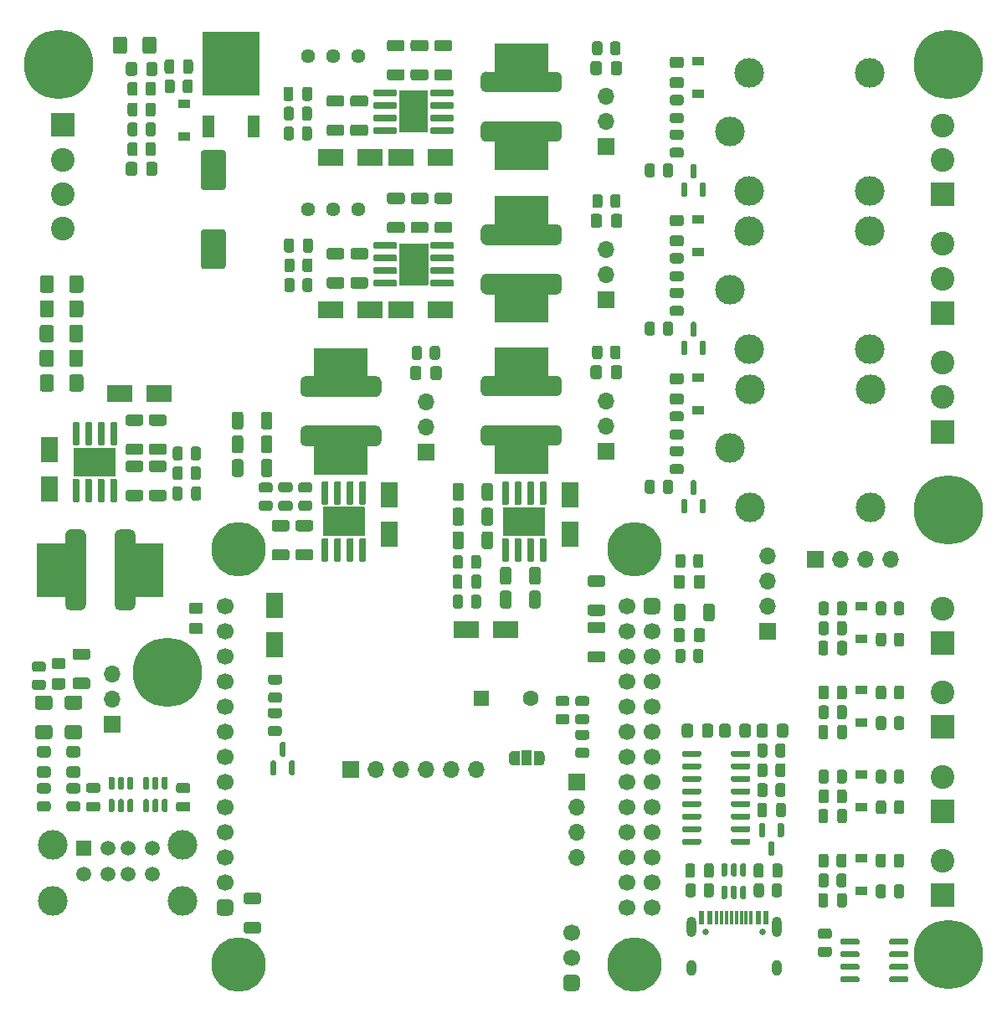
<source format=gbr>
G04 #@! TF.GenerationSoftware,KiCad,Pcbnew,6.0.5+dfsg-1~bpo11+1*
G04 #@! TF.ProjectId,maglock,6d61676c-6f63-46b2-9e6b-696361645f70,2.1*
G04 #@! TF.SameCoordinates,Original*
G04 #@! TF.FileFunction,Soldermask,Top*
G04 #@! TF.FilePolarity,Negative*
%FSLAX46Y46*%
G04 Gerber Fmt 4.6, Leading zero omitted, Abs format (unit mm)*
%MOMM*%
%LPD*%
G01*
G04 APERTURE LIST*
%ADD10C,2.000000*%
%ADD11R,5.400000X2.900000*%
%ADD12R,1.200000X0.900000*%
%ADD13C,3.000000*%
%ADD14R,1.000000X1.500000*%
%ADD15R,1.700000X1.700000*%
%ADD16O,1.700000X1.700000*%
%ADD17R,2.750000X4.050000*%
%ADD18C,1.540000*%
%ADD19R,2.400000X2.400000*%
%ADD20C,2.400000*%
%ADD21C,1.440000*%
%ADD22R,1.800000X2.500000*%
%ADD23R,2.500000X1.800000*%
%ADD24C,0.800000*%
%ADD25C,7.000000*%
%ADD26R,1.200000X2.200000*%
%ADD27R,5.800000X6.400000*%
%ADD28C,0.650000*%
%ADD29R,0.600000X1.450000*%
%ADD30R,0.300000X1.450000*%
%ADD31O,1.000000X2.100000*%
%ADD32O,1.000000X1.600000*%
%ADD33R,4.050000X2.750000*%
%ADD34R,1.600000X1.600000*%
%ADD35C,1.600000*%
%ADD36R,1.500000X1.500000*%
%ADD37C,1.500000*%
%ADD38R,2.900000X5.400000*%
%ADD39C,5.500000*%
%ADD40C,1.700000*%
G04 APERTURE END LIST*
G36*
G01*
X107450000Y-119225000D02*
X106550000Y-119225000D01*
G75*
G02*
X106300000Y-118975000I0J250000D01*
G01*
X106300000Y-118450000D01*
G75*
G02*
X106550000Y-118200000I250000J0D01*
G01*
X107450000Y-118200000D01*
G75*
G02*
X107700000Y-118450000I0J-250000D01*
G01*
X107700000Y-118975000D01*
G75*
G02*
X107450000Y-119225000I-250000J0D01*
G01*
G37*
G36*
G01*
X107450000Y-117400000D02*
X106550000Y-117400000D01*
G75*
G02*
X106300000Y-117150000I0J250000D01*
G01*
X106300000Y-116625000D01*
G75*
G02*
X106550000Y-116375000I250000J0D01*
G01*
X107450000Y-116375000D01*
G75*
G02*
X107700000Y-116625000I0J-250000D01*
G01*
X107700000Y-117150000D01*
G75*
G02*
X107450000Y-117400000I-250000J0D01*
G01*
G37*
G36*
G01*
X141125000Y-94600000D02*
X133975000Y-94600000D01*
G75*
G02*
X133450000Y-94075000I0J525000D01*
G01*
X133450000Y-93025000D01*
G75*
G02*
X133975000Y-92500000I525000J0D01*
G01*
X141125000Y-92500000D01*
G75*
G02*
X141650000Y-93025000I0J-525000D01*
G01*
X141650000Y-94075000D01*
G75*
G02*
X141125000Y-94600000I-525000J0D01*
G01*
G37*
D10*
X137550000Y-93550000D03*
D11*
X137550000Y-96000000D03*
D10*
X137550000Y-88550000D03*
G36*
G01*
X141125000Y-89600000D02*
X133975000Y-89600000D01*
G75*
G02*
X133450000Y-89075000I0J525000D01*
G01*
X133450000Y-88025000D01*
G75*
G02*
X133975000Y-87500000I525000J0D01*
G01*
X141125000Y-87500000D01*
G75*
G02*
X141650000Y-88025000I0J-525000D01*
G01*
X141650000Y-89075000D01*
G75*
G02*
X141125000Y-89600000I-525000J0D01*
G01*
G37*
D11*
X137550000Y-86100000D03*
D12*
X173720000Y-87650000D03*
X173720000Y-90950000D03*
G36*
G01*
X142450000Y-53510000D02*
X143750000Y-53510000D01*
G75*
G02*
X144000000Y-53760000I0J-250000D01*
G01*
X144000000Y-54410000D01*
G75*
G02*
X143750000Y-54660000I-250000J0D01*
G01*
X142450000Y-54660000D01*
G75*
G02*
X142200000Y-54410000I0J250000D01*
G01*
X142200000Y-53760000D01*
G75*
G02*
X142450000Y-53510000I250000J0D01*
G01*
G37*
G36*
G01*
X142450000Y-56460000D02*
X143750000Y-56460000D01*
G75*
G02*
X144000000Y-56710000I0J-250000D01*
G01*
X144000000Y-57360000D01*
G75*
G02*
X143750000Y-57610000I-250000J0D01*
G01*
X142450000Y-57610000D01*
G75*
G02*
X142200000Y-57360000I0J250000D01*
G01*
X142200000Y-56710000D01*
G75*
G02*
X142450000Y-56460000I250000J0D01*
G01*
G37*
G36*
G01*
X162812500Y-72250000D02*
X162812500Y-71350000D01*
G75*
G02*
X163062500Y-71100000I250000J0D01*
G01*
X163712500Y-71100000D01*
G75*
G02*
X163962500Y-71350000I0J-250000D01*
G01*
X163962500Y-72250000D01*
G75*
G02*
X163712500Y-72500000I-250000J0D01*
G01*
X163062500Y-72500000D01*
G75*
G02*
X162812500Y-72250000I0J250000D01*
G01*
G37*
G36*
G01*
X164862500Y-72250000D02*
X164862500Y-71350000D01*
G75*
G02*
X165112500Y-71100000I250000J0D01*
G01*
X165762500Y-71100000D01*
G75*
G02*
X166012500Y-71350000I0J-250000D01*
G01*
X166012500Y-72250000D01*
G75*
G02*
X165762500Y-72500000I-250000J0D01*
G01*
X165112500Y-72500000D01*
G75*
G02*
X164862500Y-72250000I0J250000D01*
G01*
G37*
D13*
X176870000Y-62800000D03*
X191070000Y-56800000D03*
X191070000Y-68800000D03*
X178870000Y-68800000D03*
X178870000Y-56800000D03*
G36*
G01*
X188712500Y-136050000D02*
X188712500Y-136950000D01*
G75*
G02*
X188462500Y-137200000I-250000J0D01*
G01*
X187937500Y-137200000D01*
G75*
G02*
X187687500Y-136950000I0J250000D01*
G01*
X187687500Y-136050000D01*
G75*
G02*
X187937500Y-135800000I250000J0D01*
G01*
X188462500Y-135800000D01*
G75*
G02*
X188712500Y-136050000I0J-250000D01*
G01*
G37*
G36*
G01*
X186887500Y-136050000D02*
X186887500Y-136950000D01*
G75*
G02*
X186637500Y-137200000I-250000J0D01*
G01*
X186112500Y-137200000D01*
G75*
G02*
X185862500Y-136950000I0J250000D01*
G01*
X185862500Y-136050000D01*
G75*
G02*
X186112500Y-135800000I250000J0D01*
G01*
X186637500Y-135800000D01*
G75*
G02*
X186887500Y-136050000I0J-250000D01*
G01*
G37*
G36*
G01*
X162800000Y-87550000D02*
X162800000Y-86650000D01*
G75*
G02*
X163050000Y-86400000I250000J0D01*
G01*
X163700000Y-86400000D01*
G75*
G02*
X163950000Y-86650000I0J-250000D01*
G01*
X163950000Y-87550000D01*
G75*
G02*
X163700000Y-87800000I-250000J0D01*
G01*
X163050000Y-87800000D01*
G75*
G02*
X162800000Y-87550000I0J250000D01*
G01*
G37*
G36*
G01*
X164850000Y-87550000D02*
X164850000Y-86650000D01*
G75*
G02*
X165100000Y-86400000I250000J0D01*
G01*
X165750000Y-86400000D01*
G75*
G02*
X166000000Y-86650000I0J-250000D01*
G01*
X166000000Y-87550000D01*
G75*
G02*
X165750000Y-87800000I-250000J0D01*
G01*
X165100000Y-87800000D01*
G75*
G02*
X164850000Y-87550000I0J250000D01*
G01*
G37*
G36*
G01*
X134650000Y-58485000D02*
X134650000Y-59435000D01*
G75*
G02*
X134400000Y-59685000I-250000J0D01*
G01*
X133900000Y-59685000D01*
G75*
G02*
X133650000Y-59435000I0J250000D01*
G01*
X133650000Y-58485000D01*
G75*
G02*
X133900000Y-58235000I250000J0D01*
G01*
X134400000Y-58235000D01*
G75*
G02*
X134650000Y-58485000I0J-250000D01*
G01*
G37*
G36*
G01*
X132750000Y-58485000D02*
X132750000Y-59435000D01*
G75*
G02*
X132500000Y-59685000I-250000J0D01*
G01*
X132000000Y-59685000D01*
G75*
G02*
X131750000Y-59435000I0J250000D01*
G01*
X131750000Y-58485000D01*
G75*
G02*
X132000000Y-58235000I250000J0D01*
G01*
X132500000Y-58235000D01*
G75*
G02*
X132750000Y-58485000I0J-250000D01*
G01*
G37*
G36*
X157118000Y-125379500D02*
G01*
X157668000Y-125379500D01*
X157668000Y-125384467D01*
X157747941Y-125385932D01*
X157883256Y-125428207D01*
X158001266Y-125506762D01*
X158092486Y-125615281D01*
X158149581Y-125745040D01*
X158167164Y-125879500D01*
X158168000Y-125879500D01*
X158168000Y-126379500D01*
X158167164Y-126379500D01*
X158167963Y-126385609D01*
X158146152Y-126525686D01*
X158085904Y-126654011D01*
X157992060Y-126760269D01*
X157872165Y-126835917D01*
X157735858Y-126874874D01*
X157668000Y-126874459D01*
X157668000Y-126879500D01*
X157118000Y-126879500D01*
X157118000Y-125379500D01*
G37*
D14*
X156368000Y-126129500D03*
G36*
X155068000Y-126874459D02*
G01*
X154994095Y-126874008D01*
X154858274Y-126833389D01*
X154739312Y-126756282D01*
X154646774Y-126648885D01*
X154588097Y-126519833D01*
X154568000Y-126379500D01*
X154568000Y-125879500D01*
X154568149Y-125867284D01*
X154591669Y-125727483D01*
X154653481Y-125599904D01*
X154748616Y-125494800D01*
X154869426Y-125420623D01*
X155006199Y-125383334D01*
X155068000Y-125384467D01*
X155068000Y-125379500D01*
X155618000Y-125379500D01*
X155618000Y-126879500D01*
X155068000Y-126879500D01*
X155068000Y-126874459D01*
G37*
G36*
G01*
X182205000Y-137030000D02*
X182205000Y-137980000D01*
G75*
G02*
X181955000Y-138230000I-250000J0D01*
G01*
X181455000Y-138230000D01*
G75*
G02*
X181205000Y-137980000I0J250000D01*
G01*
X181205000Y-137030000D01*
G75*
G02*
X181455000Y-136780000I250000J0D01*
G01*
X181955000Y-136780000D01*
G75*
G02*
X182205000Y-137030000I0J-250000D01*
G01*
G37*
G36*
G01*
X180305000Y-137030000D02*
X180305000Y-137980000D01*
G75*
G02*
X180055000Y-138230000I-250000J0D01*
G01*
X179555000Y-138230000D01*
G75*
G02*
X179305000Y-137980000I0J250000D01*
G01*
X179305000Y-137030000D01*
G75*
G02*
X179555000Y-136780000I250000J0D01*
G01*
X180055000Y-136780000D01*
G75*
G02*
X180305000Y-137030000I0J-250000D01*
G01*
G37*
G36*
G01*
X130625000Y-96150000D02*
X130625000Y-97450000D01*
G75*
G02*
X130375000Y-97700000I-250000J0D01*
G01*
X129725000Y-97700000D01*
G75*
G02*
X129475000Y-97450000I0J250000D01*
G01*
X129475000Y-96150000D01*
G75*
G02*
X129725000Y-95900000I250000J0D01*
G01*
X130375000Y-95900000D01*
G75*
G02*
X130625000Y-96150000I0J-250000D01*
G01*
G37*
G36*
G01*
X127675000Y-96150000D02*
X127675000Y-97450000D01*
G75*
G02*
X127425000Y-97700000I-250000J0D01*
G01*
X126775000Y-97700000D01*
G75*
G02*
X126525000Y-97450000I0J250000D01*
G01*
X126525000Y-96150000D01*
G75*
G02*
X126775000Y-95900000I250000J0D01*
G01*
X127425000Y-95900000D01*
G75*
G02*
X127675000Y-96150000I0J-250000D01*
G01*
G37*
G36*
G01*
X107050000Y-128675000D02*
X107950000Y-128675000D01*
G75*
G02*
X108200000Y-128925000I0J-250000D01*
G01*
X108200000Y-129450000D01*
G75*
G02*
X107950000Y-129700000I-250000J0D01*
G01*
X107050000Y-129700000D01*
G75*
G02*
X106800000Y-129450000I0J250000D01*
G01*
X106800000Y-128925000D01*
G75*
G02*
X107050000Y-128675000I250000J0D01*
G01*
G37*
G36*
G01*
X107050000Y-130500000D02*
X107950000Y-130500000D01*
G75*
G02*
X108200000Y-130750000I0J-250000D01*
G01*
X108200000Y-131275000D01*
G75*
G02*
X107950000Y-131525000I-250000J0D01*
G01*
X107050000Y-131525000D01*
G75*
G02*
X106800000Y-131275000I0J250000D01*
G01*
X106800000Y-130750000D01*
G75*
G02*
X107050000Y-130500000I250000J0D01*
G01*
G37*
G36*
G01*
X188725000Y-112550000D02*
X188725000Y-113450000D01*
G75*
G02*
X188475000Y-113700000I-250000J0D01*
G01*
X187950000Y-113700000D01*
G75*
G02*
X187700000Y-113450000I0J250000D01*
G01*
X187700000Y-112550000D01*
G75*
G02*
X187950000Y-112300000I250000J0D01*
G01*
X188475000Y-112300000D01*
G75*
G02*
X188725000Y-112550000I0J-250000D01*
G01*
G37*
G36*
G01*
X186900000Y-112550000D02*
X186900000Y-113450000D01*
G75*
G02*
X186650000Y-113700000I-250000J0D01*
G01*
X186125000Y-113700000D01*
G75*
G02*
X185875000Y-113450000I0J250000D01*
G01*
X185875000Y-112550000D01*
G75*
G02*
X186125000Y-112300000I250000J0D01*
G01*
X186650000Y-112300000D01*
G75*
G02*
X186900000Y-112550000I0J-250000D01*
G01*
G37*
G36*
G01*
X164050000Y-116450000D02*
X162750000Y-116450000D01*
G75*
G02*
X162500000Y-116200000I0J250000D01*
G01*
X162500000Y-115550000D01*
G75*
G02*
X162750000Y-115300000I250000J0D01*
G01*
X164050000Y-115300000D01*
G75*
G02*
X164300000Y-115550000I0J-250000D01*
G01*
X164300000Y-116200000D01*
G75*
G02*
X164050000Y-116450000I-250000J0D01*
G01*
G37*
G36*
G01*
X164050000Y-113500000D02*
X162750000Y-113500000D01*
G75*
G02*
X162500000Y-113250000I0J250000D01*
G01*
X162500000Y-112600000D01*
G75*
G02*
X162750000Y-112350000I250000J0D01*
G01*
X164050000Y-112350000D01*
G75*
G02*
X164300000Y-112600000I0J-250000D01*
G01*
X164300000Y-113250000D01*
G75*
G02*
X164050000Y-113500000I-250000J0D01*
G01*
G37*
G36*
G01*
X148850000Y-102370000D02*
X148850000Y-101070000D01*
G75*
G02*
X149100000Y-100820000I250000J0D01*
G01*
X149750000Y-100820000D01*
G75*
G02*
X150000000Y-101070000I0J-250000D01*
G01*
X150000000Y-102370000D01*
G75*
G02*
X149750000Y-102620000I-250000J0D01*
G01*
X149100000Y-102620000D01*
G75*
G02*
X148850000Y-102370000I0J250000D01*
G01*
G37*
G36*
G01*
X151800000Y-102370000D02*
X151800000Y-101070000D01*
G75*
G02*
X152050000Y-100820000I250000J0D01*
G01*
X152700000Y-100820000D01*
G75*
G02*
X152950000Y-101070000I0J-250000D01*
G01*
X152950000Y-102370000D01*
G75*
G02*
X152700000Y-102620000I-250000J0D01*
G01*
X152050000Y-102620000D01*
G75*
G02*
X151800000Y-102370000I0J250000D01*
G01*
G37*
G36*
G01*
X130625000Y-93750000D02*
X130625000Y-95050000D01*
G75*
G02*
X130375000Y-95300000I-250000J0D01*
G01*
X129725000Y-95300000D01*
G75*
G02*
X129475000Y-95050000I0J250000D01*
G01*
X129475000Y-93750000D01*
G75*
G02*
X129725000Y-93500000I250000J0D01*
G01*
X130375000Y-93500000D01*
G75*
G02*
X130625000Y-93750000I0J-250000D01*
G01*
G37*
G36*
G01*
X127675000Y-93750000D02*
X127675000Y-95050000D01*
G75*
G02*
X127425000Y-95300000I-250000J0D01*
G01*
X126775000Y-95300000D01*
G75*
G02*
X126525000Y-95050000I0J250000D01*
G01*
X126525000Y-93750000D01*
G75*
G02*
X126775000Y-93500000I250000J0D01*
G01*
X127425000Y-93500000D01*
G75*
G02*
X127675000Y-93750000I0J-250000D01*
G01*
G37*
G36*
G01*
X147250000Y-53510000D02*
X148550000Y-53510000D01*
G75*
G02*
X148800000Y-53760000I0J-250000D01*
G01*
X148800000Y-54410000D01*
G75*
G02*
X148550000Y-54660000I-250000J0D01*
G01*
X147250000Y-54660000D01*
G75*
G02*
X147000000Y-54410000I0J250000D01*
G01*
X147000000Y-53760000D01*
G75*
G02*
X147250000Y-53510000I250000J0D01*
G01*
G37*
G36*
G01*
X147250000Y-56460000D02*
X148550000Y-56460000D01*
G75*
G02*
X148800000Y-56710000I0J-250000D01*
G01*
X148800000Y-57360000D01*
G75*
G02*
X148550000Y-57610000I-250000J0D01*
G01*
X147250000Y-57610000D01*
G75*
G02*
X147000000Y-57360000I0J250000D01*
G01*
X147000000Y-56710000D01*
G75*
G02*
X147250000Y-56460000I250000J0D01*
G01*
G37*
D15*
X161388000Y-128527000D03*
D16*
X161388000Y-131067000D03*
X161388000Y-133607000D03*
X161388000Y-136147000D03*
G36*
G01*
X194512500Y-136050000D02*
X194512500Y-136950000D01*
G75*
G02*
X194262500Y-137200000I-250000J0D01*
G01*
X193737500Y-137200000D01*
G75*
G02*
X193487500Y-136950000I0J250000D01*
G01*
X193487500Y-136050000D01*
G75*
G02*
X193737500Y-135800000I250000J0D01*
G01*
X194262500Y-135800000D01*
G75*
G02*
X194512500Y-136050000I0J-250000D01*
G01*
G37*
G36*
G01*
X192687500Y-136050000D02*
X192687500Y-136950000D01*
G75*
G02*
X192437500Y-137200000I-250000J0D01*
G01*
X191912500Y-137200000D01*
G75*
G02*
X191662500Y-136950000I0J250000D01*
G01*
X191662500Y-136050000D01*
G75*
G02*
X191912500Y-135800000I250000J0D01*
G01*
X192437500Y-135800000D01*
G75*
G02*
X192687500Y-136050000I0J-250000D01*
G01*
G37*
G36*
G01*
X162418000Y-122712000D02*
X161518000Y-122712000D01*
G75*
G02*
X161268000Y-122462000I0J250000D01*
G01*
X161268000Y-121937000D01*
G75*
G02*
X161518000Y-121687000I250000J0D01*
G01*
X162418000Y-121687000D01*
G75*
G02*
X162668000Y-121937000I0J-250000D01*
G01*
X162668000Y-122462000D01*
G75*
G02*
X162418000Y-122712000I-250000J0D01*
G01*
G37*
G36*
G01*
X162418000Y-120887000D02*
X161518000Y-120887000D01*
G75*
G02*
X161268000Y-120637000I0J250000D01*
G01*
X161268000Y-120112000D01*
G75*
G02*
X161518000Y-119862000I250000J0D01*
G01*
X162418000Y-119862000D01*
G75*
G02*
X162668000Y-120112000I0J-250000D01*
G01*
X162668000Y-120637000D01*
G75*
G02*
X162418000Y-120887000I-250000J0D01*
G01*
G37*
G36*
G01*
X168295000Y-99150000D02*
X168295000Y-98250000D01*
G75*
G02*
X168545000Y-98000000I250000J0D01*
G01*
X169070000Y-98000000D01*
G75*
G02*
X169320000Y-98250000I0J-250000D01*
G01*
X169320000Y-99150000D01*
G75*
G02*
X169070000Y-99400000I-250000J0D01*
G01*
X168545000Y-99400000D01*
G75*
G02*
X168295000Y-99150000I0J250000D01*
G01*
G37*
G36*
G01*
X170120000Y-99150000D02*
X170120000Y-98250000D01*
G75*
G02*
X170370000Y-98000000I250000J0D01*
G01*
X170895000Y-98000000D01*
G75*
G02*
X171145000Y-98250000I0J-250000D01*
G01*
X171145000Y-99150000D01*
G75*
G02*
X170895000Y-99400000I-250000J0D01*
G01*
X170370000Y-99400000D01*
G75*
G02*
X170120000Y-99150000I0J250000D01*
G01*
G37*
G36*
G01*
X132100000Y-106150000D02*
X130800000Y-106150000D01*
G75*
G02*
X130550000Y-105900000I0J250000D01*
G01*
X130550000Y-105250000D01*
G75*
G02*
X130800000Y-105000000I250000J0D01*
G01*
X132100000Y-105000000D01*
G75*
G02*
X132350000Y-105250000I0J-250000D01*
G01*
X132350000Y-105900000D01*
G75*
G02*
X132100000Y-106150000I-250000J0D01*
G01*
G37*
G36*
G01*
X132100000Y-103200000D02*
X130800000Y-103200000D01*
G75*
G02*
X130550000Y-102950000I0J250000D01*
G01*
X130550000Y-102300000D01*
G75*
G02*
X130800000Y-102050000I250000J0D01*
G01*
X132100000Y-102050000D01*
G75*
G02*
X132350000Y-102300000I0J-250000D01*
G01*
X132350000Y-102950000D01*
G75*
G02*
X132100000Y-103200000I-250000J0D01*
G01*
G37*
G36*
G01*
X119725000Y-58650000D02*
X119725000Y-57750000D01*
G75*
G02*
X119975000Y-57500000I250000J0D01*
G01*
X120500000Y-57500000D01*
G75*
G02*
X120750000Y-57750000I0J-250000D01*
G01*
X120750000Y-58650000D01*
G75*
G02*
X120500000Y-58900000I-250000J0D01*
G01*
X119975000Y-58900000D01*
G75*
G02*
X119725000Y-58650000I0J250000D01*
G01*
G37*
G36*
G01*
X121550000Y-58650000D02*
X121550000Y-57750000D01*
G75*
G02*
X121800000Y-57500000I250000J0D01*
G01*
X122325000Y-57500000D01*
G75*
G02*
X122575000Y-57750000I0J-250000D01*
G01*
X122575000Y-58650000D01*
G75*
G02*
X122325000Y-58900000I-250000J0D01*
G01*
X121800000Y-58900000D01*
G75*
G02*
X121550000Y-58650000I0J250000D01*
G01*
G37*
G36*
G01*
X118000000Y-131600000D02*
X117700000Y-131600000D01*
G75*
G02*
X117550000Y-131450000I0J150000D01*
G01*
X117550000Y-130425000D01*
G75*
G02*
X117700000Y-130275000I150000J0D01*
G01*
X118000000Y-130275000D01*
G75*
G02*
X118150000Y-130425000I0J-150000D01*
G01*
X118150000Y-131450000D01*
G75*
G02*
X118000000Y-131600000I-150000J0D01*
G01*
G37*
G36*
G01*
X118950000Y-131600000D02*
X118650000Y-131600000D01*
G75*
G02*
X118500000Y-131450000I0J150000D01*
G01*
X118500000Y-130425000D01*
G75*
G02*
X118650000Y-130275000I150000J0D01*
G01*
X118950000Y-130275000D01*
G75*
G02*
X119100000Y-130425000I0J-150000D01*
G01*
X119100000Y-131450000D01*
G75*
G02*
X118950000Y-131600000I-150000J0D01*
G01*
G37*
G36*
G01*
X119900000Y-131600000D02*
X119600000Y-131600000D01*
G75*
G02*
X119450000Y-131450000I0J150000D01*
G01*
X119450000Y-130425000D01*
G75*
G02*
X119600000Y-130275000I150000J0D01*
G01*
X119900000Y-130275000D01*
G75*
G02*
X120050000Y-130425000I0J-150000D01*
G01*
X120050000Y-131450000D01*
G75*
G02*
X119900000Y-131600000I-150000J0D01*
G01*
G37*
G36*
G01*
X119900000Y-129325000D02*
X119600000Y-129325000D01*
G75*
G02*
X119450000Y-129175000I0J150000D01*
G01*
X119450000Y-128150000D01*
G75*
G02*
X119600000Y-128000000I150000J0D01*
G01*
X119900000Y-128000000D01*
G75*
G02*
X120050000Y-128150000I0J-150000D01*
G01*
X120050000Y-129175000D01*
G75*
G02*
X119900000Y-129325000I-150000J0D01*
G01*
G37*
G36*
G01*
X118950000Y-129325000D02*
X118650000Y-129325000D01*
G75*
G02*
X118500000Y-129175000I0J150000D01*
G01*
X118500000Y-128150000D01*
G75*
G02*
X118650000Y-128000000I150000J0D01*
G01*
X118950000Y-128000000D01*
G75*
G02*
X119100000Y-128150000I0J-150000D01*
G01*
X119100000Y-129175000D01*
G75*
G02*
X118950000Y-129325000I-150000J0D01*
G01*
G37*
G36*
G01*
X118000000Y-129325000D02*
X117700000Y-129325000D01*
G75*
G02*
X117550000Y-129175000I0J150000D01*
G01*
X117550000Y-128150000D01*
G75*
G02*
X117700000Y-128000000I150000J0D01*
G01*
X118000000Y-128000000D01*
G75*
G02*
X118150000Y-128150000I0J-150000D01*
G01*
X118150000Y-129175000D01*
G75*
G02*
X118000000Y-129325000I-150000J0D01*
G01*
G37*
D17*
X144912500Y-76200000D03*
G36*
G01*
X148957500Y-77855000D02*
X148957500Y-78355000D01*
G75*
G02*
X148887500Y-78425000I-70000J0D01*
G01*
X146687500Y-78425000D01*
G75*
G02*
X146617500Y-78355000I0J70000D01*
G01*
X146617500Y-77855000D01*
G75*
G02*
X146687500Y-77785000I70000J0D01*
G01*
X148887500Y-77785000D01*
G75*
G02*
X148957500Y-77855000I0J-70000D01*
G01*
G37*
G36*
G01*
X148957500Y-76585000D02*
X148957500Y-77085000D01*
G75*
G02*
X148887500Y-77155000I-70000J0D01*
G01*
X146687500Y-77155000D01*
G75*
G02*
X146617500Y-77085000I0J70000D01*
G01*
X146617500Y-76585000D01*
G75*
G02*
X146687500Y-76515000I70000J0D01*
G01*
X148887500Y-76515000D01*
G75*
G02*
X148957500Y-76585000I0J-70000D01*
G01*
G37*
G36*
G01*
X148957500Y-75315000D02*
X148957500Y-75815000D01*
G75*
G02*
X148887500Y-75885000I-70000J0D01*
G01*
X146687500Y-75885000D01*
G75*
G02*
X146617500Y-75815000I0J70000D01*
G01*
X146617500Y-75315000D01*
G75*
G02*
X146687500Y-75245000I70000J0D01*
G01*
X148887500Y-75245000D01*
G75*
G02*
X148957500Y-75315000I0J-70000D01*
G01*
G37*
G36*
G01*
X148957500Y-74045000D02*
X148957500Y-74545000D01*
G75*
G02*
X148887500Y-74615000I-70000J0D01*
G01*
X146687500Y-74615000D01*
G75*
G02*
X146617500Y-74545000I0J70000D01*
G01*
X146617500Y-74045000D01*
G75*
G02*
X146687500Y-73975000I70000J0D01*
G01*
X148887500Y-73975000D01*
G75*
G02*
X148957500Y-74045000I0J-70000D01*
G01*
G37*
G36*
G01*
X143207500Y-74045000D02*
X143207500Y-74545000D01*
G75*
G02*
X143137500Y-74615000I-70000J0D01*
G01*
X140937500Y-74615000D01*
G75*
G02*
X140867500Y-74545000I0J70000D01*
G01*
X140867500Y-74045000D01*
G75*
G02*
X140937500Y-73975000I70000J0D01*
G01*
X143137500Y-73975000D01*
G75*
G02*
X143207500Y-74045000I0J-70000D01*
G01*
G37*
G36*
G01*
X143207500Y-75315000D02*
X143207500Y-75815000D01*
G75*
G02*
X143137500Y-75885000I-70000J0D01*
G01*
X140937500Y-75885000D01*
G75*
G02*
X140867500Y-75815000I0J70000D01*
G01*
X140867500Y-75315000D01*
G75*
G02*
X140937500Y-75245000I70000J0D01*
G01*
X143137500Y-75245000D01*
G75*
G02*
X143207500Y-75315000I0J-70000D01*
G01*
G37*
G36*
G01*
X143207500Y-76585000D02*
X143207500Y-77085000D01*
G75*
G02*
X143137500Y-77155000I-70000J0D01*
G01*
X140937500Y-77155000D01*
G75*
G02*
X140867500Y-77085000I0J70000D01*
G01*
X140867500Y-76585000D01*
G75*
G02*
X140937500Y-76515000I70000J0D01*
G01*
X143137500Y-76515000D01*
G75*
G02*
X143207500Y-76585000I0J-70000D01*
G01*
G37*
G36*
G01*
X143207500Y-77855000D02*
X143207500Y-78355000D01*
G75*
G02*
X143137500Y-78425000I-70000J0D01*
G01*
X140937500Y-78425000D01*
G75*
G02*
X140867500Y-78355000I0J70000D01*
G01*
X140867500Y-77855000D01*
G75*
G02*
X140937500Y-77785000I70000J0D01*
G01*
X143137500Y-77785000D01*
G75*
G02*
X143207500Y-77855000I0J-70000D01*
G01*
G37*
D18*
X144262500Y-74900000D03*
X145562500Y-74900000D03*
G36*
G01*
X146382500Y-74150000D02*
X146382500Y-78250000D01*
G75*
G02*
X146312500Y-78320000I-70000J0D01*
G01*
X143512500Y-78320000D01*
G75*
G02*
X143442500Y-78250000I0J70000D01*
G01*
X143442500Y-74150000D01*
G75*
G02*
X143512500Y-74080000I70000J0D01*
G01*
X146312500Y-74080000D01*
G75*
G02*
X146382500Y-74150000I0J-70000D01*
G01*
G37*
X144262500Y-77500000D03*
X145562500Y-77500000D03*
G36*
G01*
X110050000Y-128675000D02*
X110950000Y-128675000D01*
G75*
G02*
X111200000Y-128925000I0J-250000D01*
G01*
X111200000Y-129450000D01*
G75*
G02*
X110950000Y-129700000I-250000J0D01*
G01*
X110050000Y-129700000D01*
G75*
G02*
X109800000Y-129450000I0J250000D01*
G01*
X109800000Y-128925000D01*
G75*
G02*
X110050000Y-128675000I250000J0D01*
G01*
G37*
G36*
G01*
X110050000Y-130500000D02*
X110950000Y-130500000D01*
G75*
G02*
X111200000Y-130750000I0J-250000D01*
G01*
X111200000Y-131275000D01*
G75*
G02*
X110950000Y-131525000I-250000J0D01*
G01*
X110050000Y-131525000D01*
G75*
G02*
X109800000Y-131275000I0J250000D01*
G01*
X109800000Y-130750000D01*
G75*
G02*
X110050000Y-130500000I250000J0D01*
G01*
G37*
D19*
X198420000Y-69130000D03*
D20*
X198420000Y-65630000D03*
X198420000Y-62130000D03*
G36*
G01*
X162800000Y-56810000D02*
X162800000Y-55910000D01*
G75*
G02*
X163050000Y-55660000I250000J0D01*
G01*
X163700000Y-55660000D01*
G75*
G02*
X163950000Y-55910000I0J-250000D01*
G01*
X163950000Y-56810000D01*
G75*
G02*
X163700000Y-57060000I-250000J0D01*
G01*
X163050000Y-57060000D01*
G75*
G02*
X162800000Y-56810000I0J250000D01*
G01*
G37*
G36*
G01*
X164850000Y-56810000D02*
X164850000Y-55910000D01*
G75*
G02*
X165100000Y-55660000I250000J0D01*
G01*
X165750000Y-55660000D01*
G75*
G02*
X166000000Y-55910000I0J-250000D01*
G01*
X166000000Y-56810000D01*
G75*
G02*
X165750000Y-57060000I-250000J0D01*
G01*
X165100000Y-57060000D01*
G75*
G02*
X164850000Y-56810000I0J250000D01*
G01*
G37*
G36*
G01*
X130400000Y-101112500D02*
X129500000Y-101112500D01*
G75*
G02*
X129250000Y-100862500I0J250000D01*
G01*
X129250000Y-100337500D01*
G75*
G02*
X129500000Y-100087500I250000J0D01*
G01*
X130400000Y-100087500D01*
G75*
G02*
X130650000Y-100337500I0J-250000D01*
G01*
X130650000Y-100862500D01*
G75*
G02*
X130400000Y-101112500I-250000J0D01*
G01*
G37*
G36*
G01*
X130400000Y-99287500D02*
X129500000Y-99287500D01*
G75*
G02*
X129250000Y-99037500I0J250000D01*
G01*
X129250000Y-98512500D01*
G75*
G02*
X129500000Y-98262500I250000J0D01*
G01*
X130400000Y-98262500D01*
G75*
G02*
X130650000Y-98512500I0J-250000D01*
G01*
X130650000Y-99037500D01*
G75*
G02*
X130400000Y-99287500I-250000J0D01*
G01*
G37*
D21*
X134200000Y-55160000D03*
X136740000Y-55160000D03*
X139280000Y-55160000D03*
G36*
G01*
X171070000Y-75075000D02*
X171970000Y-75075000D01*
G75*
G02*
X172220000Y-75325000I0J-250000D01*
G01*
X172220000Y-75850000D01*
G75*
G02*
X171970000Y-76100000I-250000J0D01*
G01*
X171070000Y-76100000D01*
G75*
G02*
X170820000Y-75850000I0J250000D01*
G01*
X170820000Y-75325000D01*
G75*
G02*
X171070000Y-75075000I250000J0D01*
G01*
G37*
G36*
G01*
X171070000Y-76900000D02*
X171970000Y-76900000D01*
G75*
G02*
X172220000Y-77150000I0J-250000D01*
G01*
X172220000Y-77675000D01*
G75*
G02*
X171970000Y-77925000I-250000J0D01*
G01*
X171070000Y-77925000D01*
G75*
G02*
X170820000Y-77675000I0J250000D01*
G01*
X170820000Y-77150000D01*
G75*
G02*
X171070000Y-76900000I250000J0D01*
G01*
G37*
G36*
G01*
X171070000Y-59075000D02*
X171970000Y-59075000D01*
G75*
G02*
X172220000Y-59325000I0J-250000D01*
G01*
X172220000Y-59850000D01*
G75*
G02*
X171970000Y-60100000I-250000J0D01*
G01*
X171070000Y-60100000D01*
G75*
G02*
X170820000Y-59850000I0J250000D01*
G01*
X170820000Y-59325000D01*
G75*
G02*
X171070000Y-59075000I250000J0D01*
G01*
G37*
G36*
G01*
X171070000Y-60900000D02*
X171970000Y-60900000D01*
G75*
G02*
X172220000Y-61150000I0J-250000D01*
G01*
X172220000Y-61675000D01*
G75*
G02*
X171970000Y-61925000I-250000J0D01*
G01*
X171070000Y-61925000D01*
G75*
G02*
X170820000Y-61675000I0J250000D01*
G01*
X170820000Y-61150000D01*
G75*
G02*
X171070000Y-60900000I250000J0D01*
G01*
G37*
G36*
G01*
X137650000Y-63210000D02*
X136350000Y-63210000D01*
G75*
G02*
X136100000Y-62960000I0J250000D01*
G01*
X136100000Y-62310000D01*
G75*
G02*
X136350000Y-62060000I250000J0D01*
G01*
X137650000Y-62060000D01*
G75*
G02*
X137900000Y-62310000I0J-250000D01*
G01*
X137900000Y-62960000D01*
G75*
G02*
X137650000Y-63210000I-250000J0D01*
G01*
G37*
G36*
G01*
X137650000Y-60260000D02*
X136350000Y-60260000D01*
G75*
G02*
X136100000Y-60010000I0J250000D01*
G01*
X136100000Y-59360000D01*
G75*
G02*
X136350000Y-59110000I250000J0D01*
G01*
X137650000Y-59110000D01*
G75*
G02*
X137900000Y-59360000I0J-250000D01*
G01*
X137900000Y-60010000D01*
G75*
G02*
X137650000Y-60260000I-250000J0D01*
G01*
G37*
G36*
G01*
X194525000Y-130650000D02*
X194525000Y-131550000D01*
G75*
G02*
X194275000Y-131800000I-250000J0D01*
G01*
X193750000Y-131800000D01*
G75*
G02*
X193500000Y-131550000I0J250000D01*
G01*
X193500000Y-130650000D01*
G75*
G02*
X193750000Y-130400000I250000J0D01*
G01*
X194275000Y-130400000D01*
G75*
G02*
X194525000Y-130650000I0J-250000D01*
G01*
G37*
G36*
G01*
X192700000Y-130650000D02*
X192700000Y-131550000D01*
G75*
G02*
X192450000Y-131800000I-250000J0D01*
G01*
X191925000Y-131800000D01*
G75*
G02*
X191675000Y-131550000I0J250000D01*
G01*
X191675000Y-130650000D01*
G75*
G02*
X191925000Y-130400000I250000J0D01*
G01*
X192450000Y-130400000D01*
G75*
G02*
X192700000Y-130650000I0J-250000D01*
G01*
G37*
G36*
G01*
X160418000Y-122712000D02*
X159518000Y-122712000D01*
G75*
G02*
X159268000Y-122462000I0J250000D01*
G01*
X159268000Y-121937000D01*
G75*
G02*
X159518000Y-121687000I250000J0D01*
G01*
X160418000Y-121687000D01*
G75*
G02*
X160668000Y-121937000I0J-250000D01*
G01*
X160668000Y-122462000D01*
G75*
G02*
X160418000Y-122712000I-250000J0D01*
G01*
G37*
G36*
G01*
X160418000Y-120887000D02*
X159518000Y-120887000D01*
G75*
G02*
X159268000Y-120637000I0J250000D01*
G01*
X159268000Y-120112000D01*
G75*
G02*
X159518000Y-119862000I250000J0D01*
G01*
X160418000Y-119862000D01*
G75*
G02*
X160668000Y-120112000I0J-250000D01*
G01*
X160668000Y-120637000D01*
G75*
G02*
X160418000Y-120887000I-250000J0D01*
G01*
G37*
D19*
X198400000Y-131500000D03*
D20*
X198400000Y-128000000D03*
D22*
X108070000Y-98900000D03*
X108070000Y-94900000D03*
G36*
G01*
X107950000Y-128112500D02*
X107050000Y-128112500D01*
G75*
G02*
X106800000Y-127862500I0J250000D01*
G01*
X106800000Y-127212500D01*
G75*
G02*
X107050000Y-126962500I250000J0D01*
G01*
X107950000Y-126962500D01*
G75*
G02*
X108200000Y-127212500I0J-250000D01*
G01*
X108200000Y-127862500D01*
G75*
G02*
X107950000Y-128112500I-250000J0D01*
G01*
G37*
G36*
G01*
X107950000Y-126062500D02*
X107050000Y-126062500D01*
G75*
G02*
X106800000Y-125812500I0J250000D01*
G01*
X106800000Y-125162500D01*
G75*
G02*
X107050000Y-124912500I250000J0D01*
G01*
X107950000Y-124912500D01*
G75*
G02*
X108200000Y-125162500I0J-250000D01*
G01*
X108200000Y-125812500D01*
G75*
G02*
X107950000Y-126062500I-250000J0D01*
G01*
G37*
G36*
G01*
X171375000Y-116250000D02*
X171375000Y-115350000D01*
G75*
G02*
X171625000Y-115100000I250000J0D01*
G01*
X172150000Y-115100000D01*
G75*
G02*
X172400000Y-115350000I0J-250000D01*
G01*
X172400000Y-116250000D01*
G75*
G02*
X172150000Y-116500000I-250000J0D01*
G01*
X171625000Y-116500000D01*
G75*
G02*
X171375000Y-116250000I0J250000D01*
G01*
G37*
G36*
G01*
X173200000Y-116250000D02*
X173200000Y-115350000D01*
G75*
G02*
X173450000Y-115100000I250000J0D01*
G01*
X173975000Y-115100000D01*
G75*
G02*
X174225000Y-115350000I0J-250000D01*
G01*
X174225000Y-116250000D01*
G75*
G02*
X173975000Y-116500000I-250000J0D01*
G01*
X173450000Y-116500000D01*
G75*
G02*
X173200000Y-116250000I0J250000D01*
G01*
G37*
D12*
X173720000Y-71650000D03*
X173720000Y-74950000D03*
G36*
G01*
X117320000Y-100150000D02*
X116020000Y-100150000D01*
G75*
G02*
X115770000Y-99900000I0J250000D01*
G01*
X115770000Y-99250000D01*
G75*
G02*
X116020000Y-99000000I250000J0D01*
G01*
X117320000Y-99000000D01*
G75*
G02*
X117570000Y-99250000I0J-250000D01*
G01*
X117570000Y-99900000D01*
G75*
G02*
X117320000Y-100150000I-250000J0D01*
G01*
G37*
G36*
G01*
X117320000Y-97200000D02*
X116020000Y-97200000D01*
G75*
G02*
X115770000Y-96950000I0J250000D01*
G01*
X115770000Y-96300000D01*
G75*
G02*
X116020000Y-96050000I250000J0D01*
G01*
X117320000Y-96050000D01*
G75*
G02*
X117570000Y-96300000I0J-250000D01*
G01*
X117570000Y-96950000D01*
G75*
G02*
X117320000Y-97200000I-250000J0D01*
G01*
G37*
D19*
X198420000Y-81130000D03*
D20*
X198420000Y-77630000D03*
X198420000Y-74130000D03*
G36*
G01*
X110950000Y-128112500D02*
X110050000Y-128112500D01*
G75*
G02*
X109800000Y-127862500I0J250000D01*
G01*
X109800000Y-127212500D01*
G75*
G02*
X110050000Y-126962500I250000J0D01*
G01*
X110950000Y-126962500D01*
G75*
G02*
X111200000Y-127212500I0J-250000D01*
G01*
X111200000Y-127862500D01*
G75*
G02*
X110950000Y-128112500I-250000J0D01*
G01*
G37*
G36*
G01*
X110950000Y-126062500D02*
X110050000Y-126062500D01*
G75*
G02*
X109800000Y-125812500I0J250000D01*
G01*
X109800000Y-125162500D01*
G75*
G02*
X110050000Y-124912500I250000J0D01*
G01*
X110950000Y-124912500D01*
G75*
G02*
X111200000Y-125162500I0J-250000D01*
G01*
X111200000Y-125812500D01*
G75*
G02*
X110950000Y-126062500I-250000J0D01*
G01*
G37*
D11*
X155800000Y-95950000D03*
G36*
G01*
X159375000Y-94550000D02*
X152225000Y-94550000D01*
G75*
G02*
X151700000Y-94025000I0J525000D01*
G01*
X151700000Y-92975000D01*
G75*
G02*
X152225000Y-92450000I525000J0D01*
G01*
X159375000Y-92450000D01*
G75*
G02*
X159900000Y-92975000I0J-525000D01*
G01*
X159900000Y-94025000D01*
G75*
G02*
X159375000Y-94550000I-525000J0D01*
G01*
G37*
D10*
X155800000Y-93500000D03*
G36*
G01*
X159375000Y-89550000D02*
X152225000Y-89550000D01*
G75*
G02*
X151700000Y-89025000I0J525000D01*
G01*
X151700000Y-87975000D01*
G75*
G02*
X152225000Y-87450000I525000J0D01*
G01*
X159375000Y-87450000D01*
G75*
G02*
X159900000Y-87975000I0J-525000D01*
G01*
X159900000Y-89025000D01*
G75*
G02*
X159375000Y-89550000I-525000J0D01*
G01*
G37*
D11*
X155800000Y-86050000D03*
D10*
X155800000Y-88500000D03*
G36*
G01*
X151750000Y-107825000D02*
X151750000Y-108775000D01*
G75*
G02*
X151500000Y-109025000I-250000J0D01*
G01*
X151000000Y-109025000D01*
G75*
G02*
X150750000Y-108775000I0J250000D01*
G01*
X150750000Y-107825000D01*
G75*
G02*
X151000000Y-107575000I250000J0D01*
G01*
X151500000Y-107575000D01*
G75*
G02*
X151750000Y-107825000I0J-250000D01*
G01*
G37*
G36*
G01*
X149850000Y-107825000D02*
X149850000Y-108775000D01*
G75*
G02*
X149600000Y-109025000I-250000J0D01*
G01*
X149100000Y-109025000D01*
G75*
G02*
X148850000Y-108775000I0J250000D01*
G01*
X148850000Y-107825000D01*
G75*
G02*
X149100000Y-107575000I250000J0D01*
G01*
X149600000Y-107575000D01*
G75*
G02*
X149850000Y-107825000I0J-250000D01*
G01*
G37*
G36*
G01*
X188737500Y-140025000D02*
X188737500Y-140975000D01*
G75*
G02*
X188487500Y-141225000I-250000J0D01*
G01*
X187987500Y-141225000D01*
G75*
G02*
X187737500Y-140975000I0J250000D01*
G01*
X187737500Y-140025000D01*
G75*
G02*
X187987500Y-139775000I250000J0D01*
G01*
X188487500Y-139775000D01*
G75*
G02*
X188737500Y-140025000I0J-250000D01*
G01*
G37*
G36*
G01*
X186837500Y-140025000D02*
X186837500Y-140975000D01*
G75*
G02*
X186587500Y-141225000I-250000J0D01*
G01*
X186087500Y-141225000D01*
G75*
G02*
X185837500Y-140975000I0J250000D01*
G01*
X185837500Y-140025000D01*
G75*
G02*
X186087500Y-139775000I250000J0D01*
G01*
X186587500Y-139775000D01*
G75*
G02*
X186837500Y-140025000I0J-250000D01*
G01*
G37*
D12*
X173720000Y-55650000D03*
X173720000Y-58950000D03*
G36*
G01*
X123650000Y-64667500D02*
X125650000Y-64667500D01*
G75*
G02*
X125900000Y-64917500I0J-250000D01*
G01*
X125900000Y-68417500D01*
G75*
G02*
X125650000Y-68667500I-250000J0D01*
G01*
X123650000Y-68667500D01*
G75*
G02*
X123400000Y-68417500I0J250000D01*
G01*
X123400000Y-64917500D01*
G75*
G02*
X123650000Y-64667500I250000J0D01*
G01*
G37*
G36*
G01*
X123650000Y-72667500D02*
X125650000Y-72667500D01*
G75*
G02*
X125900000Y-72917500I0J-250000D01*
G01*
X125900000Y-76417500D01*
G75*
G02*
X125650000Y-76667500I-250000J0D01*
G01*
X123650000Y-76667500D01*
G75*
G02*
X123400000Y-76417500I0J250000D01*
G01*
X123400000Y-72917500D01*
G75*
G02*
X123650000Y-72667500I250000J0D01*
G01*
G37*
G36*
G01*
X142462500Y-68950000D02*
X143762500Y-68950000D01*
G75*
G02*
X144012500Y-69200000I0J-250000D01*
G01*
X144012500Y-69850000D01*
G75*
G02*
X143762500Y-70100000I-250000J0D01*
G01*
X142462500Y-70100000D01*
G75*
G02*
X142212500Y-69850000I0J250000D01*
G01*
X142212500Y-69200000D01*
G75*
G02*
X142462500Y-68950000I250000J0D01*
G01*
G37*
G36*
G01*
X142462500Y-71900000D02*
X143762500Y-71900000D01*
G75*
G02*
X144012500Y-72150000I0J-250000D01*
G01*
X144012500Y-72800000D01*
G75*
G02*
X143762500Y-73050000I-250000J0D01*
G01*
X142462500Y-73050000D01*
G75*
G02*
X142212500Y-72800000I0J250000D01*
G01*
X142212500Y-72150000D01*
G75*
G02*
X142462500Y-71900000I250000J0D01*
G01*
G37*
D23*
X154200000Y-113100000D03*
X150200000Y-113100000D03*
G36*
G01*
X171970000Y-74400000D02*
X171070000Y-74400000D01*
G75*
G02*
X170820000Y-74150000I0J250000D01*
G01*
X170820000Y-73500000D01*
G75*
G02*
X171070000Y-73250000I250000J0D01*
G01*
X171970000Y-73250000D01*
G75*
G02*
X172220000Y-73500000I0J-250000D01*
G01*
X172220000Y-74150000D01*
G75*
G02*
X171970000Y-74400000I-250000J0D01*
G01*
G37*
G36*
G01*
X171970000Y-72350000D02*
X171070000Y-72350000D01*
G75*
G02*
X170820000Y-72100000I0J250000D01*
G01*
X170820000Y-71450000D01*
G75*
G02*
X171070000Y-71200000I250000J0D01*
G01*
X171970000Y-71200000D01*
G75*
G02*
X172220000Y-71450000I0J-250000D01*
G01*
X172220000Y-72100000D01*
G75*
G02*
X171970000Y-72350000I-250000J0D01*
G01*
G37*
G36*
G01*
X144550000Y-87650000D02*
X144550000Y-86750000D01*
G75*
G02*
X144800000Y-86500000I250000J0D01*
G01*
X145450000Y-86500000D01*
G75*
G02*
X145700000Y-86750000I0J-250000D01*
G01*
X145700000Y-87650000D01*
G75*
G02*
X145450000Y-87900000I-250000J0D01*
G01*
X144800000Y-87900000D01*
G75*
G02*
X144550000Y-87650000I0J250000D01*
G01*
G37*
G36*
G01*
X146600000Y-87650000D02*
X146600000Y-86750000D01*
G75*
G02*
X146850000Y-86500000I250000J0D01*
G01*
X147500000Y-86500000D01*
G75*
G02*
X147750000Y-86750000I0J-250000D01*
G01*
X147750000Y-87650000D01*
G75*
G02*
X147500000Y-87900000I-250000J0D01*
G01*
X146850000Y-87900000D01*
G75*
G02*
X146600000Y-87650000I0J250000D01*
G01*
G37*
G36*
G01*
X194512500Y-139150000D02*
X194512500Y-140050000D01*
G75*
G02*
X194262500Y-140300000I-250000J0D01*
G01*
X193737500Y-140300000D01*
G75*
G02*
X193487500Y-140050000I0J250000D01*
G01*
X193487500Y-139150000D01*
G75*
G02*
X193737500Y-138900000I250000J0D01*
G01*
X194262500Y-138900000D01*
G75*
G02*
X194512500Y-139150000I0J-250000D01*
G01*
G37*
G36*
G01*
X192687500Y-139150000D02*
X192687500Y-140050000D01*
G75*
G02*
X192437500Y-140300000I-250000J0D01*
G01*
X191912500Y-140300000D01*
G75*
G02*
X191662500Y-140050000I0J250000D01*
G01*
X191662500Y-139150000D01*
G75*
G02*
X191912500Y-138900000I250000J0D01*
G01*
X192437500Y-138900000D01*
G75*
G02*
X192687500Y-139150000I0J-250000D01*
G01*
G37*
G36*
G01*
X188725000Y-129550000D02*
X188725000Y-130450000D01*
G75*
G02*
X188475000Y-130700000I-250000J0D01*
G01*
X187950000Y-130700000D01*
G75*
G02*
X187700000Y-130450000I0J250000D01*
G01*
X187700000Y-129550000D01*
G75*
G02*
X187950000Y-129300000I250000J0D01*
G01*
X188475000Y-129300000D01*
G75*
G02*
X188725000Y-129550000I0J-250000D01*
G01*
G37*
G36*
G01*
X186900000Y-129550000D02*
X186900000Y-130450000D01*
G75*
G02*
X186650000Y-130700000I-250000J0D01*
G01*
X186125000Y-130700000D01*
G75*
G02*
X185875000Y-130450000I0J250000D01*
G01*
X185875000Y-129550000D01*
G75*
G02*
X186125000Y-129300000I250000J0D01*
G01*
X186650000Y-129300000D01*
G75*
G02*
X186900000Y-129550000I0J-250000D01*
G01*
G37*
X140500000Y-65360000D03*
X136500000Y-65360000D03*
D21*
X134262500Y-70600000D03*
X136802500Y-70600000D03*
X139342500Y-70600000D03*
G36*
G01*
X171970000Y-90400000D02*
X171070000Y-90400000D01*
G75*
G02*
X170820000Y-90150000I0J250000D01*
G01*
X170820000Y-89500000D01*
G75*
G02*
X171070000Y-89250000I250000J0D01*
G01*
X171970000Y-89250000D01*
G75*
G02*
X172220000Y-89500000I0J-250000D01*
G01*
X172220000Y-90150000D01*
G75*
G02*
X171970000Y-90400000I-250000J0D01*
G01*
G37*
G36*
G01*
X171970000Y-88350000D02*
X171070000Y-88350000D01*
G75*
G02*
X170820000Y-88100000I0J250000D01*
G01*
X170820000Y-87450000D01*
G75*
G02*
X171070000Y-87200000I250000J0D01*
G01*
X171970000Y-87200000D01*
G75*
G02*
X172220000Y-87450000I0J-250000D01*
G01*
X172220000Y-88100000D01*
G75*
G02*
X171970000Y-88350000I-250000J0D01*
G01*
G37*
G36*
G01*
X172020000Y-123805000D02*
X172020000Y-122905000D01*
G75*
G02*
X172270000Y-122655000I250000J0D01*
G01*
X172920000Y-122655000D01*
G75*
G02*
X173170000Y-122905000I0J-250000D01*
G01*
X173170000Y-123805000D01*
G75*
G02*
X172920000Y-124055000I-250000J0D01*
G01*
X172270000Y-124055000D01*
G75*
G02*
X172020000Y-123805000I0J250000D01*
G01*
G37*
G36*
G01*
X174070000Y-123805000D02*
X174070000Y-122905000D01*
G75*
G02*
X174320000Y-122655000I250000J0D01*
G01*
X174970000Y-122655000D01*
G75*
G02*
X175220000Y-122905000I0J-250000D01*
G01*
X175220000Y-123805000D01*
G75*
G02*
X174970000Y-124055000I-250000J0D01*
G01*
X174320000Y-124055000D01*
G75*
G02*
X174070000Y-123805000I0J250000D01*
G01*
G37*
D13*
X176870000Y-78800000D03*
X191070000Y-72800000D03*
X191070000Y-84800000D03*
X178870000Y-84800000D03*
X178870000Y-72800000D03*
G36*
G01*
X171970000Y-97425000D02*
X171070000Y-97425000D01*
G75*
G02*
X170820000Y-97175000I0J250000D01*
G01*
X170820000Y-96650000D01*
G75*
G02*
X171070000Y-96400000I250000J0D01*
G01*
X171970000Y-96400000D01*
G75*
G02*
X172220000Y-96650000I0J-250000D01*
G01*
X172220000Y-97175000D01*
G75*
G02*
X171970000Y-97425000I-250000J0D01*
G01*
G37*
G36*
G01*
X171970000Y-95600000D02*
X171070000Y-95600000D01*
G75*
G02*
X170820000Y-95350000I0J250000D01*
G01*
X170820000Y-94825000D01*
G75*
G02*
X171070000Y-94575000I250000J0D01*
G01*
X171970000Y-94575000D01*
G75*
G02*
X172220000Y-94825000I0J-250000D01*
G01*
X172220000Y-95350000D01*
G75*
G02*
X171970000Y-95600000I-250000J0D01*
G01*
G37*
G36*
G01*
X107100000Y-88824999D02*
X107100000Y-87575001D01*
G75*
G02*
X107350001Y-87325000I250001J0D01*
G01*
X108274999Y-87325000D01*
G75*
G02*
X108525000Y-87575001I0J-250001D01*
G01*
X108525000Y-88824999D01*
G75*
G02*
X108274999Y-89075000I-250001J0D01*
G01*
X107350001Y-89075000D01*
G75*
G02*
X107100000Y-88824999I0J250001D01*
G01*
G37*
G36*
G01*
X110075000Y-88824999D02*
X110075000Y-87575001D01*
G75*
G02*
X110325001Y-87325000I250001J0D01*
G01*
X111249999Y-87325000D01*
G75*
G02*
X111500000Y-87575001I0J-250001D01*
G01*
X111500000Y-88824999D01*
G75*
G02*
X111249999Y-89075000I-250001J0D01*
G01*
X110325001Y-89075000D01*
G75*
G02*
X110075000Y-88824999I0J250001D01*
G01*
G37*
G36*
G01*
X144862500Y-68950000D02*
X146162500Y-68950000D01*
G75*
G02*
X146412500Y-69200000I0J-250000D01*
G01*
X146412500Y-69850000D01*
G75*
G02*
X146162500Y-70100000I-250000J0D01*
G01*
X144862500Y-70100000D01*
G75*
G02*
X144612500Y-69850000I0J250000D01*
G01*
X144612500Y-69200000D01*
G75*
G02*
X144862500Y-68950000I250000J0D01*
G01*
G37*
G36*
G01*
X144862500Y-71900000D02*
X146162500Y-71900000D01*
G75*
G02*
X146412500Y-72150000I0J-250000D01*
G01*
X146412500Y-72800000D01*
G75*
G02*
X146162500Y-73050000I-250000J0D01*
G01*
X144862500Y-73050000D01*
G75*
G02*
X144612500Y-72800000I0J250000D01*
G01*
X144612500Y-72150000D01*
G75*
G02*
X144862500Y-71900000I250000J0D01*
G01*
G37*
G36*
G01*
X114500000Y-131600000D02*
X114200000Y-131600000D01*
G75*
G02*
X114050000Y-131450000I0J150000D01*
G01*
X114050000Y-130425000D01*
G75*
G02*
X114200000Y-130275000I150000J0D01*
G01*
X114500000Y-130275000D01*
G75*
G02*
X114650000Y-130425000I0J-150000D01*
G01*
X114650000Y-131450000D01*
G75*
G02*
X114500000Y-131600000I-150000J0D01*
G01*
G37*
G36*
G01*
X115450000Y-131600000D02*
X115150000Y-131600000D01*
G75*
G02*
X115000000Y-131450000I0J150000D01*
G01*
X115000000Y-130425000D01*
G75*
G02*
X115150000Y-130275000I150000J0D01*
G01*
X115450000Y-130275000D01*
G75*
G02*
X115600000Y-130425000I0J-150000D01*
G01*
X115600000Y-131450000D01*
G75*
G02*
X115450000Y-131600000I-150000J0D01*
G01*
G37*
G36*
G01*
X116400000Y-131600000D02*
X116100000Y-131600000D01*
G75*
G02*
X115950000Y-131450000I0J150000D01*
G01*
X115950000Y-130425000D01*
G75*
G02*
X116100000Y-130275000I150000J0D01*
G01*
X116400000Y-130275000D01*
G75*
G02*
X116550000Y-130425000I0J-150000D01*
G01*
X116550000Y-131450000D01*
G75*
G02*
X116400000Y-131600000I-150000J0D01*
G01*
G37*
G36*
G01*
X116400000Y-129325000D02*
X116100000Y-129325000D01*
G75*
G02*
X115950000Y-129175000I0J150000D01*
G01*
X115950000Y-128150000D01*
G75*
G02*
X116100000Y-128000000I150000J0D01*
G01*
X116400000Y-128000000D01*
G75*
G02*
X116550000Y-128150000I0J-150000D01*
G01*
X116550000Y-129175000D01*
G75*
G02*
X116400000Y-129325000I-150000J0D01*
G01*
G37*
G36*
G01*
X115450000Y-129325000D02*
X115150000Y-129325000D01*
G75*
G02*
X115000000Y-129175000I0J150000D01*
G01*
X115000000Y-128150000D01*
G75*
G02*
X115150000Y-128000000I150000J0D01*
G01*
X115450000Y-128000000D01*
G75*
G02*
X115600000Y-128150000I0J-150000D01*
G01*
X115600000Y-129175000D01*
G75*
G02*
X115450000Y-129325000I-150000J0D01*
G01*
G37*
G36*
G01*
X114500000Y-129325000D02*
X114200000Y-129325000D01*
G75*
G02*
X114050000Y-129175000I0J150000D01*
G01*
X114050000Y-128150000D01*
G75*
G02*
X114200000Y-128000000I150000J0D01*
G01*
X114500000Y-128000000D01*
G75*
G02*
X114650000Y-128150000I0J-150000D01*
G01*
X114650000Y-129175000D01*
G75*
G02*
X114500000Y-129325000I-150000J0D01*
G01*
G37*
G36*
G01*
X172070000Y-125835000D02*
X172070000Y-125535000D01*
G75*
G02*
X172220000Y-125385000I150000J0D01*
G01*
X173870000Y-125385000D01*
G75*
G02*
X174020000Y-125535000I0J-150000D01*
G01*
X174020000Y-125835000D01*
G75*
G02*
X173870000Y-125985000I-150000J0D01*
G01*
X172220000Y-125985000D01*
G75*
G02*
X172070000Y-125835000I0J150000D01*
G01*
G37*
G36*
G01*
X172070000Y-127105000D02*
X172070000Y-126805000D01*
G75*
G02*
X172220000Y-126655000I150000J0D01*
G01*
X173870000Y-126655000D01*
G75*
G02*
X174020000Y-126805000I0J-150000D01*
G01*
X174020000Y-127105000D01*
G75*
G02*
X173870000Y-127255000I-150000J0D01*
G01*
X172220000Y-127255000D01*
G75*
G02*
X172070000Y-127105000I0J150000D01*
G01*
G37*
G36*
G01*
X172070000Y-128375000D02*
X172070000Y-128075000D01*
G75*
G02*
X172220000Y-127925000I150000J0D01*
G01*
X173870000Y-127925000D01*
G75*
G02*
X174020000Y-128075000I0J-150000D01*
G01*
X174020000Y-128375000D01*
G75*
G02*
X173870000Y-128525000I-150000J0D01*
G01*
X172220000Y-128525000D01*
G75*
G02*
X172070000Y-128375000I0J150000D01*
G01*
G37*
G36*
G01*
X172070000Y-129645000D02*
X172070000Y-129345000D01*
G75*
G02*
X172220000Y-129195000I150000J0D01*
G01*
X173870000Y-129195000D01*
G75*
G02*
X174020000Y-129345000I0J-150000D01*
G01*
X174020000Y-129645000D01*
G75*
G02*
X173870000Y-129795000I-150000J0D01*
G01*
X172220000Y-129795000D01*
G75*
G02*
X172070000Y-129645000I0J150000D01*
G01*
G37*
G36*
G01*
X172070000Y-130915000D02*
X172070000Y-130615000D01*
G75*
G02*
X172220000Y-130465000I150000J0D01*
G01*
X173870000Y-130465000D01*
G75*
G02*
X174020000Y-130615000I0J-150000D01*
G01*
X174020000Y-130915000D01*
G75*
G02*
X173870000Y-131065000I-150000J0D01*
G01*
X172220000Y-131065000D01*
G75*
G02*
X172070000Y-130915000I0J150000D01*
G01*
G37*
G36*
G01*
X172070000Y-132185000D02*
X172070000Y-131885000D01*
G75*
G02*
X172220000Y-131735000I150000J0D01*
G01*
X173870000Y-131735000D01*
G75*
G02*
X174020000Y-131885000I0J-150000D01*
G01*
X174020000Y-132185000D01*
G75*
G02*
X173870000Y-132335000I-150000J0D01*
G01*
X172220000Y-132335000D01*
G75*
G02*
X172070000Y-132185000I0J150000D01*
G01*
G37*
G36*
G01*
X172070000Y-133455000D02*
X172070000Y-133155000D01*
G75*
G02*
X172220000Y-133005000I150000J0D01*
G01*
X173870000Y-133005000D01*
G75*
G02*
X174020000Y-133155000I0J-150000D01*
G01*
X174020000Y-133455000D01*
G75*
G02*
X173870000Y-133605000I-150000J0D01*
G01*
X172220000Y-133605000D01*
G75*
G02*
X172070000Y-133455000I0J150000D01*
G01*
G37*
G36*
G01*
X172070000Y-134725000D02*
X172070000Y-134425000D01*
G75*
G02*
X172220000Y-134275000I150000J0D01*
G01*
X173870000Y-134275000D01*
G75*
G02*
X174020000Y-134425000I0J-150000D01*
G01*
X174020000Y-134725000D01*
G75*
G02*
X173870000Y-134875000I-150000J0D01*
G01*
X172220000Y-134875000D01*
G75*
G02*
X172070000Y-134725000I0J150000D01*
G01*
G37*
G36*
G01*
X177020000Y-134725000D02*
X177020000Y-134425000D01*
G75*
G02*
X177170000Y-134275000I150000J0D01*
G01*
X178820000Y-134275000D01*
G75*
G02*
X178970000Y-134425000I0J-150000D01*
G01*
X178970000Y-134725000D01*
G75*
G02*
X178820000Y-134875000I-150000J0D01*
G01*
X177170000Y-134875000D01*
G75*
G02*
X177020000Y-134725000I0J150000D01*
G01*
G37*
G36*
G01*
X177020000Y-133455000D02*
X177020000Y-133155000D01*
G75*
G02*
X177170000Y-133005000I150000J0D01*
G01*
X178820000Y-133005000D01*
G75*
G02*
X178970000Y-133155000I0J-150000D01*
G01*
X178970000Y-133455000D01*
G75*
G02*
X178820000Y-133605000I-150000J0D01*
G01*
X177170000Y-133605000D01*
G75*
G02*
X177020000Y-133455000I0J150000D01*
G01*
G37*
G36*
G01*
X177020000Y-132185000D02*
X177020000Y-131885000D01*
G75*
G02*
X177170000Y-131735000I150000J0D01*
G01*
X178820000Y-131735000D01*
G75*
G02*
X178970000Y-131885000I0J-150000D01*
G01*
X178970000Y-132185000D01*
G75*
G02*
X178820000Y-132335000I-150000J0D01*
G01*
X177170000Y-132335000D01*
G75*
G02*
X177020000Y-132185000I0J150000D01*
G01*
G37*
G36*
G01*
X177020000Y-130915000D02*
X177020000Y-130615000D01*
G75*
G02*
X177170000Y-130465000I150000J0D01*
G01*
X178820000Y-130465000D01*
G75*
G02*
X178970000Y-130615000I0J-150000D01*
G01*
X178970000Y-130915000D01*
G75*
G02*
X178820000Y-131065000I-150000J0D01*
G01*
X177170000Y-131065000D01*
G75*
G02*
X177020000Y-130915000I0J150000D01*
G01*
G37*
G36*
G01*
X177020000Y-129645000D02*
X177020000Y-129345000D01*
G75*
G02*
X177170000Y-129195000I150000J0D01*
G01*
X178820000Y-129195000D01*
G75*
G02*
X178970000Y-129345000I0J-150000D01*
G01*
X178970000Y-129645000D01*
G75*
G02*
X178820000Y-129795000I-150000J0D01*
G01*
X177170000Y-129795000D01*
G75*
G02*
X177020000Y-129645000I0J150000D01*
G01*
G37*
G36*
G01*
X177020000Y-128375000D02*
X177020000Y-128075000D01*
G75*
G02*
X177170000Y-127925000I150000J0D01*
G01*
X178820000Y-127925000D01*
G75*
G02*
X178970000Y-128075000I0J-150000D01*
G01*
X178970000Y-128375000D01*
G75*
G02*
X178820000Y-128525000I-150000J0D01*
G01*
X177170000Y-128525000D01*
G75*
G02*
X177020000Y-128375000I0J150000D01*
G01*
G37*
G36*
G01*
X177020000Y-127105000D02*
X177020000Y-126805000D01*
G75*
G02*
X177170000Y-126655000I150000J0D01*
G01*
X178820000Y-126655000D01*
G75*
G02*
X178970000Y-126805000I0J-150000D01*
G01*
X178970000Y-127105000D01*
G75*
G02*
X178820000Y-127255000I-150000J0D01*
G01*
X177170000Y-127255000D01*
G75*
G02*
X177020000Y-127105000I0J150000D01*
G01*
G37*
G36*
G01*
X177020000Y-125835000D02*
X177020000Y-125535000D01*
G75*
G02*
X177170000Y-125385000I150000J0D01*
G01*
X178820000Y-125385000D01*
G75*
G02*
X178970000Y-125535000I0J-150000D01*
G01*
X178970000Y-125835000D01*
G75*
G02*
X178820000Y-125985000I-150000J0D01*
G01*
X177170000Y-125985000D01*
G75*
G02*
X177020000Y-125835000I0J150000D01*
G01*
G37*
G36*
G01*
X175275000Y-137030000D02*
X175275000Y-137980000D01*
G75*
G02*
X175025000Y-138230000I-250000J0D01*
G01*
X174525000Y-138230000D01*
G75*
G02*
X174275000Y-137980000I0J250000D01*
G01*
X174275000Y-137030000D01*
G75*
G02*
X174525000Y-136780000I250000J0D01*
G01*
X175025000Y-136780000D01*
G75*
G02*
X175275000Y-137030000I0J-250000D01*
G01*
G37*
G36*
G01*
X173375000Y-137030000D02*
X173375000Y-137980000D01*
G75*
G02*
X173125000Y-138230000I-250000J0D01*
G01*
X172625000Y-138230000D01*
G75*
G02*
X172375000Y-137980000I0J250000D01*
G01*
X172375000Y-137030000D01*
G75*
G02*
X172625000Y-136780000I250000J0D01*
G01*
X173125000Y-136780000D01*
G75*
G02*
X173375000Y-137030000I0J-250000D01*
G01*
G37*
G36*
G01*
X118825000Y-64100000D02*
X118825000Y-65000000D01*
G75*
G02*
X118575000Y-65250000I-250000J0D01*
G01*
X118050000Y-65250000D01*
G75*
G02*
X117800000Y-65000000I0J250000D01*
G01*
X117800000Y-64100000D01*
G75*
G02*
X118050000Y-63850000I250000J0D01*
G01*
X118575000Y-63850000D01*
G75*
G02*
X118825000Y-64100000I0J-250000D01*
G01*
G37*
G36*
G01*
X117000000Y-64100000D02*
X117000000Y-65000000D01*
G75*
G02*
X116750000Y-65250000I-250000J0D01*
G01*
X116225000Y-65250000D01*
G75*
G02*
X115975000Y-65000000I0J250000D01*
G01*
X115975000Y-64100000D01*
G75*
G02*
X116225000Y-63850000I250000J0D01*
G01*
X116750000Y-63850000D01*
G75*
G02*
X117000000Y-64100000I0J-250000D01*
G01*
G37*
D15*
X164400000Y-64300000D03*
D16*
X164400000Y-61760000D03*
X164400000Y-59220000D03*
G36*
G01*
X188050000Y-144845000D02*
X188050000Y-144545000D01*
G75*
G02*
X188200000Y-144395000I150000J0D01*
G01*
X189850000Y-144395000D01*
G75*
G02*
X190000000Y-144545000I0J-150000D01*
G01*
X190000000Y-144845000D01*
G75*
G02*
X189850000Y-144995000I-150000J0D01*
G01*
X188200000Y-144995000D01*
G75*
G02*
X188050000Y-144845000I0J150000D01*
G01*
G37*
G36*
G01*
X188050000Y-146115000D02*
X188050000Y-145815000D01*
G75*
G02*
X188200000Y-145665000I150000J0D01*
G01*
X189850000Y-145665000D01*
G75*
G02*
X190000000Y-145815000I0J-150000D01*
G01*
X190000000Y-146115000D01*
G75*
G02*
X189850000Y-146265000I-150000J0D01*
G01*
X188200000Y-146265000D01*
G75*
G02*
X188050000Y-146115000I0J150000D01*
G01*
G37*
G36*
G01*
X188050000Y-147385000D02*
X188050000Y-147085000D01*
G75*
G02*
X188200000Y-146935000I150000J0D01*
G01*
X189850000Y-146935000D01*
G75*
G02*
X190000000Y-147085000I0J-150000D01*
G01*
X190000000Y-147385000D01*
G75*
G02*
X189850000Y-147535000I-150000J0D01*
G01*
X188200000Y-147535000D01*
G75*
G02*
X188050000Y-147385000I0J150000D01*
G01*
G37*
G36*
G01*
X188050000Y-148655000D02*
X188050000Y-148355000D01*
G75*
G02*
X188200000Y-148205000I150000J0D01*
G01*
X189850000Y-148205000D01*
G75*
G02*
X190000000Y-148355000I0J-150000D01*
G01*
X190000000Y-148655000D01*
G75*
G02*
X189850000Y-148805000I-150000J0D01*
G01*
X188200000Y-148805000D01*
G75*
G02*
X188050000Y-148655000I0J150000D01*
G01*
G37*
G36*
G01*
X193000000Y-148655000D02*
X193000000Y-148355000D01*
G75*
G02*
X193150000Y-148205000I150000J0D01*
G01*
X194800000Y-148205000D01*
G75*
G02*
X194950000Y-148355000I0J-150000D01*
G01*
X194950000Y-148655000D01*
G75*
G02*
X194800000Y-148805000I-150000J0D01*
G01*
X193150000Y-148805000D01*
G75*
G02*
X193000000Y-148655000I0J150000D01*
G01*
G37*
G36*
G01*
X193000000Y-147385000D02*
X193000000Y-147085000D01*
G75*
G02*
X193150000Y-146935000I150000J0D01*
G01*
X194800000Y-146935000D01*
G75*
G02*
X194950000Y-147085000I0J-150000D01*
G01*
X194950000Y-147385000D01*
G75*
G02*
X194800000Y-147535000I-150000J0D01*
G01*
X193150000Y-147535000D01*
G75*
G02*
X193000000Y-147385000I0J150000D01*
G01*
G37*
G36*
G01*
X193000000Y-146115000D02*
X193000000Y-145815000D01*
G75*
G02*
X193150000Y-145665000I150000J0D01*
G01*
X194800000Y-145665000D01*
G75*
G02*
X194950000Y-145815000I0J-150000D01*
G01*
X194950000Y-146115000D01*
G75*
G02*
X194800000Y-146265000I-150000J0D01*
G01*
X193150000Y-146265000D01*
G75*
G02*
X193000000Y-146115000I0J150000D01*
G01*
G37*
G36*
G01*
X193000000Y-144845000D02*
X193000000Y-144545000D01*
G75*
G02*
X193150000Y-144395000I150000J0D01*
G01*
X194800000Y-144395000D01*
G75*
G02*
X194950000Y-144545000I0J-150000D01*
G01*
X194950000Y-144845000D01*
G75*
G02*
X194800000Y-144995000I-150000J0D01*
G01*
X193150000Y-144995000D01*
G75*
G02*
X193000000Y-144845000I0J150000D01*
G01*
G37*
G36*
G01*
X137662500Y-78650000D02*
X136362500Y-78650000D01*
G75*
G02*
X136112500Y-78400000I0J250000D01*
G01*
X136112500Y-77750000D01*
G75*
G02*
X136362500Y-77500000I250000J0D01*
G01*
X137662500Y-77500000D01*
G75*
G02*
X137912500Y-77750000I0J-250000D01*
G01*
X137912500Y-78400000D01*
G75*
G02*
X137662500Y-78650000I-250000J0D01*
G01*
G37*
G36*
G01*
X137662500Y-75700000D02*
X136362500Y-75700000D01*
G75*
G02*
X136112500Y-75450000I0J250000D01*
G01*
X136112500Y-74800000D01*
G75*
G02*
X136362500Y-74550000I250000J0D01*
G01*
X137662500Y-74550000D01*
G75*
G02*
X137912500Y-74800000I0J-250000D01*
G01*
X137912500Y-75450000D01*
G75*
G02*
X137662500Y-75700000I-250000J0D01*
G01*
G37*
G36*
G01*
X107100000Y-78824999D02*
X107100000Y-77575001D01*
G75*
G02*
X107350001Y-77325000I250001J0D01*
G01*
X108274999Y-77325000D01*
G75*
G02*
X108525000Y-77575001I0J-250001D01*
G01*
X108525000Y-78824999D01*
G75*
G02*
X108274999Y-79075000I-250001J0D01*
G01*
X107350001Y-79075000D01*
G75*
G02*
X107100000Y-78824999I0J250001D01*
G01*
G37*
G36*
G01*
X110075000Y-78824999D02*
X110075000Y-77575001D01*
G75*
G02*
X110325001Y-77325000I250001J0D01*
G01*
X111249999Y-77325000D01*
G75*
G02*
X111500000Y-77575001I0J-250001D01*
G01*
X111500000Y-78824999D01*
G75*
G02*
X111249999Y-79075000I-250001J0D01*
G01*
X110325001Y-79075000D01*
G75*
G02*
X110075000Y-78824999I0J250001D01*
G01*
G37*
G36*
G01*
X107087500Y-86324999D02*
X107087500Y-85075001D01*
G75*
G02*
X107337501Y-84825000I250001J0D01*
G01*
X108262499Y-84825000D01*
G75*
G02*
X108512500Y-85075001I0J-250001D01*
G01*
X108512500Y-86324999D01*
G75*
G02*
X108262499Y-86575000I-250001J0D01*
G01*
X107337501Y-86575000D01*
G75*
G02*
X107087500Y-86324999I0J250001D01*
G01*
G37*
G36*
G01*
X110062500Y-86324999D02*
X110062500Y-85075001D01*
G75*
G02*
X110312501Y-84825000I250001J0D01*
G01*
X111237499Y-84825000D01*
G75*
G02*
X111487500Y-85075001I0J-250001D01*
G01*
X111487500Y-86324999D01*
G75*
G02*
X111237499Y-86575000I-250001J0D01*
G01*
X110312501Y-86575000D01*
G75*
G02*
X110062500Y-86324999I0J250001D01*
G01*
G37*
G36*
G01*
X172420000Y-101375000D02*
X172120000Y-101375000D01*
G75*
G02*
X171970000Y-101225000I0J150000D01*
G01*
X171970000Y-100050000D01*
G75*
G02*
X172120000Y-99900000I150000J0D01*
G01*
X172420000Y-99900000D01*
G75*
G02*
X172570000Y-100050000I0J-150000D01*
G01*
X172570000Y-101225000D01*
G75*
G02*
X172420000Y-101375000I-150000J0D01*
G01*
G37*
G36*
G01*
X174320000Y-101375000D02*
X174020000Y-101375000D01*
G75*
G02*
X173870000Y-101225000I0J150000D01*
G01*
X173870000Y-100050000D01*
G75*
G02*
X174020000Y-99900000I150000J0D01*
G01*
X174320000Y-99900000D01*
G75*
G02*
X174470000Y-100050000I0J-150000D01*
G01*
X174470000Y-101225000D01*
G75*
G02*
X174320000Y-101375000I-150000J0D01*
G01*
G37*
G36*
G01*
X173370000Y-99500000D02*
X173070000Y-99500000D01*
G75*
G02*
X172920000Y-99350000I0J150000D01*
G01*
X172920000Y-98175000D01*
G75*
G02*
X173070000Y-98025000I150000J0D01*
G01*
X173370000Y-98025000D01*
G75*
G02*
X173520000Y-98175000I0J-150000D01*
G01*
X173520000Y-99350000D01*
G75*
G02*
X173370000Y-99500000I-150000J0D01*
G01*
G37*
D19*
X198420000Y-93130000D03*
D20*
X198420000Y-89630000D03*
X198420000Y-86130000D03*
G36*
G01*
X130625000Y-91350000D02*
X130625000Y-92650000D01*
G75*
G02*
X130375000Y-92900000I-250000J0D01*
G01*
X129725000Y-92900000D01*
G75*
G02*
X129475000Y-92650000I0J250000D01*
G01*
X129475000Y-91350000D01*
G75*
G02*
X129725000Y-91100000I250000J0D01*
G01*
X130375000Y-91100000D01*
G75*
G02*
X130625000Y-91350000I0J-250000D01*
G01*
G37*
G36*
G01*
X127675000Y-91350000D02*
X127675000Y-92650000D01*
G75*
G02*
X127425000Y-92900000I-250000J0D01*
G01*
X126775000Y-92900000D01*
G75*
G02*
X126525000Y-92650000I0J250000D01*
G01*
X126525000Y-91350000D01*
G75*
G02*
X126775000Y-91100000I250000J0D01*
G01*
X127425000Y-91100000D01*
G75*
G02*
X127675000Y-91350000I0J-250000D01*
G01*
G37*
G36*
G01*
X134687500Y-75850000D02*
X134687500Y-76750000D01*
G75*
G02*
X134437500Y-77000000I-250000J0D01*
G01*
X133912500Y-77000000D01*
G75*
G02*
X133662500Y-76750000I0J250000D01*
G01*
X133662500Y-75850000D01*
G75*
G02*
X133912500Y-75600000I250000J0D01*
G01*
X134437500Y-75600000D01*
G75*
G02*
X134687500Y-75850000I0J-250000D01*
G01*
G37*
G36*
G01*
X132862500Y-75850000D02*
X132862500Y-76750000D01*
G75*
G02*
X132612500Y-77000000I-250000J0D01*
G01*
X132087500Y-77000000D01*
G75*
G02*
X131837500Y-76750000I0J250000D01*
G01*
X131837500Y-75850000D01*
G75*
G02*
X132087500Y-75600000I250000J0D01*
G01*
X132612500Y-75600000D01*
G75*
G02*
X132862500Y-75850000I0J-250000D01*
G01*
G37*
G36*
G01*
X140062500Y-78650000D02*
X138762500Y-78650000D01*
G75*
G02*
X138512500Y-78400000I0J250000D01*
G01*
X138512500Y-77750000D01*
G75*
G02*
X138762500Y-77500000I250000J0D01*
G01*
X140062500Y-77500000D01*
G75*
G02*
X140312500Y-77750000I0J-250000D01*
G01*
X140312500Y-78400000D01*
G75*
G02*
X140062500Y-78650000I-250000J0D01*
G01*
G37*
G36*
G01*
X140062500Y-75700000D02*
X138762500Y-75700000D01*
G75*
G02*
X138512500Y-75450000I0J250000D01*
G01*
X138512500Y-74800000D01*
G75*
G02*
X138762500Y-74550000I250000J0D01*
G01*
X140062500Y-74550000D01*
G75*
G02*
X140312500Y-74800000I0J-250000D01*
G01*
X140312500Y-75450000D01*
G75*
G02*
X140062500Y-75700000I-250000J0D01*
G01*
G37*
D23*
X147612500Y-80800000D03*
X143612500Y-80800000D03*
D24*
X197143845Y-102856155D03*
X199000000Y-103625000D03*
X201625000Y-101000000D03*
X200856155Y-102856155D03*
X200856155Y-99143845D03*
X196375000Y-101000000D03*
X199000000Y-98375000D03*
D25*
X199000000Y-101000000D03*
D24*
X197143845Y-99143845D03*
G36*
G01*
X131350000Y-120525000D02*
X130450000Y-120525000D01*
G75*
G02*
X130200000Y-120275000I0J250000D01*
G01*
X130200000Y-119750000D01*
G75*
G02*
X130450000Y-119500000I250000J0D01*
G01*
X131350000Y-119500000D01*
G75*
G02*
X131600000Y-119750000I0J-250000D01*
G01*
X131600000Y-120275000D01*
G75*
G02*
X131350000Y-120525000I-250000J0D01*
G01*
G37*
G36*
G01*
X131350000Y-118700000D02*
X130450000Y-118700000D01*
G75*
G02*
X130200000Y-118450000I0J250000D01*
G01*
X130200000Y-117925000D01*
G75*
G02*
X130450000Y-117675000I250000J0D01*
G01*
X131350000Y-117675000D01*
G75*
G02*
X131600000Y-117925000I0J-250000D01*
G01*
X131600000Y-118450000D01*
G75*
G02*
X131350000Y-118700000I-250000J0D01*
G01*
G37*
D22*
X142450000Y-99500000D03*
X142450000Y-103500000D03*
G36*
G01*
X171070000Y-91075000D02*
X171970000Y-91075000D01*
G75*
G02*
X172220000Y-91325000I0J-250000D01*
G01*
X172220000Y-91850000D01*
G75*
G02*
X171970000Y-92100000I-250000J0D01*
G01*
X171070000Y-92100000D01*
G75*
G02*
X170820000Y-91850000I0J250000D01*
G01*
X170820000Y-91325000D01*
G75*
G02*
X171070000Y-91075000I250000J0D01*
G01*
G37*
G36*
G01*
X171070000Y-92900000D02*
X171970000Y-92900000D01*
G75*
G02*
X172220000Y-93150000I0J-250000D01*
G01*
X172220000Y-93675000D01*
G75*
G02*
X171970000Y-93925000I-250000J0D01*
G01*
X171070000Y-93925000D01*
G75*
G02*
X170820000Y-93675000I0J250000D01*
G01*
X170820000Y-93150000D01*
G75*
G02*
X171070000Y-92900000I250000J0D01*
G01*
G37*
D15*
X164400000Y-79755000D03*
D16*
X164400000Y-77215000D03*
X164400000Y-74675000D03*
G36*
G01*
X186050000Y-143375000D02*
X186950000Y-143375000D01*
G75*
G02*
X187200000Y-143625000I0J-250000D01*
G01*
X187200000Y-144150000D01*
G75*
G02*
X186950000Y-144400000I-250000J0D01*
G01*
X186050000Y-144400000D01*
G75*
G02*
X185800000Y-144150000I0J250000D01*
G01*
X185800000Y-143625000D01*
G75*
G02*
X186050000Y-143375000I250000J0D01*
G01*
G37*
G36*
G01*
X186050000Y-145200000D02*
X186950000Y-145200000D01*
G75*
G02*
X187200000Y-145450000I0J-250000D01*
G01*
X187200000Y-145975000D01*
G75*
G02*
X186950000Y-146225000I-250000J0D01*
G01*
X186050000Y-146225000D01*
G75*
G02*
X185800000Y-145975000I0J250000D01*
G01*
X185800000Y-145450000D01*
G75*
G02*
X186050000Y-145200000I250000J0D01*
G01*
G37*
G36*
G01*
X108124999Y-124212500D02*
X106875001Y-124212500D01*
G75*
G02*
X106625000Y-123962499I0J250001D01*
G01*
X106625000Y-123037501D01*
G75*
G02*
X106875001Y-122787500I250001J0D01*
G01*
X108124999Y-122787500D01*
G75*
G02*
X108375000Y-123037501I0J-250001D01*
G01*
X108375000Y-123962499D01*
G75*
G02*
X108124999Y-124212500I-250001J0D01*
G01*
G37*
G36*
G01*
X108124999Y-121237500D02*
X106875001Y-121237500D01*
G75*
G02*
X106625000Y-120987499I0J250001D01*
G01*
X106625000Y-120062501D01*
G75*
G02*
X106875001Y-119812500I250001J0D01*
G01*
X108124999Y-119812500D01*
G75*
G02*
X108375000Y-120062501I0J-250001D01*
G01*
X108375000Y-120987499D01*
G75*
G02*
X108124999Y-121237500I-250001J0D01*
G01*
G37*
D19*
X198400000Y-123000000D03*
D20*
X198400000Y-119500000D03*
G36*
G01*
X162750000Y-107650000D02*
X164050000Y-107650000D01*
G75*
G02*
X164300000Y-107900000I0J-250000D01*
G01*
X164300000Y-108550000D01*
G75*
G02*
X164050000Y-108800000I-250000J0D01*
G01*
X162750000Y-108800000D01*
G75*
G02*
X162500000Y-108550000I0J250000D01*
G01*
X162500000Y-107900000D01*
G75*
G02*
X162750000Y-107650000I250000J0D01*
G01*
G37*
G36*
G01*
X162750000Y-110600000D02*
X164050000Y-110600000D01*
G75*
G02*
X164300000Y-110850000I0J-250000D01*
G01*
X164300000Y-111500000D01*
G75*
G02*
X164050000Y-111750000I-250000J0D01*
G01*
X162750000Y-111750000D01*
G75*
G02*
X162500000Y-111500000I0J250000D01*
G01*
X162500000Y-110850000D01*
G75*
G02*
X162750000Y-110600000I250000J0D01*
G01*
G37*
G36*
G01*
X188750000Y-131525000D02*
X188750000Y-132475000D01*
G75*
G02*
X188500000Y-132725000I-250000J0D01*
G01*
X188000000Y-132725000D01*
G75*
G02*
X187750000Y-132475000I0J250000D01*
G01*
X187750000Y-131525000D01*
G75*
G02*
X188000000Y-131275000I250000J0D01*
G01*
X188500000Y-131275000D01*
G75*
G02*
X188750000Y-131525000I0J-250000D01*
G01*
G37*
G36*
G01*
X186850000Y-131525000D02*
X186850000Y-132475000D01*
G75*
G02*
X186600000Y-132725000I-250000J0D01*
G01*
X186100000Y-132725000D01*
G75*
G02*
X185850000Y-132475000I0J250000D01*
G01*
X185850000Y-131525000D01*
G75*
G02*
X186100000Y-131275000I250000J0D01*
G01*
X186600000Y-131275000D01*
G75*
G02*
X186850000Y-131525000I0J-250000D01*
G01*
G37*
G36*
G01*
X171970000Y-58400000D02*
X171070000Y-58400000D01*
G75*
G02*
X170820000Y-58150000I0J250000D01*
G01*
X170820000Y-57500000D01*
G75*
G02*
X171070000Y-57250000I250000J0D01*
G01*
X171970000Y-57250000D01*
G75*
G02*
X172220000Y-57500000I0J-250000D01*
G01*
X172220000Y-58150000D01*
G75*
G02*
X171970000Y-58400000I-250000J0D01*
G01*
G37*
G36*
G01*
X171970000Y-56350000D02*
X171070000Y-56350000D01*
G75*
G02*
X170820000Y-56100000I0J250000D01*
G01*
X170820000Y-55450000D01*
G75*
G02*
X171070000Y-55200000I250000J0D01*
G01*
X171970000Y-55200000D01*
G75*
G02*
X172220000Y-55450000I0J-250000D01*
G01*
X172220000Y-56100000D01*
G75*
G02*
X171970000Y-56350000I-250000J0D01*
G01*
G37*
G36*
G01*
X171970000Y-81425000D02*
X171070000Y-81425000D01*
G75*
G02*
X170820000Y-81175000I0J250000D01*
G01*
X170820000Y-80650000D01*
G75*
G02*
X171070000Y-80400000I250000J0D01*
G01*
X171970000Y-80400000D01*
G75*
G02*
X172220000Y-80650000I0J-250000D01*
G01*
X172220000Y-81175000D01*
G75*
G02*
X171970000Y-81425000I-250000J0D01*
G01*
G37*
G36*
G01*
X171970000Y-79600000D02*
X171070000Y-79600000D01*
G75*
G02*
X170820000Y-79350000I0J250000D01*
G01*
X170820000Y-78825000D01*
G75*
G02*
X171070000Y-78575000I250000J0D01*
G01*
X171970000Y-78575000D01*
G75*
G02*
X172220000Y-78825000I0J-250000D01*
G01*
X172220000Y-79350000D01*
G75*
G02*
X171970000Y-79600000I-250000J0D01*
G01*
G37*
G36*
G01*
X194525000Y-127550000D02*
X194525000Y-128450000D01*
G75*
G02*
X194275000Y-128700000I-250000J0D01*
G01*
X193750000Y-128700000D01*
G75*
G02*
X193500000Y-128450000I0J250000D01*
G01*
X193500000Y-127550000D01*
G75*
G02*
X193750000Y-127300000I250000J0D01*
G01*
X194275000Y-127300000D01*
G75*
G02*
X194525000Y-127550000I0J-250000D01*
G01*
G37*
G36*
G01*
X192700000Y-127550000D02*
X192700000Y-128450000D01*
G75*
G02*
X192450000Y-128700000I-250000J0D01*
G01*
X191925000Y-128700000D01*
G75*
G02*
X191675000Y-128450000I0J250000D01*
G01*
X191675000Y-127550000D01*
G75*
G02*
X191925000Y-127300000I250000J0D01*
G01*
X192450000Y-127300000D01*
G75*
G02*
X192700000Y-127550000I0J-250000D01*
G01*
G37*
G36*
G01*
X165825000Y-84650000D02*
X165825000Y-85550000D01*
G75*
G02*
X165575000Y-85800000I-250000J0D01*
G01*
X165050000Y-85800000D01*
G75*
G02*
X164800000Y-85550000I0J250000D01*
G01*
X164800000Y-84650000D01*
G75*
G02*
X165050000Y-84400000I250000J0D01*
G01*
X165575000Y-84400000D01*
G75*
G02*
X165825000Y-84650000I0J-250000D01*
G01*
G37*
G36*
G01*
X164000000Y-84650000D02*
X164000000Y-85550000D01*
G75*
G02*
X163750000Y-85800000I-250000J0D01*
G01*
X163225000Y-85800000D01*
G75*
G02*
X162975000Y-85550000I0J250000D01*
G01*
X162975000Y-84650000D01*
G75*
G02*
X163225000Y-84400000I250000J0D01*
G01*
X163750000Y-84400000D01*
G75*
G02*
X164000000Y-84650000I0J-250000D01*
G01*
G37*
G36*
G01*
X175820000Y-123805000D02*
X175820000Y-122905000D01*
G75*
G02*
X176070000Y-122655000I250000J0D01*
G01*
X176720000Y-122655000D01*
G75*
G02*
X176970000Y-122905000I0J-250000D01*
G01*
X176970000Y-123805000D01*
G75*
G02*
X176720000Y-124055000I-250000J0D01*
G01*
X176070000Y-124055000D01*
G75*
G02*
X175820000Y-123805000I0J250000D01*
G01*
G37*
G36*
G01*
X177870000Y-123805000D02*
X177870000Y-122905000D01*
G75*
G02*
X178120000Y-122655000I250000J0D01*
G01*
X178770000Y-122655000D01*
G75*
G02*
X179020000Y-122905000I0J-250000D01*
G01*
X179020000Y-123805000D01*
G75*
G02*
X178770000Y-124055000I-250000J0D01*
G01*
X178120000Y-124055000D01*
G75*
G02*
X177870000Y-123805000I0J250000D01*
G01*
G37*
G36*
G01*
X188725000Y-121050000D02*
X188725000Y-121950000D01*
G75*
G02*
X188475000Y-122200000I-250000J0D01*
G01*
X187950000Y-122200000D01*
G75*
G02*
X187700000Y-121950000I0J250000D01*
G01*
X187700000Y-121050000D01*
G75*
G02*
X187950000Y-120800000I250000J0D01*
G01*
X188475000Y-120800000D01*
G75*
G02*
X188725000Y-121050000I0J-250000D01*
G01*
G37*
G36*
G01*
X186900000Y-121050000D02*
X186900000Y-121950000D01*
G75*
G02*
X186650000Y-122200000I-250000J0D01*
G01*
X186125000Y-122200000D01*
G75*
G02*
X185875000Y-121950000I0J250000D01*
G01*
X185875000Y-121050000D01*
G75*
G02*
X186125000Y-120800000I250000J0D01*
G01*
X186650000Y-120800000D01*
G75*
G02*
X186900000Y-121050000I0J-250000D01*
G01*
G37*
G36*
G01*
X129250000Y-143850000D02*
X127950000Y-143850000D01*
G75*
G02*
X127700000Y-143600000I0J250000D01*
G01*
X127700000Y-142950000D01*
G75*
G02*
X127950000Y-142700000I250000J0D01*
G01*
X129250000Y-142700000D01*
G75*
G02*
X129500000Y-142950000I0J-250000D01*
G01*
X129500000Y-143600000D01*
G75*
G02*
X129250000Y-143850000I-250000J0D01*
G01*
G37*
G36*
G01*
X129250000Y-140900000D02*
X127950000Y-140900000D01*
G75*
G02*
X127700000Y-140650000I0J250000D01*
G01*
X127700000Y-140000000D01*
G75*
G02*
X127950000Y-139750000I250000J0D01*
G01*
X129250000Y-139750000D01*
G75*
G02*
X129500000Y-140000000I0J-250000D01*
G01*
X129500000Y-140650000D01*
G75*
G02*
X129250000Y-140900000I-250000J0D01*
G01*
G37*
G36*
G01*
X151725000Y-109850000D02*
X151725000Y-110750000D01*
G75*
G02*
X151475000Y-111000000I-250000J0D01*
G01*
X150950000Y-111000000D01*
G75*
G02*
X150700000Y-110750000I0J250000D01*
G01*
X150700000Y-109850000D01*
G75*
G02*
X150950000Y-109600000I250000J0D01*
G01*
X151475000Y-109600000D01*
G75*
G02*
X151725000Y-109850000I0J-250000D01*
G01*
G37*
G36*
G01*
X149900000Y-109850000D02*
X149900000Y-110750000D01*
G75*
G02*
X149650000Y-111000000I-250000J0D01*
G01*
X149125000Y-111000000D01*
G75*
G02*
X148875000Y-110750000I0J250000D01*
G01*
X148875000Y-109850000D01*
G75*
G02*
X149125000Y-109600000I250000J0D01*
G01*
X149650000Y-109600000D01*
G75*
G02*
X149900000Y-109850000I0J-250000D01*
G01*
G37*
G36*
G01*
X130868000Y-127862000D02*
X130568000Y-127862000D01*
G75*
G02*
X130418000Y-127712000I0J150000D01*
G01*
X130418000Y-126537000D01*
G75*
G02*
X130568000Y-126387000I150000J0D01*
G01*
X130868000Y-126387000D01*
G75*
G02*
X131018000Y-126537000I0J-150000D01*
G01*
X131018000Y-127712000D01*
G75*
G02*
X130868000Y-127862000I-150000J0D01*
G01*
G37*
G36*
G01*
X132768000Y-127862000D02*
X132468000Y-127862000D01*
G75*
G02*
X132318000Y-127712000I0J150000D01*
G01*
X132318000Y-126537000D01*
G75*
G02*
X132468000Y-126387000I150000J0D01*
G01*
X132768000Y-126387000D01*
G75*
G02*
X132918000Y-126537000I0J-150000D01*
G01*
X132918000Y-127712000D01*
G75*
G02*
X132768000Y-127862000I-150000J0D01*
G01*
G37*
G36*
G01*
X131818000Y-125987000D02*
X131518000Y-125987000D01*
G75*
G02*
X131368000Y-125837000I0J150000D01*
G01*
X131368000Y-124662000D01*
G75*
G02*
X131518000Y-124512000I150000J0D01*
G01*
X131818000Y-124512000D01*
G75*
G02*
X131968000Y-124662000I0J-150000D01*
G01*
X131968000Y-125837000D01*
G75*
G02*
X131818000Y-125987000I-150000J0D01*
G01*
G37*
G36*
G01*
X134687500Y-77850000D02*
X134687500Y-78750000D01*
G75*
G02*
X134437500Y-79000000I-250000J0D01*
G01*
X133912500Y-79000000D01*
G75*
G02*
X133662500Y-78750000I0J250000D01*
G01*
X133662500Y-77850000D01*
G75*
G02*
X133912500Y-77600000I250000J0D01*
G01*
X134437500Y-77600000D01*
G75*
G02*
X134687500Y-77850000I0J-250000D01*
G01*
G37*
G36*
G01*
X132862500Y-77850000D02*
X132862500Y-78750000D01*
G75*
G02*
X132612500Y-79000000I-250000J0D01*
G01*
X132087500Y-79000000D01*
G75*
G02*
X131837500Y-78750000I0J250000D01*
G01*
X131837500Y-77850000D01*
G75*
G02*
X132087500Y-77600000I250000J0D01*
G01*
X132612500Y-77600000D01*
G75*
G02*
X132862500Y-77850000I0J-250000D01*
G01*
G37*
D26*
X124195000Y-62225000D03*
D27*
X126475000Y-55925000D03*
D26*
X128755000Y-62225000D03*
D22*
X160700000Y-99520000D03*
X160700000Y-103520000D03*
D28*
X174410000Y-143700000D03*
X180190000Y-143700000D03*
D29*
X174050000Y-142255000D03*
X174850000Y-142255000D03*
D30*
X176050000Y-142255000D03*
X177050000Y-142255000D03*
X177550000Y-142255000D03*
X178550000Y-142255000D03*
D29*
X179750000Y-142255000D03*
X180550000Y-142255000D03*
X180550000Y-142255000D03*
X179750000Y-142255000D03*
D30*
X179050000Y-142255000D03*
X178050000Y-142255000D03*
X176550000Y-142255000D03*
X175550000Y-142255000D03*
D29*
X174850000Y-142255000D03*
X174050000Y-142255000D03*
D31*
X181620000Y-143170000D03*
X172980000Y-143170000D03*
D32*
X181620000Y-147350000D03*
X172980000Y-147350000D03*
D23*
X115200000Y-89300000D03*
X119200000Y-89300000D03*
D24*
X106375000Y-56000000D03*
X111625000Y-56000000D03*
X110856155Y-57856155D03*
X109000000Y-58625000D03*
X109000000Y-53375000D03*
X107143845Y-57856155D03*
X110856155Y-54143845D03*
D25*
X109000000Y-56000000D03*
D24*
X107143845Y-54143845D03*
D33*
X112670000Y-96200000D03*
G36*
G01*
X111015000Y-100245000D02*
X110515000Y-100245000D01*
G75*
G02*
X110445000Y-100175000I0J70000D01*
G01*
X110445000Y-97975000D01*
G75*
G02*
X110515000Y-97905000I70000J0D01*
G01*
X111015000Y-97905000D01*
G75*
G02*
X111085000Y-97975000I0J-70000D01*
G01*
X111085000Y-100175000D01*
G75*
G02*
X111015000Y-100245000I-70000J0D01*
G01*
G37*
G36*
G01*
X112285000Y-100245000D02*
X111785000Y-100245000D01*
G75*
G02*
X111715000Y-100175000I0J70000D01*
G01*
X111715000Y-97975000D01*
G75*
G02*
X111785000Y-97905000I70000J0D01*
G01*
X112285000Y-97905000D01*
G75*
G02*
X112355000Y-97975000I0J-70000D01*
G01*
X112355000Y-100175000D01*
G75*
G02*
X112285000Y-100245000I-70000J0D01*
G01*
G37*
G36*
G01*
X113555000Y-100245000D02*
X113055000Y-100245000D01*
G75*
G02*
X112985000Y-100175000I0J70000D01*
G01*
X112985000Y-97975000D01*
G75*
G02*
X113055000Y-97905000I70000J0D01*
G01*
X113555000Y-97905000D01*
G75*
G02*
X113625000Y-97975000I0J-70000D01*
G01*
X113625000Y-100175000D01*
G75*
G02*
X113555000Y-100245000I-70000J0D01*
G01*
G37*
G36*
G01*
X114825000Y-100245000D02*
X114325000Y-100245000D01*
G75*
G02*
X114255000Y-100175000I0J70000D01*
G01*
X114255000Y-97975000D01*
G75*
G02*
X114325000Y-97905000I70000J0D01*
G01*
X114825000Y-97905000D01*
G75*
G02*
X114895000Y-97975000I0J-70000D01*
G01*
X114895000Y-100175000D01*
G75*
G02*
X114825000Y-100245000I-70000J0D01*
G01*
G37*
G36*
G01*
X114825000Y-94495000D02*
X114325000Y-94495000D01*
G75*
G02*
X114255000Y-94425000I0J70000D01*
G01*
X114255000Y-92225000D01*
G75*
G02*
X114325000Y-92155000I70000J0D01*
G01*
X114825000Y-92155000D01*
G75*
G02*
X114895000Y-92225000I0J-70000D01*
G01*
X114895000Y-94425000D01*
G75*
G02*
X114825000Y-94495000I-70000J0D01*
G01*
G37*
G36*
G01*
X113555000Y-94495000D02*
X113055000Y-94495000D01*
G75*
G02*
X112985000Y-94425000I0J70000D01*
G01*
X112985000Y-92225000D01*
G75*
G02*
X113055000Y-92155000I70000J0D01*
G01*
X113555000Y-92155000D01*
G75*
G02*
X113625000Y-92225000I0J-70000D01*
G01*
X113625000Y-94425000D01*
G75*
G02*
X113555000Y-94495000I-70000J0D01*
G01*
G37*
G36*
G01*
X112285000Y-94495000D02*
X111785000Y-94495000D01*
G75*
G02*
X111715000Y-94425000I0J70000D01*
G01*
X111715000Y-92225000D01*
G75*
G02*
X111785000Y-92155000I70000J0D01*
G01*
X112285000Y-92155000D01*
G75*
G02*
X112355000Y-92225000I0J-70000D01*
G01*
X112355000Y-94425000D01*
G75*
G02*
X112285000Y-94495000I-70000J0D01*
G01*
G37*
G36*
G01*
X111015000Y-94495000D02*
X110515000Y-94495000D01*
G75*
G02*
X110445000Y-94425000I0J70000D01*
G01*
X110445000Y-92225000D01*
G75*
G02*
X110515000Y-92155000I70000J0D01*
G01*
X111015000Y-92155000D01*
G75*
G02*
X111085000Y-92225000I0J-70000D01*
G01*
X111085000Y-94425000D01*
G75*
G02*
X111015000Y-94495000I-70000J0D01*
G01*
G37*
D18*
X111370000Y-96850000D03*
X113970000Y-96850000D03*
X113970000Y-95550000D03*
G36*
G01*
X114720000Y-97670000D02*
X110620000Y-97670000D01*
G75*
G02*
X110550000Y-97600000I0J70000D01*
G01*
X110550000Y-94800000D01*
G75*
G02*
X110620000Y-94730000I70000J0D01*
G01*
X114720000Y-94730000D01*
G75*
G02*
X114790000Y-94800000I0J-70000D01*
G01*
X114790000Y-97600000D01*
G75*
G02*
X114720000Y-97670000I-70000J0D01*
G01*
G37*
X111370000Y-95550000D03*
G36*
G01*
X134712500Y-73825000D02*
X134712500Y-74775000D01*
G75*
G02*
X134462500Y-75025000I-250000J0D01*
G01*
X133962500Y-75025000D01*
G75*
G02*
X133712500Y-74775000I0J250000D01*
G01*
X133712500Y-73825000D01*
G75*
G02*
X133962500Y-73575000I250000J0D01*
G01*
X134462500Y-73575000D01*
G75*
G02*
X134712500Y-73825000I0J-250000D01*
G01*
G37*
G36*
G01*
X132812500Y-73825000D02*
X132812500Y-74775000D01*
G75*
G02*
X132562500Y-75025000I-250000J0D01*
G01*
X132062500Y-75025000D01*
G75*
G02*
X131812500Y-74775000I0J250000D01*
G01*
X131812500Y-73825000D01*
G75*
G02*
X132062500Y-73575000I250000J0D01*
G01*
X132562500Y-73575000D01*
G75*
G02*
X132812500Y-73825000I0J-250000D01*
G01*
G37*
G36*
G01*
X194525000Y-119050000D02*
X194525000Y-119950000D01*
G75*
G02*
X194275000Y-120200000I-250000J0D01*
G01*
X193750000Y-120200000D01*
G75*
G02*
X193500000Y-119950000I0J250000D01*
G01*
X193500000Y-119050000D01*
G75*
G02*
X193750000Y-118800000I250000J0D01*
G01*
X194275000Y-118800000D01*
G75*
G02*
X194525000Y-119050000I0J-250000D01*
G01*
G37*
G36*
G01*
X192700000Y-119050000D02*
X192700000Y-119950000D01*
G75*
G02*
X192450000Y-120200000I-250000J0D01*
G01*
X191925000Y-120200000D01*
G75*
G02*
X191675000Y-119950000I0J250000D01*
G01*
X191675000Y-119050000D01*
G75*
G02*
X191925000Y-118800000I250000J0D01*
G01*
X192450000Y-118800000D01*
G75*
G02*
X192700000Y-119050000I0J-250000D01*
G01*
G37*
D15*
X164400000Y-95105000D03*
D16*
X164400000Y-92565000D03*
X164400000Y-90025000D03*
G36*
G01*
X148850000Y-99870000D02*
X148850000Y-98570000D01*
G75*
G02*
X149100000Y-98320000I250000J0D01*
G01*
X149750000Y-98320000D01*
G75*
G02*
X150000000Y-98570000I0J-250000D01*
G01*
X150000000Y-99870000D01*
G75*
G02*
X149750000Y-100120000I-250000J0D01*
G01*
X149100000Y-100120000D01*
G75*
G02*
X148850000Y-99870000I0J250000D01*
G01*
G37*
G36*
G01*
X151800000Y-99870000D02*
X151800000Y-98570000D01*
G75*
G02*
X152050000Y-98320000I250000J0D01*
G01*
X152700000Y-98320000D01*
G75*
G02*
X152950000Y-98570000I0J-250000D01*
G01*
X152950000Y-99870000D01*
G75*
G02*
X152700000Y-100120000I-250000J0D01*
G01*
X152050000Y-100120000D01*
G75*
G02*
X151800000Y-99870000I0J250000D01*
G01*
G37*
G36*
G01*
X134400000Y-101112500D02*
X133500000Y-101112500D01*
G75*
G02*
X133250000Y-100862500I0J250000D01*
G01*
X133250000Y-100337500D01*
G75*
G02*
X133500000Y-100087500I250000J0D01*
G01*
X134400000Y-100087500D01*
G75*
G02*
X134650000Y-100337500I0J-250000D01*
G01*
X134650000Y-100862500D01*
G75*
G02*
X134400000Y-101112500I-250000J0D01*
G01*
G37*
G36*
G01*
X134400000Y-99287500D02*
X133500000Y-99287500D01*
G75*
G02*
X133250000Y-99037500I0J250000D01*
G01*
X133250000Y-98512500D01*
G75*
G02*
X133500000Y-98262500I250000J0D01*
G01*
X134400000Y-98262500D01*
G75*
G02*
X134650000Y-98512500I0J-250000D01*
G01*
X134650000Y-99037500D01*
G75*
G02*
X134400000Y-99287500I-250000J0D01*
G01*
G37*
G36*
G01*
X134625000Y-60510000D02*
X134625000Y-61410000D01*
G75*
G02*
X134375000Y-61660000I-250000J0D01*
G01*
X133850000Y-61660000D01*
G75*
G02*
X133600000Y-61410000I0J250000D01*
G01*
X133600000Y-60510000D01*
G75*
G02*
X133850000Y-60260000I250000J0D01*
G01*
X134375000Y-60260000D01*
G75*
G02*
X134625000Y-60510000I0J-250000D01*
G01*
G37*
G36*
G01*
X132800000Y-60510000D02*
X132800000Y-61410000D01*
G75*
G02*
X132550000Y-61660000I-250000J0D01*
G01*
X132025000Y-61660000D01*
G75*
G02*
X131775000Y-61410000I0J250000D01*
G01*
X131775000Y-60510000D01*
G75*
G02*
X132025000Y-60260000I250000J0D01*
G01*
X132550000Y-60260000D01*
G75*
G02*
X132800000Y-60510000I0J-250000D01*
G01*
G37*
D15*
X138528000Y-127257000D03*
D16*
X141068000Y-127257000D03*
X143608000Y-127257000D03*
X146148000Y-127257000D03*
X148688000Y-127257000D03*
X151228000Y-127257000D03*
D19*
X109400000Y-62100000D03*
D20*
X109400000Y-65600000D03*
X109400000Y-69100000D03*
X109400000Y-72600000D03*
G36*
G01*
X121125000Y-128650000D02*
X122075000Y-128650000D01*
G75*
G02*
X122325000Y-128900000I0J-250000D01*
G01*
X122325000Y-129400000D01*
G75*
G02*
X122075000Y-129650000I-250000J0D01*
G01*
X121125000Y-129650000D01*
G75*
G02*
X120875000Y-129400000I0J250000D01*
G01*
X120875000Y-128900000D01*
G75*
G02*
X121125000Y-128650000I250000J0D01*
G01*
G37*
G36*
G01*
X121125000Y-130550000D02*
X122075000Y-130550000D01*
G75*
G02*
X122325000Y-130800000I0J-250000D01*
G01*
X122325000Y-131300000D01*
G75*
G02*
X122075000Y-131550000I-250000J0D01*
G01*
X121125000Y-131550000D01*
G75*
G02*
X120875000Y-131300000I0J250000D01*
G01*
X120875000Y-130800000D01*
G75*
G02*
X121125000Y-130550000I250000J0D01*
G01*
G37*
G36*
G01*
X171375000Y-106650000D02*
X171375000Y-105750000D01*
G75*
G02*
X171625000Y-105500000I250000J0D01*
G01*
X172150000Y-105500000D01*
G75*
G02*
X172400000Y-105750000I0J-250000D01*
G01*
X172400000Y-106650000D01*
G75*
G02*
X172150000Y-106900000I-250000J0D01*
G01*
X171625000Y-106900000D01*
G75*
G02*
X171375000Y-106650000I0J250000D01*
G01*
G37*
G36*
G01*
X173200000Y-106650000D02*
X173200000Y-105750000D01*
G75*
G02*
X173450000Y-105500000I250000J0D01*
G01*
X173975000Y-105500000D01*
G75*
G02*
X174225000Y-105750000I0J-250000D01*
G01*
X174225000Y-106650000D01*
G75*
G02*
X173975000Y-106900000I-250000J0D01*
G01*
X173450000Y-106900000D01*
G75*
G02*
X173200000Y-106650000I0J250000D01*
G01*
G37*
G36*
G01*
X120527500Y-97775000D02*
X120527500Y-96875000D01*
G75*
G02*
X120777500Y-96625000I250000J0D01*
G01*
X121302500Y-96625000D01*
G75*
G02*
X121552500Y-96875000I0J-250000D01*
G01*
X121552500Y-97775000D01*
G75*
G02*
X121302500Y-98025000I-250000J0D01*
G01*
X120777500Y-98025000D01*
G75*
G02*
X120527500Y-97775000I0J250000D01*
G01*
G37*
G36*
G01*
X122352500Y-97775000D02*
X122352500Y-96875000D01*
G75*
G02*
X122602500Y-96625000I250000J0D01*
G01*
X123127500Y-96625000D01*
G75*
G02*
X123377500Y-96875000I0J-250000D01*
G01*
X123377500Y-97775000D01*
G75*
G02*
X123127500Y-98025000I-250000J0D01*
G01*
X122602500Y-98025000D01*
G75*
G02*
X122352500Y-97775000I0J250000D01*
G01*
G37*
G36*
G01*
X188750000Y-114525000D02*
X188750000Y-115475000D01*
G75*
G02*
X188500000Y-115725000I-250000J0D01*
G01*
X188000000Y-115725000D01*
G75*
G02*
X187750000Y-115475000I0J250000D01*
G01*
X187750000Y-114525000D01*
G75*
G02*
X188000000Y-114275000I250000J0D01*
G01*
X188500000Y-114275000D01*
G75*
G02*
X188750000Y-114525000I0J-250000D01*
G01*
G37*
G36*
G01*
X186850000Y-114525000D02*
X186850000Y-115475000D01*
G75*
G02*
X186600000Y-115725000I-250000J0D01*
G01*
X186100000Y-115725000D01*
G75*
G02*
X185850000Y-115475000I0J250000D01*
G01*
X185850000Y-114525000D01*
G75*
G02*
X186100000Y-114275000I250000J0D01*
G01*
X186600000Y-114275000D01*
G75*
G02*
X186850000Y-114525000I0J-250000D01*
G01*
G37*
D34*
X151747139Y-120087000D03*
D35*
X156747139Y-120087000D03*
G36*
G01*
X157750000Y-107050000D02*
X157750000Y-108350000D01*
G75*
G02*
X157500000Y-108600000I-250000J0D01*
G01*
X156850000Y-108600000D01*
G75*
G02*
X156600000Y-108350000I0J250000D01*
G01*
X156600000Y-107050000D01*
G75*
G02*
X156850000Y-106800000I250000J0D01*
G01*
X157500000Y-106800000D01*
G75*
G02*
X157750000Y-107050000I0J-250000D01*
G01*
G37*
G36*
G01*
X154800000Y-107050000D02*
X154800000Y-108350000D01*
G75*
G02*
X154550000Y-108600000I-250000J0D01*
G01*
X153900000Y-108600000D01*
G75*
G02*
X153650000Y-108350000I0J250000D01*
G01*
X153650000Y-107050000D01*
G75*
G02*
X153900000Y-106800000I250000J0D01*
G01*
X154550000Y-106800000D01*
G75*
G02*
X154800000Y-107050000I0J-250000D01*
G01*
G37*
G36*
G01*
X120540000Y-95775000D02*
X120540000Y-94875000D01*
G75*
G02*
X120790000Y-94625000I250000J0D01*
G01*
X121315000Y-94625000D01*
G75*
G02*
X121565000Y-94875000I0J-250000D01*
G01*
X121565000Y-95775000D01*
G75*
G02*
X121315000Y-96025000I-250000J0D01*
G01*
X120790000Y-96025000D01*
G75*
G02*
X120540000Y-95775000I0J250000D01*
G01*
G37*
G36*
G01*
X122365000Y-95775000D02*
X122365000Y-94875000D01*
G75*
G02*
X122615000Y-94625000I250000J0D01*
G01*
X123140000Y-94625000D01*
G75*
G02*
X123390000Y-94875000I0J-250000D01*
G01*
X123390000Y-95775000D01*
G75*
G02*
X123140000Y-96025000I-250000J0D01*
G01*
X122615000Y-96025000D01*
G75*
G02*
X122365000Y-95775000I0J250000D01*
G01*
G37*
G36*
G01*
X115800000Y-67000000D02*
X115800000Y-66100000D01*
G75*
G02*
X116050000Y-65850000I250000J0D01*
G01*
X116700000Y-65850000D01*
G75*
G02*
X116950000Y-66100000I0J-250000D01*
G01*
X116950000Y-67000000D01*
G75*
G02*
X116700000Y-67250000I-250000J0D01*
G01*
X116050000Y-67250000D01*
G75*
G02*
X115800000Y-67000000I0J250000D01*
G01*
G37*
G36*
G01*
X117850000Y-67000000D02*
X117850000Y-66100000D01*
G75*
G02*
X118100000Y-65850000I250000J0D01*
G01*
X118750000Y-65850000D01*
G75*
G02*
X119000000Y-66100000I0J-250000D01*
G01*
X119000000Y-67000000D01*
G75*
G02*
X118750000Y-67250000I-250000J0D01*
G01*
X118100000Y-67250000D01*
G75*
G02*
X117850000Y-67000000I0J250000D01*
G01*
G37*
G36*
G01*
X174400000Y-113250000D02*
X174400000Y-114150000D01*
G75*
G02*
X174150000Y-114400000I-250000J0D01*
G01*
X173500000Y-114400000D01*
G75*
G02*
X173250000Y-114150000I0J250000D01*
G01*
X173250000Y-113250000D01*
G75*
G02*
X173500000Y-113000000I250000J0D01*
G01*
X174150000Y-113000000D01*
G75*
G02*
X174400000Y-113250000I0J-250000D01*
G01*
G37*
G36*
G01*
X172350000Y-113250000D02*
X172350000Y-114150000D01*
G75*
G02*
X172100000Y-114400000I-250000J0D01*
G01*
X171450000Y-114400000D01*
G75*
G02*
X171200000Y-114150000I0J250000D01*
G01*
X171200000Y-113250000D01*
G75*
G02*
X171450000Y-113000000I250000J0D01*
G01*
X172100000Y-113000000D01*
G75*
G02*
X172350000Y-113250000I0J-250000D01*
G01*
G37*
D33*
X156100000Y-102220000D03*
G36*
G01*
X157755000Y-98175000D02*
X158255000Y-98175000D01*
G75*
G02*
X158325000Y-98245000I0J-70000D01*
G01*
X158325000Y-100445000D01*
G75*
G02*
X158255000Y-100515000I-70000J0D01*
G01*
X157755000Y-100515000D01*
G75*
G02*
X157685000Y-100445000I0J70000D01*
G01*
X157685000Y-98245000D01*
G75*
G02*
X157755000Y-98175000I70000J0D01*
G01*
G37*
G36*
G01*
X156485000Y-98175000D02*
X156985000Y-98175000D01*
G75*
G02*
X157055000Y-98245000I0J-70000D01*
G01*
X157055000Y-100445000D01*
G75*
G02*
X156985000Y-100515000I-70000J0D01*
G01*
X156485000Y-100515000D01*
G75*
G02*
X156415000Y-100445000I0J70000D01*
G01*
X156415000Y-98245000D01*
G75*
G02*
X156485000Y-98175000I70000J0D01*
G01*
G37*
G36*
G01*
X155215000Y-98175000D02*
X155715000Y-98175000D01*
G75*
G02*
X155785000Y-98245000I0J-70000D01*
G01*
X155785000Y-100445000D01*
G75*
G02*
X155715000Y-100515000I-70000J0D01*
G01*
X155215000Y-100515000D01*
G75*
G02*
X155145000Y-100445000I0J70000D01*
G01*
X155145000Y-98245000D01*
G75*
G02*
X155215000Y-98175000I70000J0D01*
G01*
G37*
G36*
G01*
X153945000Y-98175000D02*
X154445000Y-98175000D01*
G75*
G02*
X154515000Y-98245000I0J-70000D01*
G01*
X154515000Y-100445000D01*
G75*
G02*
X154445000Y-100515000I-70000J0D01*
G01*
X153945000Y-100515000D01*
G75*
G02*
X153875000Y-100445000I0J70000D01*
G01*
X153875000Y-98245000D01*
G75*
G02*
X153945000Y-98175000I70000J0D01*
G01*
G37*
G36*
G01*
X153945000Y-103925000D02*
X154445000Y-103925000D01*
G75*
G02*
X154515000Y-103995000I0J-70000D01*
G01*
X154515000Y-106195000D01*
G75*
G02*
X154445000Y-106265000I-70000J0D01*
G01*
X153945000Y-106265000D01*
G75*
G02*
X153875000Y-106195000I0J70000D01*
G01*
X153875000Y-103995000D01*
G75*
G02*
X153945000Y-103925000I70000J0D01*
G01*
G37*
G36*
G01*
X155215000Y-103925000D02*
X155715000Y-103925000D01*
G75*
G02*
X155785000Y-103995000I0J-70000D01*
G01*
X155785000Y-106195000D01*
G75*
G02*
X155715000Y-106265000I-70000J0D01*
G01*
X155215000Y-106265000D01*
G75*
G02*
X155145000Y-106195000I0J70000D01*
G01*
X155145000Y-103995000D01*
G75*
G02*
X155215000Y-103925000I70000J0D01*
G01*
G37*
G36*
G01*
X156485000Y-103925000D02*
X156985000Y-103925000D01*
G75*
G02*
X157055000Y-103995000I0J-70000D01*
G01*
X157055000Y-106195000D01*
G75*
G02*
X156985000Y-106265000I-70000J0D01*
G01*
X156485000Y-106265000D01*
G75*
G02*
X156415000Y-106195000I0J70000D01*
G01*
X156415000Y-103995000D01*
G75*
G02*
X156485000Y-103925000I70000J0D01*
G01*
G37*
G36*
G01*
X157755000Y-103925000D02*
X158255000Y-103925000D01*
G75*
G02*
X158325000Y-103995000I0J-70000D01*
G01*
X158325000Y-106195000D01*
G75*
G02*
X158255000Y-106265000I-70000J0D01*
G01*
X157755000Y-106265000D01*
G75*
G02*
X157685000Y-106195000I0J70000D01*
G01*
X157685000Y-103995000D01*
G75*
G02*
X157755000Y-103925000I70000J0D01*
G01*
G37*
D18*
X157400000Y-101570000D03*
G36*
G01*
X154050000Y-100750000D02*
X158150000Y-100750000D01*
G75*
G02*
X158220000Y-100820000I0J-70000D01*
G01*
X158220000Y-103620000D01*
G75*
G02*
X158150000Y-103690000I-70000J0D01*
G01*
X154050000Y-103690000D01*
G75*
G02*
X153980000Y-103620000I0J70000D01*
G01*
X153980000Y-100820000D01*
G75*
G02*
X154050000Y-100750000I70000J0D01*
G01*
G37*
X157400000Y-102870000D03*
X154800000Y-101570000D03*
X154800000Y-102870000D03*
D12*
X190187500Y-136250000D03*
X190187500Y-139550000D03*
G36*
G01*
X179675000Y-129805000D02*
X179675000Y-128905000D01*
G75*
G02*
X179925000Y-128655000I250000J0D01*
G01*
X180450000Y-128655000D01*
G75*
G02*
X180700000Y-128905000I0J-250000D01*
G01*
X180700000Y-129805000D01*
G75*
G02*
X180450000Y-130055000I-250000J0D01*
G01*
X179925000Y-130055000D01*
G75*
G02*
X179675000Y-129805000I0J250000D01*
G01*
G37*
G36*
G01*
X181500000Y-129805000D02*
X181500000Y-128905000D01*
G75*
G02*
X181750000Y-128655000I250000J0D01*
G01*
X182275000Y-128655000D01*
G75*
G02*
X182525000Y-128905000I0J-250000D01*
G01*
X182525000Y-129805000D01*
G75*
G02*
X182275000Y-130055000I-250000J0D01*
G01*
X181750000Y-130055000D01*
G75*
G02*
X181500000Y-129805000I0J250000D01*
G01*
G37*
D24*
X122625000Y-117500000D03*
X121856155Y-115643845D03*
X120000000Y-120125000D03*
X118143845Y-115643845D03*
D25*
X120000000Y-117500000D03*
D24*
X120000000Y-114875000D03*
X121856155Y-119356155D03*
X117375000Y-117500000D03*
X118143845Y-119356155D03*
G36*
G01*
X175270000Y-139045000D02*
X175270000Y-139945000D01*
G75*
G02*
X175020000Y-140195000I-250000J0D01*
G01*
X174495000Y-140195000D01*
G75*
G02*
X174245000Y-139945000I0J250000D01*
G01*
X174245000Y-139045000D01*
G75*
G02*
X174495000Y-138795000I250000J0D01*
G01*
X175020000Y-138795000D01*
G75*
G02*
X175270000Y-139045000I0J-250000D01*
G01*
G37*
G36*
G01*
X173445000Y-139045000D02*
X173445000Y-139945000D01*
G75*
G02*
X173195000Y-140195000I-250000J0D01*
G01*
X172670000Y-140195000D01*
G75*
G02*
X172420000Y-139945000I0J250000D01*
G01*
X172420000Y-139045000D01*
G75*
G02*
X172670000Y-138795000I250000J0D01*
G01*
X173195000Y-138795000D01*
G75*
G02*
X173445000Y-139045000I0J-250000D01*
G01*
G37*
G36*
G01*
X147575000Y-84700000D02*
X147575000Y-85600000D01*
G75*
G02*
X147325000Y-85850000I-250000J0D01*
G01*
X146800000Y-85850000D01*
G75*
G02*
X146550000Y-85600000I0J250000D01*
G01*
X146550000Y-84700000D01*
G75*
G02*
X146800000Y-84450000I250000J0D01*
G01*
X147325000Y-84450000D01*
G75*
G02*
X147575000Y-84700000I0J-250000D01*
G01*
G37*
G36*
G01*
X145750000Y-84700000D02*
X145750000Y-85600000D01*
G75*
G02*
X145500000Y-85850000I-250000J0D01*
G01*
X144975000Y-85850000D01*
G75*
G02*
X144725000Y-85600000I0J250000D01*
G01*
X144725000Y-84700000D01*
G75*
G02*
X144975000Y-84450000I250000J0D01*
G01*
X145500000Y-84450000D01*
G75*
G02*
X145750000Y-84700000I0J-250000D01*
G01*
G37*
G36*
G01*
X188750000Y-123025000D02*
X188750000Y-123975000D01*
G75*
G02*
X188500000Y-124225000I-250000J0D01*
G01*
X188000000Y-124225000D01*
G75*
G02*
X187750000Y-123975000I0J250000D01*
G01*
X187750000Y-123025000D01*
G75*
G02*
X188000000Y-122775000I250000J0D01*
G01*
X188500000Y-122775000D01*
G75*
G02*
X188750000Y-123025000I0J-250000D01*
G01*
G37*
G36*
G01*
X186850000Y-123025000D02*
X186850000Y-123975000D01*
G75*
G02*
X186600000Y-124225000I-250000J0D01*
G01*
X186100000Y-124225000D01*
G75*
G02*
X185850000Y-123975000I0J250000D01*
G01*
X185850000Y-123025000D01*
G75*
G02*
X186100000Y-122775000I250000J0D01*
G01*
X186600000Y-122775000D01*
G75*
G02*
X186850000Y-123025000I0J-250000D01*
G01*
G37*
D36*
X111500000Y-135220000D03*
D37*
X114000000Y-135220000D03*
X116000000Y-135220000D03*
X118500000Y-135220000D03*
X111500000Y-137840000D03*
X114000000Y-137840000D03*
X116000000Y-137840000D03*
X118500000Y-137840000D03*
D13*
X108430000Y-140550000D03*
X121570000Y-134870000D03*
X121570000Y-140550000D03*
X108430000Y-134870000D03*
G36*
G01*
X161518000Y-123262000D02*
X162418000Y-123262000D01*
G75*
G02*
X162668000Y-123512000I0J-250000D01*
G01*
X162668000Y-124037000D01*
G75*
G02*
X162418000Y-124287000I-250000J0D01*
G01*
X161518000Y-124287000D01*
G75*
G02*
X161268000Y-124037000I0J250000D01*
G01*
X161268000Y-123512000D01*
G75*
G02*
X161518000Y-123262000I250000J0D01*
G01*
G37*
G36*
G01*
X161518000Y-125087000D02*
X162418000Y-125087000D01*
G75*
G02*
X162668000Y-125337000I0J-250000D01*
G01*
X162668000Y-125862000D01*
G75*
G02*
X162418000Y-126112000I-250000J0D01*
G01*
X161518000Y-126112000D01*
G75*
G02*
X161268000Y-125862000I0J250000D01*
G01*
X161268000Y-125337000D01*
G75*
G02*
X161518000Y-125087000I250000J0D01*
G01*
G37*
X176920000Y-94800000D03*
X191120000Y-88800000D03*
X191120000Y-100800000D03*
X178920000Y-100800000D03*
X178920000Y-88800000D03*
G36*
G01*
X118375000Y-91375000D02*
X119675000Y-91375000D01*
G75*
G02*
X119925000Y-91625000I0J-250000D01*
G01*
X119925000Y-92275000D01*
G75*
G02*
X119675000Y-92525000I-250000J0D01*
G01*
X118375000Y-92525000D01*
G75*
G02*
X118125000Y-92275000I0J250000D01*
G01*
X118125000Y-91625000D01*
G75*
G02*
X118375000Y-91375000I250000J0D01*
G01*
G37*
G36*
G01*
X118375000Y-94325000D02*
X119675000Y-94325000D01*
G75*
G02*
X119925000Y-94575000I0J-250000D01*
G01*
X119925000Y-95225000D01*
G75*
G02*
X119675000Y-95475000I-250000J0D01*
G01*
X118375000Y-95475000D01*
G75*
G02*
X118125000Y-95225000I0J250000D01*
G01*
X118125000Y-94575000D01*
G75*
G02*
X118375000Y-94325000I250000J0D01*
G01*
G37*
G36*
G01*
X122450000Y-110400000D02*
X123350000Y-110400000D01*
G75*
G02*
X123600000Y-110650000I0J-250000D01*
G01*
X123600000Y-111300000D01*
G75*
G02*
X123350000Y-111550000I-250000J0D01*
G01*
X122450000Y-111550000D01*
G75*
G02*
X122200000Y-111300000I0J250000D01*
G01*
X122200000Y-110650000D01*
G75*
G02*
X122450000Y-110400000I250000J0D01*
G01*
G37*
G36*
G01*
X122450000Y-112450000D02*
X123350000Y-112450000D01*
G75*
G02*
X123600000Y-112700000I0J-250000D01*
G01*
X123600000Y-113350000D01*
G75*
G02*
X123350000Y-113600000I-250000J0D01*
G01*
X122450000Y-113600000D01*
G75*
G02*
X122200000Y-113350000I0J250000D01*
G01*
X122200000Y-112700000D01*
G75*
G02*
X122450000Y-112450000I250000J0D01*
G01*
G37*
G36*
G01*
X194525000Y-122150000D02*
X194525000Y-123050000D01*
G75*
G02*
X194275000Y-123300000I-250000J0D01*
G01*
X193750000Y-123300000D01*
G75*
G02*
X193500000Y-123050000I0J250000D01*
G01*
X193500000Y-122150000D01*
G75*
G02*
X193750000Y-121900000I250000J0D01*
G01*
X194275000Y-121900000D01*
G75*
G02*
X194525000Y-122150000I0J-250000D01*
G01*
G37*
G36*
G01*
X192700000Y-122150000D02*
X192700000Y-123050000D01*
G75*
G02*
X192450000Y-123300000I-250000J0D01*
G01*
X191925000Y-123300000D01*
G75*
G02*
X191675000Y-123050000I0J250000D01*
G01*
X191675000Y-122150000D01*
G75*
G02*
X191925000Y-121900000I250000J0D01*
G01*
X192450000Y-121900000D01*
G75*
G02*
X192700000Y-122150000I0J-250000D01*
G01*
G37*
G36*
G01*
X182565000Y-130905000D02*
X182565000Y-131855000D01*
G75*
G02*
X182315000Y-132105000I-250000J0D01*
G01*
X181815000Y-132105000D01*
G75*
G02*
X181565000Y-131855000I0J250000D01*
G01*
X181565000Y-130905000D01*
G75*
G02*
X181815000Y-130655000I250000J0D01*
G01*
X182315000Y-130655000D01*
G75*
G02*
X182565000Y-130905000I0J-250000D01*
G01*
G37*
G36*
G01*
X180665000Y-130905000D02*
X180665000Y-131855000D01*
G75*
G02*
X180415000Y-132105000I-250000J0D01*
G01*
X179915000Y-132105000D01*
G75*
G02*
X179665000Y-131855000I0J250000D01*
G01*
X179665000Y-130905000D01*
G75*
G02*
X179915000Y-130655000I250000J0D01*
G01*
X180415000Y-130655000D01*
G75*
G02*
X180665000Y-130905000I0J-250000D01*
G01*
G37*
G36*
G01*
X116025000Y-91375000D02*
X117325000Y-91375000D01*
G75*
G02*
X117575000Y-91625000I0J-250000D01*
G01*
X117575000Y-92275000D01*
G75*
G02*
X117325000Y-92525000I-250000J0D01*
G01*
X116025000Y-92525000D01*
G75*
G02*
X115775000Y-92275000I0J250000D01*
G01*
X115775000Y-91625000D01*
G75*
G02*
X116025000Y-91375000I250000J0D01*
G01*
G37*
G36*
G01*
X116025000Y-94325000D02*
X117325000Y-94325000D01*
G75*
G02*
X117575000Y-94575000I0J-250000D01*
G01*
X117575000Y-95225000D01*
G75*
G02*
X117325000Y-95475000I-250000J0D01*
G01*
X116025000Y-95475000D01*
G75*
G02*
X115775000Y-95225000I0J250000D01*
G01*
X115775000Y-94575000D01*
G75*
G02*
X116025000Y-94325000I250000J0D01*
G01*
G37*
G36*
G01*
X118825000Y-60100000D02*
X118825000Y-61000000D01*
G75*
G02*
X118575000Y-61250000I-250000J0D01*
G01*
X118050000Y-61250000D01*
G75*
G02*
X117800000Y-61000000I0J250000D01*
G01*
X117800000Y-60100000D01*
G75*
G02*
X118050000Y-59850000I250000J0D01*
G01*
X118575000Y-59850000D01*
G75*
G02*
X118825000Y-60100000I0J-250000D01*
G01*
G37*
G36*
G01*
X117000000Y-60100000D02*
X117000000Y-61000000D01*
G75*
G02*
X116750000Y-61250000I-250000J0D01*
G01*
X116225000Y-61250000D01*
G75*
G02*
X115975000Y-61000000I0J250000D01*
G01*
X115975000Y-60100000D01*
G75*
G02*
X116225000Y-59850000I250000J0D01*
G01*
X116750000Y-59850000D01*
G75*
G02*
X117000000Y-60100000I0J-250000D01*
G01*
G37*
D19*
X198400000Y-140000000D03*
D20*
X198400000Y-136500000D03*
G36*
G01*
X148850000Y-104750000D02*
X148850000Y-103450000D01*
G75*
G02*
X149100000Y-103200000I250000J0D01*
G01*
X149750000Y-103200000D01*
G75*
G02*
X150000000Y-103450000I0J-250000D01*
G01*
X150000000Y-104750000D01*
G75*
G02*
X149750000Y-105000000I-250000J0D01*
G01*
X149100000Y-105000000D01*
G75*
G02*
X148850000Y-104750000I0J250000D01*
G01*
G37*
G36*
G01*
X151800000Y-104750000D02*
X151800000Y-103450000D01*
G75*
G02*
X152050000Y-103200000I250000J0D01*
G01*
X152700000Y-103200000D01*
G75*
G02*
X152950000Y-103450000I0J-250000D01*
G01*
X152950000Y-104750000D01*
G75*
G02*
X152700000Y-105000000I-250000J0D01*
G01*
X152050000Y-105000000D01*
G75*
G02*
X151800000Y-104750000I0J250000D01*
G01*
G37*
D15*
X180700000Y-113280000D03*
D16*
X180700000Y-110740000D03*
X180700000Y-108200000D03*
X180700000Y-105660000D03*
G36*
G01*
X168295000Y-83150000D02*
X168295000Y-82250000D01*
G75*
G02*
X168545000Y-82000000I250000J0D01*
G01*
X169070000Y-82000000D01*
G75*
G02*
X169320000Y-82250000I0J-250000D01*
G01*
X169320000Y-83150000D01*
G75*
G02*
X169070000Y-83400000I-250000J0D01*
G01*
X168545000Y-83400000D01*
G75*
G02*
X168295000Y-83150000I0J250000D01*
G01*
G37*
G36*
G01*
X170120000Y-83150000D02*
X170120000Y-82250000D01*
G75*
G02*
X170370000Y-82000000I250000J0D01*
G01*
X170895000Y-82000000D01*
G75*
G02*
X171145000Y-82250000I0J-250000D01*
G01*
X171145000Y-83150000D01*
G75*
G02*
X170895000Y-83400000I-250000J0D01*
G01*
X170370000Y-83400000D01*
G75*
G02*
X170120000Y-83150000I0J250000D01*
G01*
G37*
G36*
G01*
X131318000Y-123912000D02*
X130418000Y-123912000D01*
G75*
G02*
X130168000Y-123662000I0J250000D01*
G01*
X130168000Y-123137000D01*
G75*
G02*
X130418000Y-122887000I250000J0D01*
G01*
X131318000Y-122887000D01*
G75*
G02*
X131568000Y-123137000I0J-250000D01*
G01*
X131568000Y-123662000D01*
G75*
G02*
X131318000Y-123912000I-250000J0D01*
G01*
G37*
G36*
G01*
X131318000Y-122087000D02*
X130418000Y-122087000D01*
G75*
G02*
X130168000Y-121837000I0J250000D01*
G01*
X130168000Y-121312000D01*
G75*
G02*
X130418000Y-121062000I250000J0D01*
G01*
X131318000Y-121062000D01*
G75*
G02*
X131568000Y-121312000I0J-250000D01*
G01*
X131568000Y-121837000D01*
G75*
G02*
X131318000Y-122087000I-250000J0D01*
G01*
G37*
G36*
G01*
X107087500Y-83824999D02*
X107087500Y-82575001D01*
G75*
G02*
X107337501Y-82325000I250001J0D01*
G01*
X108262499Y-82325000D01*
G75*
G02*
X108512500Y-82575001I0J-250001D01*
G01*
X108512500Y-83824999D01*
G75*
G02*
X108262499Y-84075000I-250001J0D01*
G01*
X107337501Y-84075000D01*
G75*
G02*
X107087500Y-83824999I0J250001D01*
G01*
G37*
G36*
G01*
X110062500Y-83824999D02*
X110062500Y-82575001D01*
G75*
G02*
X110312501Y-82325000I250001J0D01*
G01*
X111237499Y-82325000D01*
G75*
G02*
X111487500Y-82575001I0J-250001D01*
G01*
X111487500Y-83824999D01*
G75*
G02*
X111237499Y-84075000I-250001J0D01*
G01*
X110312501Y-84075000D01*
G75*
G02*
X110062500Y-83824999I0J250001D01*
G01*
G37*
G36*
G01*
X134500000Y-106150000D02*
X133200000Y-106150000D01*
G75*
G02*
X132950000Y-105900000I0J250000D01*
G01*
X132950000Y-105250000D01*
G75*
G02*
X133200000Y-105000000I250000J0D01*
G01*
X134500000Y-105000000D01*
G75*
G02*
X134750000Y-105250000I0J-250000D01*
G01*
X134750000Y-105900000D01*
G75*
G02*
X134500000Y-106150000I-250000J0D01*
G01*
G37*
G36*
G01*
X134500000Y-103200000D02*
X133200000Y-103200000D01*
G75*
G02*
X132950000Y-102950000I0J250000D01*
G01*
X132950000Y-102300000D01*
G75*
G02*
X133200000Y-102050000I250000J0D01*
G01*
X134500000Y-102050000D01*
G75*
G02*
X134750000Y-102300000I0J-250000D01*
G01*
X134750000Y-102950000D01*
G75*
G02*
X134500000Y-103200000I-250000J0D01*
G01*
G37*
D17*
X144900000Y-60760000D03*
G36*
G01*
X148945000Y-62415000D02*
X148945000Y-62915000D01*
G75*
G02*
X148875000Y-62985000I-70000J0D01*
G01*
X146675000Y-62985000D01*
G75*
G02*
X146605000Y-62915000I0J70000D01*
G01*
X146605000Y-62415000D01*
G75*
G02*
X146675000Y-62345000I70000J0D01*
G01*
X148875000Y-62345000D01*
G75*
G02*
X148945000Y-62415000I0J-70000D01*
G01*
G37*
G36*
G01*
X148945000Y-61145000D02*
X148945000Y-61645000D01*
G75*
G02*
X148875000Y-61715000I-70000J0D01*
G01*
X146675000Y-61715000D01*
G75*
G02*
X146605000Y-61645000I0J70000D01*
G01*
X146605000Y-61145000D01*
G75*
G02*
X146675000Y-61075000I70000J0D01*
G01*
X148875000Y-61075000D01*
G75*
G02*
X148945000Y-61145000I0J-70000D01*
G01*
G37*
G36*
G01*
X148945000Y-59875000D02*
X148945000Y-60375000D01*
G75*
G02*
X148875000Y-60445000I-70000J0D01*
G01*
X146675000Y-60445000D01*
G75*
G02*
X146605000Y-60375000I0J70000D01*
G01*
X146605000Y-59875000D01*
G75*
G02*
X146675000Y-59805000I70000J0D01*
G01*
X148875000Y-59805000D01*
G75*
G02*
X148945000Y-59875000I0J-70000D01*
G01*
G37*
G36*
G01*
X148945000Y-58605000D02*
X148945000Y-59105000D01*
G75*
G02*
X148875000Y-59175000I-70000J0D01*
G01*
X146675000Y-59175000D01*
G75*
G02*
X146605000Y-59105000I0J70000D01*
G01*
X146605000Y-58605000D01*
G75*
G02*
X146675000Y-58535000I70000J0D01*
G01*
X148875000Y-58535000D01*
G75*
G02*
X148945000Y-58605000I0J-70000D01*
G01*
G37*
G36*
G01*
X143195000Y-58605000D02*
X143195000Y-59105000D01*
G75*
G02*
X143125000Y-59175000I-70000J0D01*
G01*
X140925000Y-59175000D01*
G75*
G02*
X140855000Y-59105000I0J70000D01*
G01*
X140855000Y-58605000D01*
G75*
G02*
X140925000Y-58535000I70000J0D01*
G01*
X143125000Y-58535000D01*
G75*
G02*
X143195000Y-58605000I0J-70000D01*
G01*
G37*
G36*
G01*
X143195000Y-59875000D02*
X143195000Y-60375000D01*
G75*
G02*
X143125000Y-60445000I-70000J0D01*
G01*
X140925000Y-60445000D01*
G75*
G02*
X140855000Y-60375000I0J70000D01*
G01*
X140855000Y-59875000D01*
G75*
G02*
X140925000Y-59805000I70000J0D01*
G01*
X143125000Y-59805000D01*
G75*
G02*
X143195000Y-59875000I0J-70000D01*
G01*
G37*
G36*
G01*
X143195000Y-61145000D02*
X143195000Y-61645000D01*
G75*
G02*
X143125000Y-61715000I-70000J0D01*
G01*
X140925000Y-61715000D01*
G75*
G02*
X140855000Y-61645000I0J70000D01*
G01*
X140855000Y-61145000D01*
G75*
G02*
X140925000Y-61075000I70000J0D01*
G01*
X143125000Y-61075000D01*
G75*
G02*
X143195000Y-61145000I0J-70000D01*
G01*
G37*
G36*
G01*
X143195000Y-62415000D02*
X143195000Y-62915000D01*
G75*
G02*
X143125000Y-62985000I-70000J0D01*
G01*
X140925000Y-62985000D01*
G75*
G02*
X140855000Y-62915000I0J70000D01*
G01*
X140855000Y-62415000D01*
G75*
G02*
X140925000Y-62345000I70000J0D01*
G01*
X143125000Y-62345000D01*
G75*
G02*
X143195000Y-62415000I0J-70000D01*
G01*
G37*
D18*
X144250000Y-62060000D03*
X145550000Y-62060000D03*
X144250000Y-59460000D03*
G36*
G01*
X146370000Y-58710000D02*
X146370000Y-62810000D01*
G75*
G02*
X146300000Y-62880000I-70000J0D01*
G01*
X143500000Y-62880000D01*
G75*
G02*
X143430000Y-62810000I0J70000D01*
G01*
X143430000Y-58710000D01*
G75*
G02*
X143500000Y-58640000I70000J0D01*
G01*
X146300000Y-58640000D01*
G75*
G02*
X146370000Y-58710000I0J-70000D01*
G01*
G37*
X145550000Y-59460000D03*
D23*
X140512500Y-80800000D03*
X136512500Y-80800000D03*
G36*
G01*
X157750000Y-109450000D02*
X157750000Y-110750000D01*
G75*
G02*
X157500000Y-111000000I-250000J0D01*
G01*
X156850000Y-111000000D01*
G75*
G02*
X156600000Y-110750000I0J250000D01*
G01*
X156600000Y-109450000D01*
G75*
G02*
X156850000Y-109200000I250000J0D01*
G01*
X157500000Y-109200000D01*
G75*
G02*
X157750000Y-109450000I0J-250000D01*
G01*
G37*
G36*
G01*
X154800000Y-109450000D02*
X154800000Y-110750000D01*
G75*
G02*
X154550000Y-111000000I-250000J0D01*
G01*
X153900000Y-111000000D01*
G75*
G02*
X153650000Y-110750000I0J250000D01*
G01*
X153650000Y-109450000D01*
G75*
G02*
X153900000Y-109200000I250000J0D01*
G01*
X154550000Y-109200000D01*
G75*
G02*
X154800000Y-109450000I0J-250000D01*
G01*
G37*
G36*
G01*
X175350000Y-110750000D02*
X175350000Y-112050000D01*
G75*
G02*
X175100000Y-112300000I-250000J0D01*
G01*
X174450000Y-112300000D01*
G75*
G02*
X174200000Y-112050000I0J250000D01*
G01*
X174200000Y-110750000D01*
G75*
G02*
X174450000Y-110500000I250000J0D01*
G01*
X175100000Y-110500000D01*
G75*
G02*
X175350000Y-110750000I0J-250000D01*
G01*
G37*
G36*
G01*
X172400000Y-110750000D02*
X172400000Y-112050000D01*
G75*
G02*
X172150000Y-112300000I-250000J0D01*
G01*
X171500000Y-112300000D01*
G75*
G02*
X171250000Y-112050000I0J250000D01*
G01*
X171250000Y-110750000D01*
G75*
G02*
X171500000Y-110500000I250000J0D01*
G01*
X172150000Y-110500000D01*
G75*
G02*
X172400000Y-110750000I0J-250000D01*
G01*
G37*
D12*
X190200000Y-119250000D03*
X190200000Y-122550000D03*
G36*
G01*
X119000000Y-56000000D02*
X119000000Y-56900000D01*
G75*
G02*
X118750000Y-57150000I-250000J0D01*
G01*
X118100000Y-57150000D01*
G75*
G02*
X117850000Y-56900000I0J250000D01*
G01*
X117850000Y-56000000D01*
G75*
G02*
X118100000Y-55750000I250000J0D01*
G01*
X118750000Y-55750000D01*
G75*
G02*
X119000000Y-56000000I0J-250000D01*
G01*
G37*
G36*
G01*
X116950000Y-56000000D02*
X116950000Y-56900000D01*
G75*
G02*
X116700000Y-57150000I-250000J0D01*
G01*
X116050000Y-57150000D01*
G75*
G02*
X115800000Y-56900000I0J250000D01*
G01*
X115800000Y-56000000D01*
G75*
G02*
X116050000Y-55750000I250000J0D01*
G01*
X116700000Y-55750000D01*
G75*
G02*
X116950000Y-56000000I0J-250000D01*
G01*
G37*
G36*
G01*
X165825000Y-53910000D02*
X165825000Y-54810000D01*
G75*
G02*
X165575000Y-55060000I-250000J0D01*
G01*
X165050000Y-55060000D01*
G75*
G02*
X164800000Y-54810000I0J250000D01*
G01*
X164800000Y-53910000D01*
G75*
G02*
X165050000Y-53660000I250000J0D01*
G01*
X165575000Y-53660000D01*
G75*
G02*
X165825000Y-53910000I0J-250000D01*
G01*
G37*
G36*
G01*
X164000000Y-53910000D02*
X164000000Y-54810000D01*
G75*
G02*
X163750000Y-55060000I-250000J0D01*
G01*
X163225000Y-55060000D01*
G75*
G02*
X162975000Y-54810000I0J250000D01*
G01*
X162975000Y-53910000D01*
G75*
G02*
X163225000Y-53660000I250000J0D01*
G01*
X163750000Y-53660000D01*
G75*
G02*
X164000000Y-53910000I0J-250000D01*
G01*
G37*
G36*
G01*
X181915000Y-132680000D02*
X182215000Y-132680000D01*
G75*
G02*
X182365000Y-132830000I0J-150000D01*
G01*
X182365000Y-134005000D01*
G75*
G02*
X182215000Y-134155000I-150000J0D01*
G01*
X181915000Y-134155000D01*
G75*
G02*
X181765000Y-134005000I0J150000D01*
G01*
X181765000Y-132830000D01*
G75*
G02*
X181915000Y-132680000I150000J0D01*
G01*
G37*
G36*
G01*
X180015000Y-132680000D02*
X180315000Y-132680000D01*
G75*
G02*
X180465000Y-132830000I0J-150000D01*
G01*
X180465000Y-134005000D01*
G75*
G02*
X180315000Y-134155000I-150000J0D01*
G01*
X180015000Y-134155000D01*
G75*
G02*
X179865000Y-134005000I0J150000D01*
G01*
X179865000Y-132830000D01*
G75*
G02*
X180015000Y-132680000I150000J0D01*
G01*
G37*
G36*
G01*
X180965000Y-134555000D02*
X181265000Y-134555000D01*
G75*
G02*
X181415000Y-134705000I0J-150000D01*
G01*
X181415000Y-135880000D01*
G75*
G02*
X181265000Y-136030000I-150000J0D01*
G01*
X180965000Y-136030000D01*
G75*
G02*
X180815000Y-135880000I0J150000D01*
G01*
X180815000Y-134705000D01*
G75*
G02*
X180965000Y-134555000I150000J0D01*
G01*
G37*
D22*
X130850000Y-110675000D03*
X130850000Y-114675000D03*
G36*
G01*
X188725000Y-110550000D02*
X188725000Y-111450000D01*
G75*
G02*
X188475000Y-111700000I-250000J0D01*
G01*
X187950000Y-111700000D01*
G75*
G02*
X187700000Y-111450000I0J250000D01*
G01*
X187700000Y-110550000D01*
G75*
G02*
X187950000Y-110300000I250000J0D01*
G01*
X188475000Y-110300000D01*
G75*
G02*
X188725000Y-110550000I0J-250000D01*
G01*
G37*
G36*
G01*
X186900000Y-110550000D02*
X186900000Y-111450000D01*
G75*
G02*
X186650000Y-111700000I-250000J0D01*
G01*
X186125000Y-111700000D01*
G75*
G02*
X185875000Y-111450000I0J250000D01*
G01*
X185875000Y-110550000D01*
G75*
G02*
X186125000Y-110300000I250000J0D01*
G01*
X186650000Y-110300000D01*
G75*
G02*
X186900000Y-110550000I0J-250000D01*
G01*
G37*
G36*
G01*
X108550000Y-116000000D02*
X109450000Y-116000000D01*
G75*
G02*
X109700000Y-116250000I0J-250000D01*
G01*
X109700000Y-116900000D01*
G75*
G02*
X109450000Y-117150000I-250000J0D01*
G01*
X108550000Y-117150000D01*
G75*
G02*
X108300000Y-116900000I0J250000D01*
G01*
X108300000Y-116250000D01*
G75*
G02*
X108550000Y-116000000I250000J0D01*
G01*
G37*
G36*
G01*
X108550000Y-118050000D02*
X109450000Y-118050000D01*
G75*
G02*
X109700000Y-118300000I0J-250000D01*
G01*
X109700000Y-118950000D01*
G75*
G02*
X109450000Y-119200000I-250000J0D01*
G01*
X108550000Y-119200000D01*
G75*
G02*
X108300000Y-118950000I0J250000D01*
G01*
X108300000Y-118300000D01*
G75*
G02*
X108550000Y-118050000I250000J0D01*
G01*
G37*
G36*
G01*
X165837500Y-69350000D02*
X165837500Y-70250000D01*
G75*
G02*
X165587500Y-70500000I-250000J0D01*
G01*
X165062500Y-70500000D01*
G75*
G02*
X164812500Y-70250000I0J250000D01*
G01*
X164812500Y-69350000D01*
G75*
G02*
X165062500Y-69100000I250000J0D01*
G01*
X165587500Y-69100000D01*
G75*
G02*
X165837500Y-69350000I0J-250000D01*
G01*
G37*
G36*
G01*
X164012500Y-69350000D02*
X164012500Y-70250000D01*
G75*
G02*
X163762500Y-70500000I-250000J0D01*
G01*
X163237500Y-70500000D01*
G75*
G02*
X162987500Y-70250000I0J250000D01*
G01*
X162987500Y-69350000D01*
G75*
G02*
X163237500Y-69100000I250000J0D01*
G01*
X163762500Y-69100000D01*
G75*
G02*
X164012500Y-69350000I0J-250000D01*
G01*
G37*
G36*
G01*
X114500000Y-54674999D02*
X114500000Y-53425001D01*
G75*
G02*
X114750001Y-53175000I250001J0D01*
G01*
X115674999Y-53175000D01*
G75*
G02*
X115925000Y-53425001I0J-250001D01*
G01*
X115925000Y-54674999D01*
G75*
G02*
X115674999Y-54925000I-250001J0D01*
G01*
X114750001Y-54925000D01*
G75*
G02*
X114500000Y-54674999I0J250001D01*
G01*
G37*
G36*
G01*
X117475000Y-54674999D02*
X117475000Y-53425001D01*
G75*
G02*
X117725001Y-53175000I250001J0D01*
G01*
X118649999Y-53175000D01*
G75*
G02*
X118900000Y-53425001I0J-250001D01*
G01*
X118900000Y-54674999D01*
G75*
G02*
X118649999Y-54925000I-250001J0D01*
G01*
X117725001Y-54925000D01*
G75*
G02*
X117475000Y-54674999I0J250001D01*
G01*
G37*
G36*
G01*
X134625000Y-62510000D02*
X134625000Y-63410000D01*
G75*
G02*
X134375000Y-63660000I-250000J0D01*
G01*
X133850000Y-63660000D01*
G75*
G02*
X133600000Y-63410000I0J250000D01*
G01*
X133600000Y-62510000D01*
G75*
G02*
X133850000Y-62260000I250000J0D01*
G01*
X134375000Y-62260000D01*
G75*
G02*
X134625000Y-62510000I0J-250000D01*
G01*
G37*
G36*
G01*
X132800000Y-62510000D02*
X132800000Y-63410000D01*
G75*
G02*
X132550000Y-63660000I-250000J0D01*
G01*
X132025000Y-63660000D01*
G75*
G02*
X131775000Y-63410000I0J250000D01*
G01*
X131775000Y-62510000D01*
G75*
G02*
X132025000Y-62260000I250000J0D01*
G01*
X132550000Y-62260000D01*
G75*
G02*
X132800000Y-62510000I0J-250000D01*
G01*
G37*
D33*
X137850000Y-102200000D03*
G36*
G01*
X139505000Y-98155000D02*
X140005000Y-98155000D01*
G75*
G02*
X140075000Y-98225000I0J-70000D01*
G01*
X140075000Y-100425000D01*
G75*
G02*
X140005000Y-100495000I-70000J0D01*
G01*
X139505000Y-100495000D01*
G75*
G02*
X139435000Y-100425000I0J70000D01*
G01*
X139435000Y-98225000D01*
G75*
G02*
X139505000Y-98155000I70000J0D01*
G01*
G37*
G36*
G01*
X138235000Y-98155000D02*
X138735000Y-98155000D01*
G75*
G02*
X138805000Y-98225000I0J-70000D01*
G01*
X138805000Y-100425000D01*
G75*
G02*
X138735000Y-100495000I-70000J0D01*
G01*
X138235000Y-100495000D01*
G75*
G02*
X138165000Y-100425000I0J70000D01*
G01*
X138165000Y-98225000D01*
G75*
G02*
X138235000Y-98155000I70000J0D01*
G01*
G37*
G36*
G01*
X136965000Y-98155000D02*
X137465000Y-98155000D01*
G75*
G02*
X137535000Y-98225000I0J-70000D01*
G01*
X137535000Y-100425000D01*
G75*
G02*
X137465000Y-100495000I-70000J0D01*
G01*
X136965000Y-100495000D01*
G75*
G02*
X136895000Y-100425000I0J70000D01*
G01*
X136895000Y-98225000D01*
G75*
G02*
X136965000Y-98155000I70000J0D01*
G01*
G37*
G36*
G01*
X135695000Y-98155000D02*
X136195000Y-98155000D01*
G75*
G02*
X136265000Y-98225000I0J-70000D01*
G01*
X136265000Y-100425000D01*
G75*
G02*
X136195000Y-100495000I-70000J0D01*
G01*
X135695000Y-100495000D01*
G75*
G02*
X135625000Y-100425000I0J70000D01*
G01*
X135625000Y-98225000D01*
G75*
G02*
X135695000Y-98155000I70000J0D01*
G01*
G37*
G36*
G01*
X135695000Y-103905000D02*
X136195000Y-103905000D01*
G75*
G02*
X136265000Y-103975000I0J-70000D01*
G01*
X136265000Y-106175000D01*
G75*
G02*
X136195000Y-106245000I-70000J0D01*
G01*
X135695000Y-106245000D01*
G75*
G02*
X135625000Y-106175000I0J70000D01*
G01*
X135625000Y-103975000D01*
G75*
G02*
X135695000Y-103905000I70000J0D01*
G01*
G37*
G36*
G01*
X136965000Y-103905000D02*
X137465000Y-103905000D01*
G75*
G02*
X137535000Y-103975000I0J-70000D01*
G01*
X137535000Y-106175000D01*
G75*
G02*
X137465000Y-106245000I-70000J0D01*
G01*
X136965000Y-106245000D01*
G75*
G02*
X136895000Y-106175000I0J70000D01*
G01*
X136895000Y-103975000D01*
G75*
G02*
X136965000Y-103905000I70000J0D01*
G01*
G37*
G36*
G01*
X138235000Y-103905000D02*
X138735000Y-103905000D01*
G75*
G02*
X138805000Y-103975000I0J-70000D01*
G01*
X138805000Y-106175000D01*
G75*
G02*
X138735000Y-106245000I-70000J0D01*
G01*
X138235000Y-106245000D01*
G75*
G02*
X138165000Y-106175000I0J70000D01*
G01*
X138165000Y-103975000D01*
G75*
G02*
X138235000Y-103905000I70000J0D01*
G01*
G37*
G36*
G01*
X139505000Y-103905000D02*
X140005000Y-103905000D01*
G75*
G02*
X140075000Y-103975000I0J-70000D01*
G01*
X140075000Y-106175000D01*
G75*
G02*
X140005000Y-106245000I-70000J0D01*
G01*
X139505000Y-106245000D01*
G75*
G02*
X139435000Y-106175000I0J70000D01*
G01*
X139435000Y-103975000D01*
G75*
G02*
X139505000Y-103905000I70000J0D01*
G01*
G37*
D18*
X139150000Y-101550000D03*
G36*
G01*
X135800000Y-100730000D02*
X139900000Y-100730000D01*
G75*
G02*
X139970000Y-100800000I0J-70000D01*
G01*
X139970000Y-103600000D01*
G75*
G02*
X139900000Y-103670000I-70000J0D01*
G01*
X135800000Y-103670000D01*
G75*
G02*
X135730000Y-103600000I0J70000D01*
G01*
X135730000Y-100800000D01*
G75*
G02*
X135800000Y-100730000I70000J0D01*
G01*
G37*
X139150000Y-102850000D03*
X136550000Y-102850000D03*
X136550000Y-101550000D03*
G36*
G01*
X119680000Y-100150000D02*
X118380000Y-100150000D01*
G75*
G02*
X118130000Y-99900000I0J250000D01*
G01*
X118130000Y-99250000D01*
G75*
G02*
X118380000Y-99000000I250000J0D01*
G01*
X119680000Y-99000000D01*
G75*
G02*
X119930000Y-99250000I0J-250000D01*
G01*
X119930000Y-99900000D01*
G75*
G02*
X119680000Y-100150000I-250000J0D01*
G01*
G37*
G36*
G01*
X119680000Y-97200000D02*
X118380000Y-97200000D01*
G75*
G02*
X118130000Y-96950000I0J250000D01*
G01*
X118130000Y-96300000D01*
G75*
G02*
X118380000Y-96050000I250000J0D01*
G01*
X119680000Y-96050000D01*
G75*
G02*
X119930000Y-96300000I0J-250000D01*
G01*
X119930000Y-96950000D01*
G75*
G02*
X119680000Y-97200000I-250000J0D01*
G01*
G37*
G36*
G01*
X174400000Y-107850000D02*
X174400000Y-108750000D01*
G75*
G02*
X174150000Y-109000000I-250000J0D01*
G01*
X173500000Y-109000000D01*
G75*
G02*
X173250000Y-108750000I0J250000D01*
G01*
X173250000Y-107850000D01*
G75*
G02*
X173500000Y-107600000I250000J0D01*
G01*
X174150000Y-107600000D01*
G75*
G02*
X174400000Y-107850000I0J-250000D01*
G01*
G37*
G36*
G01*
X172350000Y-107850000D02*
X172350000Y-108750000D01*
G75*
G02*
X172100000Y-109000000I-250000J0D01*
G01*
X171450000Y-109000000D01*
G75*
G02*
X171200000Y-108750000I0J250000D01*
G01*
X171200000Y-107850000D01*
G75*
G02*
X171450000Y-107600000I250000J0D01*
G01*
X172100000Y-107600000D01*
G75*
G02*
X172350000Y-107850000I0J-250000D01*
G01*
G37*
G36*
G01*
X176495000Y-140375000D02*
X176195000Y-140375000D01*
G75*
G02*
X176045000Y-140225000I0J150000D01*
G01*
X176045000Y-139200000D01*
G75*
G02*
X176195000Y-139050000I150000J0D01*
G01*
X176495000Y-139050000D01*
G75*
G02*
X176645000Y-139200000I0J-150000D01*
G01*
X176645000Y-140225000D01*
G75*
G02*
X176495000Y-140375000I-150000J0D01*
G01*
G37*
G36*
G01*
X177445000Y-140375000D02*
X177145000Y-140375000D01*
G75*
G02*
X176995000Y-140225000I0J150000D01*
G01*
X176995000Y-139200000D01*
G75*
G02*
X177145000Y-139050000I150000J0D01*
G01*
X177445000Y-139050000D01*
G75*
G02*
X177595000Y-139200000I0J-150000D01*
G01*
X177595000Y-140225000D01*
G75*
G02*
X177445000Y-140375000I-150000J0D01*
G01*
G37*
G36*
G01*
X178395000Y-140375000D02*
X178095000Y-140375000D01*
G75*
G02*
X177945000Y-140225000I0J150000D01*
G01*
X177945000Y-139200000D01*
G75*
G02*
X178095000Y-139050000I150000J0D01*
G01*
X178395000Y-139050000D01*
G75*
G02*
X178545000Y-139200000I0J-150000D01*
G01*
X178545000Y-140225000D01*
G75*
G02*
X178395000Y-140375000I-150000J0D01*
G01*
G37*
G36*
G01*
X178395000Y-138100000D02*
X178095000Y-138100000D01*
G75*
G02*
X177945000Y-137950000I0J150000D01*
G01*
X177945000Y-136925000D01*
G75*
G02*
X178095000Y-136775000I150000J0D01*
G01*
X178395000Y-136775000D01*
G75*
G02*
X178545000Y-136925000I0J-150000D01*
G01*
X178545000Y-137950000D01*
G75*
G02*
X178395000Y-138100000I-150000J0D01*
G01*
G37*
G36*
G01*
X177445000Y-138100000D02*
X177145000Y-138100000D01*
G75*
G02*
X176995000Y-137950000I0J150000D01*
G01*
X176995000Y-136925000D01*
G75*
G02*
X177145000Y-136775000I150000J0D01*
G01*
X177445000Y-136775000D01*
G75*
G02*
X177595000Y-136925000I0J-150000D01*
G01*
X177595000Y-137950000D01*
G75*
G02*
X177445000Y-138100000I-150000J0D01*
G01*
G37*
G36*
G01*
X176495000Y-138100000D02*
X176195000Y-138100000D01*
G75*
G02*
X176045000Y-137950000I0J150000D01*
G01*
X176045000Y-136925000D01*
G75*
G02*
X176195000Y-136775000I150000J0D01*
G01*
X176495000Y-136775000D01*
G75*
G02*
X176645000Y-136925000I0J-150000D01*
G01*
X176645000Y-137950000D01*
G75*
G02*
X176495000Y-138100000I-150000J0D01*
G01*
G37*
G36*
G01*
X171970000Y-65425000D02*
X171070000Y-65425000D01*
G75*
G02*
X170820000Y-65175000I0J250000D01*
G01*
X170820000Y-64650000D01*
G75*
G02*
X171070000Y-64400000I250000J0D01*
G01*
X171970000Y-64400000D01*
G75*
G02*
X172220000Y-64650000I0J-250000D01*
G01*
X172220000Y-65175000D01*
G75*
G02*
X171970000Y-65425000I-250000J0D01*
G01*
G37*
G36*
G01*
X171970000Y-63600000D02*
X171070000Y-63600000D01*
G75*
G02*
X170820000Y-63350000I0J250000D01*
G01*
X170820000Y-62825000D01*
G75*
G02*
X171070000Y-62575000I250000J0D01*
G01*
X171970000Y-62575000D01*
G75*
G02*
X172220000Y-62825000I0J-250000D01*
G01*
X172220000Y-63350000D01*
G75*
G02*
X171970000Y-63600000I-250000J0D01*
G01*
G37*
G36*
G01*
X147262500Y-68950000D02*
X148562500Y-68950000D01*
G75*
G02*
X148812500Y-69200000I0J-250000D01*
G01*
X148812500Y-69850000D01*
G75*
G02*
X148562500Y-70100000I-250000J0D01*
G01*
X147262500Y-70100000D01*
G75*
G02*
X147012500Y-69850000I0J250000D01*
G01*
X147012500Y-69200000D01*
G75*
G02*
X147262500Y-68950000I250000J0D01*
G01*
G37*
G36*
G01*
X147262500Y-71900000D02*
X148562500Y-71900000D01*
G75*
G02*
X148812500Y-72150000I0J-250000D01*
G01*
X148812500Y-72800000D01*
G75*
G02*
X148562500Y-73050000I-250000J0D01*
G01*
X147262500Y-73050000D01*
G75*
G02*
X147012500Y-72800000I0J250000D01*
G01*
X147012500Y-72150000D01*
G75*
G02*
X147262500Y-71900000I250000J0D01*
G01*
G37*
D12*
X121675000Y-63250000D03*
X121675000Y-59950000D03*
G36*
G01*
X122600000Y-55725000D02*
X122600000Y-56675000D01*
G75*
G02*
X122350000Y-56925000I-250000J0D01*
G01*
X121850000Y-56925000D01*
G75*
G02*
X121600000Y-56675000I0J250000D01*
G01*
X121600000Y-55725000D01*
G75*
G02*
X121850000Y-55475000I250000J0D01*
G01*
X122350000Y-55475000D01*
G75*
G02*
X122600000Y-55725000I0J-250000D01*
G01*
G37*
G36*
G01*
X120700000Y-55725000D02*
X120700000Y-56675000D01*
G75*
G02*
X120450000Y-56925000I-250000J0D01*
G01*
X119950000Y-56925000D01*
G75*
G02*
X119700000Y-56675000I0J250000D01*
G01*
X119700000Y-55725000D01*
G75*
G02*
X119950000Y-55475000I250000J0D01*
G01*
X120450000Y-55475000D01*
G75*
G02*
X120700000Y-55725000I0J-250000D01*
G01*
G37*
G36*
G01*
X159375000Y-63810000D02*
X152225000Y-63810000D01*
G75*
G02*
X151700000Y-63285000I0J525000D01*
G01*
X151700000Y-62235000D01*
G75*
G02*
X152225000Y-61710000I525000J0D01*
G01*
X159375000Y-61710000D01*
G75*
G02*
X159900000Y-62235000I0J-525000D01*
G01*
X159900000Y-63285000D01*
G75*
G02*
X159375000Y-63810000I-525000J0D01*
G01*
G37*
D11*
X155800000Y-65210000D03*
D10*
X155800000Y-62760000D03*
D11*
X155800000Y-55310000D03*
D10*
X155800000Y-57760000D03*
G36*
G01*
X159375000Y-58810000D02*
X152225000Y-58810000D01*
G75*
G02*
X151700000Y-58285000I0J525000D01*
G01*
X151700000Y-57235000D01*
G75*
G02*
X152225000Y-56710000I525000J0D01*
G01*
X159375000Y-56710000D01*
G75*
G02*
X159900000Y-57235000I0J-525000D01*
G01*
X159900000Y-58285000D01*
G75*
G02*
X159375000Y-58810000I-525000J0D01*
G01*
G37*
G36*
G01*
X179675000Y-127805000D02*
X179675000Y-126905000D01*
G75*
G02*
X179925000Y-126655000I250000J0D01*
G01*
X180450000Y-126655000D01*
G75*
G02*
X180700000Y-126905000I0J-250000D01*
G01*
X180700000Y-127805000D01*
G75*
G02*
X180450000Y-128055000I-250000J0D01*
G01*
X179925000Y-128055000D01*
G75*
G02*
X179675000Y-127805000I0J250000D01*
G01*
G37*
G36*
G01*
X181500000Y-127805000D02*
X181500000Y-126905000D01*
G75*
G02*
X181750000Y-126655000I250000J0D01*
G01*
X182275000Y-126655000D01*
G75*
G02*
X182525000Y-126905000I0J-250000D01*
G01*
X182525000Y-127805000D01*
G75*
G02*
X182275000Y-128055000I-250000J0D01*
G01*
X181750000Y-128055000D01*
G75*
G02*
X181500000Y-127805000I0J250000D01*
G01*
G37*
D24*
X199000000Y-58625000D03*
X197143845Y-57856155D03*
X197143845Y-54143845D03*
X200856155Y-54143845D03*
X199000000Y-53375000D03*
X196375000Y-56000000D03*
X201625000Y-56000000D03*
D25*
X199000000Y-56000000D03*
D24*
X200856155Y-57856155D03*
G36*
G01*
X144850000Y-53510000D02*
X146150000Y-53510000D01*
G75*
G02*
X146400000Y-53760000I0J-250000D01*
G01*
X146400000Y-54410000D01*
G75*
G02*
X146150000Y-54660000I-250000J0D01*
G01*
X144850000Y-54660000D01*
G75*
G02*
X144600000Y-54410000I0J250000D01*
G01*
X144600000Y-53760000D01*
G75*
G02*
X144850000Y-53510000I250000J0D01*
G01*
G37*
G36*
G01*
X144850000Y-56460000D02*
X146150000Y-56460000D01*
G75*
G02*
X146400000Y-56710000I0J-250000D01*
G01*
X146400000Y-57360000D01*
G75*
G02*
X146150000Y-57610000I-250000J0D01*
G01*
X144850000Y-57610000D01*
G75*
G02*
X144600000Y-57360000I0J250000D01*
G01*
X144600000Y-56710000D01*
G75*
G02*
X144850000Y-56460000I250000J0D01*
G01*
G37*
G36*
G01*
X107100000Y-81324999D02*
X107100000Y-80075001D01*
G75*
G02*
X107350001Y-79825000I250001J0D01*
G01*
X108274999Y-79825000D01*
G75*
G02*
X108525000Y-80075001I0J-250001D01*
G01*
X108525000Y-81324999D01*
G75*
G02*
X108274999Y-81575000I-250001J0D01*
G01*
X107350001Y-81575000D01*
G75*
G02*
X107100000Y-81324999I0J250001D01*
G01*
G37*
G36*
G01*
X110075000Y-81324999D02*
X110075000Y-80075001D01*
G75*
G02*
X110325001Y-79825000I250001J0D01*
G01*
X111249999Y-79825000D01*
G75*
G02*
X111500000Y-80075001I0J-250001D01*
G01*
X111500000Y-81324999D01*
G75*
G02*
X111249999Y-81575000I-250001J0D01*
G01*
X110325001Y-81575000D01*
G75*
G02*
X110075000Y-81324999I0J250001D01*
G01*
G37*
D10*
X155812500Y-78200000D03*
G36*
G01*
X159387500Y-79250000D02*
X152237500Y-79250000D01*
G75*
G02*
X151712500Y-78725000I0J525000D01*
G01*
X151712500Y-77675000D01*
G75*
G02*
X152237500Y-77150000I525000J0D01*
G01*
X159387500Y-77150000D01*
G75*
G02*
X159912500Y-77675000I0J-525000D01*
G01*
X159912500Y-78725000D01*
G75*
G02*
X159387500Y-79250000I-525000J0D01*
G01*
G37*
D11*
X155812500Y-80650000D03*
X155812500Y-70750000D03*
D10*
X155812500Y-73200000D03*
G36*
G01*
X159387500Y-74250000D02*
X152237500Y-74250000D01*
G75*
G02*
X151712500Y-73725000I0J525000D01*
G01*
X151712500Y-72675000D01*
G75*
G02*
X152237500Y-72150000I525000J0D01*
G01*
X159387500Y-72150000D01*
G75*
G02*
X159912500Y-72675000I0J-525000D01*
G01*
X159912500Y-73725000D01*
G75*
G02*
X159387500Y-74250000I-525000J0D01*
G01*
G37*
G36*
G01*
X112025000Y-128650000D02*
X112975000Y-128650000D01*
G75*
G02*
X113225000Y-128900000I0J-250000D01*
G01*
X113225000Y-129400000D01*
G75*
G02*
X112975000Y-129650000I-250000J0D01*
G01*
X112025000Y-129650000D01*
G75*
G02*
X111775000Y-129400000I0J250000D01*
G01*
X111775000Y-128900000D01*
G75*
G02*
X112025000Y-128650000I250000J0D01*
G01*
G37*
G36*
G01*
X112025000Y-130550000D02*
X112975000Y-130550000D01*
G75*
G02*
X113225000Y-130800000I0J-250000D01*
G01*
X113225000Y-131300000D01*
G75*
G02*
X112975000Y-131550000I-250000J0D01*
G01*
X112025000Y-131550000D01*
G75*
G02*
X111775000Y-131300000I0J250000D01*
G01*
X111775000Y-130800000D01*
G75*
G02*
X112025000Y-130550000I250000J0D01*
G01*
G37*
G36*
G01*
X111124999Y-124212500D02*
X109875001Y-124212500D01*
G75*
G02*
X109625000Y-123962499I0J250001D01*
G01*
X109625000Y-123037501D01*
G75*
G02*
X109875001Y-122787500I250001J0D01*
G01*
X111124999Y-122787500D01*
G75*
G02*
X111375000Y-123037501I0J-250001D01*
G01*
X111375000Y-123962499D01*
G75*
G02*
X111124999Y-124212500I-250001J0D01*
G01*
G37*
G36*
G01*
X111124999Y-121237500D02*
X109875001Y-121237500D01*
G75*
G02*
X109625000Y-120987499I0J250001D01*
G01*
X109625000Y-120062501D01*
G75*
G02*
X109875001Y-119812500I250001J0D01*
G01*
X111124999Y-119812500D01*
G75*
G02*
X111375000Y-120062501I0J-250001D01*
G01*
X111375000Y-120987499D01*
G75*
G02*
X111124999Y-121237500I-250001J0D01*
G01*
G37*
D19*
X198400000Y-114500000D03*
D20*
X198400000Y-111000000D03*
D10*
X110720000Y-107100000D03*
G36*
G01*
X109670000Y-110675000D02*
X109670000Y-103525000D01*
G75*
G02*
X110195000Y-103000000I525000J0D01*
G01*
X111245000Y-103000000D01*
G75*
G02*
X111770000Y-103525000I0J-525000D01*
G01*
X111770000Y-110675000D01*
G75*
G02*
X111245000Y-111200000I-525000J0D01*
G01*
X110195000Y-111200000D01*
G75*
G02*
X109670000Y-110675000I0J525000D01*
G01*
G37*
D38*
X108270000Y-107100000D03*
X118170000Y-107100000D03*
G36*
G01*
X114670000Y-110675000D02*
X114670000Y-103525000D01*
G75*
G02*
X115195000Y-103000000I525000J0D01*
G01*
X116245000Y-103000000D01*
G75*
G02*
X116770000Y-103525000I0J-525000D01*
G01*
X116770000Y-110675000D01*
G75*
G02*
X116245000Y-111200000I-525000J0D01*
G01*
X115195000Y-111200000D01*
G75*
G02*
X114670000Y-110675000I0J525000D01*
G01*
G37*
D10*
X115720000Y-107100000D03*
G36*
G01*
X194525000Y-113700000D02*
X194525000Y-114600000D01*
G75*
G02*
X194275000Y-114850000I-250000J0D01*
G01*
X193750000Y-114850000D01*
G75*
G02*
X193500000Y-114600000I0J250000D01*
G01*
X193500000Y-113700000D01*
G75*
G02*
X193750000Y-113450000I250000J0D01*
G01*
X194275000Y-113450000D01*
G75*
G02*
X194525000Y-113700000I0J-250000D01*
G01*
G37*
G36*
G01*
X192700000Y-113700000D02*
X192700000Y-114600000D01*
G75*
G02*
X192450000Y-114850000I-250000J0D01*
G01*
X191925000Y-114850000D01*
G75*
G02*
X191675000Y-114600000I0J250000D01*
G01*
X191675000Y-113700000D01*
G75*
G02*
X191925000Y-113450000I250000J0D01*
G01*
X192450000Y-113450000D01*
G75*
G02*
X192700000Y-113700000I0J-250000D01*
G01*
G37*
D15*
X114400000Y-122680000D03*
D16*
X114400000Y-120140000D03*
X114400000Y-117600000D03*
G36*
G01*
X179310000Y-139945000D02*
X179310000Y-139045000D01*
G75*
G02*
X179560000Y-138795000I250000J0D01*
G01*
X180085000Y-138795000D01*
G75*
G02*
X180335000Y-139045000I0J-250000D01*
G01*
X180335000Y-139945000D01*
G75*
G02*
X180085000Y-140195000I-250000J0D01*
G01*
X179560000Y-140195000D01*
G75*
G02*
X179310000Y-139945000I0J250000D01*
G01*
G37*
G36*
G01*
X181135000Y-139945000D02*
X181135000Y-139045000D01*
G75*
G02*
X181385000Y-138795000I250000J0D01*
G01*
X181910000Y-138795000D01*
G75*
G02*
X182160000Y-139045000I0J-250000D01*
G01*
X182160000Y-139945000D01*
G75*
G02*
X181910000Y-140195000I-250000J0D01*
G01*
X181385000Y-140195000D01*
G75*
G02*
X181135000Y-139945000I0J250000D01*
G01*
G37*
G36*
G01*
X168295000Y-67150000D02*
X168295000Y-66250000D01*
G75*
G02*
X168545000Y-66000000I250000J0D01*
G01*
X169070000Y-66000000D01*
G75*
G02*
X169320000Y-66250000I0J-250000D01*
G01*
X169320000Y-67150000D01*
G75*
G02*
X169070000Y-67400000I-250000J0D01*
G01*
X168545000Y-67400000D01*
G75*
G02*
X168295000Y-67150000I0J250000D01*
G01*
G37*
G36*
G01*
X170120000Y-67150000D02*
X170120000Y-66250000D01*
G75*
G02*
X170370000Y-66000000I250000J0D01*
G01*
X170895000Y-66000000D01*
G75*
G02*
X171145000Y-66250000I0J-250000D01*
G01*
X171145000Y-67150000D01*
G75*
G02*
X170895000Y-67400000I-250000J0D01*
G01*
X170370000Y-67400000D01*
G75*
G02*
X170120000Y-67150000I0J250000D01*
G01*
G37*
G36*
G01*
X118825000Y-58000000D02*
X118825000Y-58900000D01*
G75*
G02*
X118575000Y-59150000I-250000J0D01*
G01*
X118050000Y-59150000D01*
G75*
G02*
X117800000Y-58900000I0J250000D01*
G01*
X117800000Y-58000000D01*
G75*
G02*
X118050000Y-57750000I250000J0D01*
G01*
X118575000Y-57750000D01*
G75*
G02*
X118825000Y-58000000I0J-250000D01*
G01*
G37*
G36*
G01*
X117000000Y-58000000D02*
X117000000Y-58900000D01*
G75*
G02*
X116750000Y-59150000I-250000J0D01*
G01*
X116225000Y-59150000D01*
G75*
G02*
X115975000Y-58900000I0J250000D01*
G01*
X115975000Y-58000000D01*
G75*
G02*
X116225000Y-57750000I250000J0D01*
G01*
X116750000Y-57750000D01*
G75*
G02*
X117000000Y-58000000I0J-250000D01*
G01*
G37*
G36*
G01*
X132425000Y-101137500D02*
X131475000Y-101137500D01*
G75*
G02*
X131225000Y-100887500I0J250000D01*
G01*
X131225000Y-100387500D01*
G75*
G02*
X131475000Y-100137500I250000J0D01*
G01*
X132425000Y-100137500D01*
G75*
G02*
X132675000Y-100387500I0J-250000D01*
G01*
X132675000Y-100887500D01*
G75*
G02*
X132425000Y-101137500I-250000J0D01*
G01*
G37*
G36*
G01*
X132425000Y-99237500D02*
X131475000Y-99237500D01*
G75*
G02*
X131225000Y-98987500I0J250000D01*
G01*
X131225000Y-98487500D01*
G75*
G02*
X131475000Y-98237500I250000J0D01*
G01*
X132425000Y-98237500D01*
G75*
G02*
X132675000Y-98487500I0J-250000D01*
G01*
X132675000Y-98987500D01*
G75*
G02*
X132425000Y-99237500I-250000J0D01*
G01*
G37*
G36*
G01*
X188725000Y-127550000D02*
X188725000Y-128450000D01*
G75*
G02*
X188475000Y-128700000I-250000J0D01*
G01*
X187950000Y-128700000D01*
G75*
G02*
X187700000Y-128450000I0J250000D01*
G01*
X187700000Y-127550000D01*
G75*
G02*
X187950000Y-127300000I250000J0D01*
G01*
X188475000Y-127300000D01*
G75*
G02*
X188725000Y-127550000I0J-250000D01*
G01*
G37*
G36*
G01*
X186900000Y-127550000D02*
X186900000Y-128450000D01*
G75*
G02*
X186650000Y-128700000I-250000J0D01*
G01*
X186125000Y-128700000D01*
G75*
G02*
X185875000Y-128450000I0J250000D01*
G01*
X185875000Y-127550000D01*
G75*
G02*
X186125000Y-127300000I250000J0D01*
G01*
X186650000Y-127300000D01*
G75*
G02*
X186900000Y-127550000I0J-250000D01*
G01*
G37*
D39*
X167272800Y-105011600D03*
X127242400Y-147023200D03*
X127242400Y-105011600D03*
X167272800Y-147048600D03*
G36*
G01*
X169850000Y-110327000D02*
X169850000Y-111177000D01*
G75*
G02*
X169425000Y-111602000I-425000J0D01*
G01*
X168575000Y-111602000D01*
G75*
G02*
X168150000Y-111177000I0J425000D01*
G01*
X168150000Y-110327000D01*
G75*
G02*
X168575000Y-109902000I425000J0D01*
G01*
X169425000Y-109902000D01*
G75*
G02*
X169850000Y-110327000I0J-425000D01*
G01*
G37*
D40*
X166460000Y-110752000D03*
X169000000Y-113292000D03*
X166460000Y-113292000D03*
X169000000Y-115832000D03*
X166460000Y-115832000D03*
X169000000Y-118372000D03*
X166460000Y-118372000D03*
X169000000Y-120912000D03*
X166460000Y-120912000D03*
X169000000Y-123452000D03*
X166460000Y-123452000D03*
X169000000Y-125992000D03*
X166460000Y-125992000D03*
X169000000Y-128532000D03*
X166460000Y-128532000D03*
X169000000Y-131072000D03*
X166460000Y-131072000D03*
X169000000Y-133612000D03*
X166460000Y-133612000D03*
X169000000Y-136152000D03*
X166460000Y-136152000D03*
X169000000Y-138692000D03*
X166460000Y-138692000D03*
X169000000Y-141232000D03*
X166460000Y-141232000D03*
G36*
G01*
X126670000Y-140807000D02*
X126670000Y-141657000D01*
G75*
G02*
X126245000Y-142082000I-425000J0D01*
G01*
X125395000Y-142082000D01*
G75*
G02*
X124970000Y-141657000I0J425000D01*
G01*
X124970000Y-140807000D01*
G75*
G02*
X125395000Y-140382000I425000J0D01*
G01*
X126245000Y-140382000D01*
G75*
G02*
X126670000Y-140807000I0J-425000D01*
G01*
G37*
X125820000Y-138692000D03*
X125820000Y-136152000D03*
X125820000Y-133612000D03*
X125820000Y-131072000D03*
X125820000Y-128532000D03*
X125820000Y-125992000D03*
X125820000Y-123452000D03*
X125820000Y-120912000D03*
X125820000Y-118372000D03*
X125820000Y-115832000D03*
X125820000Y-113292000D03*
X125820000Y-110752000D03*
G36*
G01*
X161722000Y-148427000D02*
X161722000Y-149277000D01*
G75*
G02*
X161297000Y-149702000I-425000J0D01*
G01*
X160447000Y-149702000D01*
G75*
G02*
X160022000Y-149277000I0J425000D01*
G01*
X160022000Y-148427000D01*
G75*
G02*
X160447000Y-148002000I425000J0D01*
G01*
X161297000Y-148002000D01*
G75*
G02*
X161722000Y-148427000I0J-425000D01*
G01*
G37*
X160872000Y-146312000D03*
X160872000Y-143772000D03*
G36*
G01*
X172420000Y-69375000D02*
X172120000Y-69375000D01*
G75*
G02*
X171970000Y-69225000I0J150000D01*
G01*
X171970000Y-68050000D01*
G75*
G02*
X172120000Y-67900000I150000J0D01*
G01*
X172420000Y-67900000D01*
G75*
G02*
X172570000Y-68050000I0J-150000D01*
G01*
X172570000Y-69225000D01*
G75*
G02*
X172420000Y-69375000I-150000J0D01*
G01*
G37*
G36*
G01*
X174320000Y-69375000D02*
X174020000Y-69375000D01*
G75*
G02*
X173870000Y-69225000I0J150000D01*
G01*
X173870000Y-68050000D01*
G75*
G02*
X174020000Y-67900000I150000J0D01*
G01*
X174320000Y-67900000D01*
G75*
G02*
X174470000Y-68050000I0J-150000D01*
G01*
X174470000Y-69225000D01*
G75*
G02*
X174320000Y-69375000I-150000J0D01*
G01*
G37*
G36*
G01*
X173370000Y-67500000D02*
X173070000Y-67500000D01*
G75*
G02*
X172920000Y-67350000I0J150000D01*
G01*
X172920000Y-66175000D01*
G75*
G02*
X173070000Y-66025000I150000J0D01*
G01*
X173370000Y-66025000D01*
G75*
G02*
X173520000Y-66175000I0J-150000D01*
G01*
X173520000Y-67350000D01*
G75*
G02*
X173370000Y-67500000I-150000J0D01*
G01*
G37*
G36*
G01*
X179600000Y-123805000D02*
X179600000Y-122905000D01*
G75*
G02*
X179850000Y-122655000I250000J0D01*
G01*
X180500000Y-122655000D01*
G75*
G02*
X180750000Y-122905000I0J-250000D01*
G01*
X180750000Y-123805000D01*
G75*
G02*
X180500000Y-124055000I-250000J0D01*
G01*
X179850000Y-124055000D01*
G75*
G02*
X179600000Y-123805000I0J250000D01*
G01*
G37*
G36*
G01*
X181650000Y-123805000D02*
X181650000Y-122905000D01*
G75*
G02*
X181900000Y-122655000I250000J0D01*
G01*
X182550000Y-122655000D01*
G75*
G02*
X182800000Y-122905000I0J-250000D01*
G01*
X182800000Y-123805000D01*
G75*
G02*
X182550000Y-124055000I-250000J0D01*
G01*
X181900000Y-124055000D01*
G75*
G02*
X181650000Y-123805000I0J250000D01*
G01*
G37*
G36*
G01*
X188712500Y-138050000D02*
X188712500Y-138950000D01*
G75*
G02*
X188462500Y-139200000I-250000J0D01*
G01*
X187937500Y-139200000D01*
G75*
G02*
X187687500Y-138950000I0J250000D01*
G01*
X187687500Y-138050000D01*
G75*
G02*
X187937500Y-137800000I250000J0D01*
G01*
X188462500Y-137800000D01*
G75*
G02*
X188712500Y-138050000I0J-250000D01*
G01*
G37*
G36*
G01*
X186887500Y-138050000D02*
X186887500Y-138950000D01*
G75*
G02*
X186637500Y-139200000I-250000J0D01*
G01*
X186112500Y-139200000D01*
G75*
G02*
X185862500Y-138950000I0J250000D01*
G01*
X185862500Y-138050000D01*
G75*
G02*
X186112500Y-137800000I250000J0D01*
G01*
X186637500Y-137800000D01*
G75*
G02*
X186887500Y-138050000I0J-250000D01*
G01*
G37*
G36*
G01*
X194525000Y-110550000D02*
X194525000Y-111450000D01*
G75*
G02*
X194275000Y-111700000I-250000J0D01*
G01*
X193750000Y-111700000D01*
G75*
G02*
X193500000Y-111450000I0J250000D01*
G01*
X193500000Y-110550000D01*
G75*
G02*
X193750000Y-110300000I250000J0D01*
G01*
X194275000Y-110300000D01*
G75*
G02*
X194525000Y-110550000I0J-250000D01*
G01*
G37*
G36*
G01*
X192700000Y-110550000D02*
X192700000Y-111450000D01*
G75*
G02*
X192450000Y-111700000I-250000J0D01*
G01*
X191925000Y-111700000D01*
G75*
G02*
X191675000Y-111450000I0J250000D01*
G01*
X191675000Y-110550000D01*
G75*
G02*
X191925000Y-110300000I250000J0D01*
G01*
X192450000Y-110300000D01*
G75*
G02*
X192700000Y-110550000I0J-250000D01*
G01*
G37*
D12*
X190200000Y-127750000D03*
X190200000Y-131050000D03*
D23*
X147600000Y-65360000D03*
X143600000Y-65360000D03*
D24*
X199000000Y-148625000D03*
D25*
X199000000Y-146000000D03*
D24*
X199000000Y-143375000D03*
X197143845Y-147856155D03*
X201625000Y-146000000D03*
X197143845Y-144143845D03*
X200856155Y-144143845D03*
X200856155Y-147856155D03*
X196375000Y-146000000D03*
G36*
G01*
X188725000Y-119050000D02*
X188725000Y-119950000D01*
G75*
G02*
X188475000Y-120200000I-250000J0D01*
G01*
X187950000Y-120200000D01*
G75*
G02*
X187700000Y-119950000I0J250000D01*
G01*
X187700000Y-119050000D01*
G75*
G02*
X187950000Y-118800000I250000J0D01*
G01*
X188475000Y-118800000D01*
G75*
G02*
X188725000Y-119050000I0J-250000D01*
G01*
G37*
G36*
G01*
X186900000Y-119050000D02*
X186900000Y-119950000D01*
G75*
G02*
X186650000Y-120200000I-250000J0D01*
G01*
X186125000Y-120200000D01*
G75*
G02*
X185875000Y-119950000I0J250000D01*
G01*
X185875000Y-119050000D01*
G75*
G02*
X186125000Y-118800000I250000J0D01*
G01*
X186650000Y-118800000D01*
G75*
G02*
X186900000Y-119050000I0J-250000D01*
G01*
G37*
G36*
G01*
X182525000Y-124905000D02*
X182525000Y-125805000D01*
G75*
G02*
X182275000Y-126055000I-250000J0D01*
G01*
X181750000Y-126055000D01*
G75*
G02*
X181500000Y-125805000I0J250000D01*
G01*
X181500000Y-124905000D01*
G75*
G02*
X181750000Y-124655000I250000J0D01*
G01*
X182275000Y-124655000D01*
G75*
G02*
X182525000Y-124905000I0J-250000D01*
G01*
G37*
G36*
G01*
X180700000Y-124905000D02*
X180700000Y-125805000D01*
G75*
G02*
X180450000Y-126055000I-250000J0D01*
G01*
X179925000Y-126055000D01*
G75*
G02*
X179675000Y-125805000I0J250000D01*
G01*
X179675000Y-124905000D01*
G75*
G02*
X179925000Y-124655000I250000J0D01*
G01*
X180450000Y-124655000D01*
G75*
G02*
X180700000Y-124905000I0J-250000D01*
G01*
G37*
G36*
G01*
X172420000Y-85375000D02*
X172120000Y-85375000D01*
G75*
G02*
X171970000Y-85225000I0J150000D01*
G01*
X171970000Y-84050000D01*
G75*
G02*
X172120000Y-83900000I150000J0D01*
G01*
X172420000Y-83900000D01*
G75*
G02*
X172570000Y-84050000I0J-150000D01*
G01*
X172570000Y-85225000D01*
G75*
G02*
X172420000Y-85375000I-150000J0D01*
G01*
G37*
G36*
G01*
X174320000Y-85375000D02*
X174020000Y-85375000D01*
G75*
G02*
X173870000Y-85225000I0J150000D01*
G01*
X173870000Y-84050000D01*
G75*
G02*
X174020000Y-83900000I150000J0D01*
G01*
X174320000Y-83900000D01*
G75*
G02*
X174470000Y-84050000I0J-150000D01*
G01*
X174470000Y-85225000D01*
G75*
G02*
X174320000Y-85375000I-150000J0D01*
G01*
G37*
G36*
G01*
X173370000Y-83500000D02*
X173070000Y-83500000D01*
G75*
G02*
X172920000Y-83350000I0J150000D01*
G01*
X172920000Y-82175000D01*
G75*
G02*
X173070000Y-82025000I150000J0D01*
G01*
X173370000Y-82025000D01*
G75*
G02*
X173520000Y-82175000I0J-150000D01*
G01*
X173520000Y-83350000D01*
G75*
G02*
X173370000Y-83500000I-150000J0D01*
G01*
G37*
G36*
G01*
X120515000Y-99850000D02*
X120515000Y-98900000D01*
G75*
G02*
X120765000Y-98650000I250000J0D01*
G01*
X121265000Y-98650000D01*
G75*
G02*
X121515000Y-98900000I0J-250000D01*
G01*
X121515000Y-99850000D01*
G75*
G02*
X121265000Y-100100000I-250000J0D01*
G01*
X120765000Y-100100000D01*
G75*
G02*
X120515000Y-99850000I0J250000D01*
G01*
G37*
G36*
G01*
X122415000Y-99850000D02*
X122415000Y-98900000D01*
G75*
G02*
X122665000Y-98650000I250000J0D01*
G01*
X123165000Y-98650000D01*
G75*
G02*
X123415000Y-98900000I0J-250000D01*
G01*
X123415000Y-99850000D01*
G75*
G02*
X123165000Y-100100000I-250000J0D01*
G01*
X122665000Y-100100000D01*
G75*
G02*
X122415000Y-99850000I0J250000D01*
G01*
G37*
G36*
G01*
X151725000Y-105850000D02*
X151725000Y-106750000D01*
G75*
G02*
X151475000Y-107000000I-250000J0D01*
G01*
X150950000Y-107000000D01*
G75*
G02*
X150700000Y-106750000I0J250000D01*
G01*
X150700000Y-105850000D01*
G75*
G02*
X150950000Y-105600000I250000J0D01*
G01*
X151475000Y-105600000D01*
G75*
G02*
X151725000Y-105850000I0J-250000D01*
G01*
G37*
G36*
G01*
X149900000Y-105850000D02*
X149900000Y-106750000D01*
G75*
G02*
X149650000Y-107000000I-250000J0D01*
G01*
X149125000Y-107000000D01*
G75*
G02*
X148875000Y-106750000I0J250000D01*
G01*
X148875000Y-105850000D01*
G75*
G02*
X149125000Y-105600000I250000J0D01*
G01*
X149650000Y-105600000D01*
G75*
G02*
X149900000Y-105850000I0J-250000D01*
G01*
G37*
D15*
X146150000Y-95180000D03*
D16*
X146150000Y-92640000D03*
X146150000Y-90100000D03*
D12*
X190200000Y-110750000D03*
X190200000Y-114050000D03*
G36*
G01*
X115975000Y-63000000D02*
X115975000Y-62100000D01*
G75*
G02*
X116225000Y-61850000I250000J0D01*
G01*
X116750000Y-61850000D01*
G75*
G02*
X117000000Y-62100000I0J-250000D01*
G01*
X117000000Y-63000000D01*
G75*
G02*
X116750000Y-63250000I-250000J0D01*
G01*
X116225000Y-63250000D01*
G75*
G02*
X115975000Y-63000000I0J250000D01*
G01*
G37*
G36*
G01*
X117800000Y-63000000D02*
X117800000Y-62100000D01*
G75*
G02*
X118050000Y-61850000I250000J0D01*
G01*
X118575000Y-61850000D01*
G75*
G02*
X118825000Y-62100000I0J-250000D01*
G01*
X118825000Y-63000000D01*
G75*
G02*
X118575000Y-63250000I-250000J0D01*
G01*
X118050000Y-63250000D01*
G75*
G02*
X117800000Y-63000000I0J250000D01*
G01*
G37*
G36*
G01*
X140050000Y-63210000D02*
X138750000Y-63210000D01*
G75*
G02*
X138500000Y-62960000I0J250000D01*
G01*
X138500000Y-62310000D01*
G75*
G02*
X138750000Y-62060000I250000J0D01*
G01*
X140050000Y-62060000D01*
G75*
G02*
X140300000Y-62310000I0J-250000D01*
G01*
X140300000Y-62960000D01*
G75*
G02*
X140050000Y-63210000I-250000J0D01*
G01*
G37*
G36*
G01*
X140050000Y-60260000D02*
X138750000Y-60260000D01*
G75*
G02*
X138500000Y-60010000I0J250000D01*
G01*
X138500000Y-59360000D01*
G75*
G02*
X138750000Y-59110000I250000J0D01*
G01*
X140050000Y-59110000D01*
G75*
G02*
X140300000Y-59360000I0J-250000D01*
G01*
X140300000Y-60010000D01*
G75*
G02*
X140050000Y-60260000I-250000J0D01*
G01*
G37*
G36*
G01*
X111950000Y-119150000D02*
X110650000Y-119150000D01*
G75*
G02*
X110400000Y-118900000I0J250000D01*
G01*
X110400000Y-118250000D01*
G75*
G02*
X110650000Y-118000000I250000J0D01*
G01*
X111950000Y-118000000D01*
G75*
G02*
X112200000Y-118250000I0J-250000D01*
G01*
X112200000Y-118900000D01*
G75*
G02*
X111950000Y-119150000I-250000J0D01*
G01*
G37*
G36*
G01*
X111950000Y-116200000D02*
X110650000Y-116200000D01*
G75*
G02*
X110400000Y-115950000I0J250000D01*
G01*
X110400000Y-115300000D01*
G75*
G02*
X110650000Y-115050000I250000J0D01*
G01*
X111950000Y-115050000D01*
G75*
G02*
X112200000Y-115300000I0J-250000D01*
G01*
X112200000Y-115950000D01*
G75*
G02*
X111950000Y-116200000I-250000J0D01*
G01*
G37*
D15*
X185500000Y-106000000D03*
D16*
X188040000Y-106000000D03*
X190580000Y-106000000D03*
X193120000Y-106000000D03*
M02*

</source>
